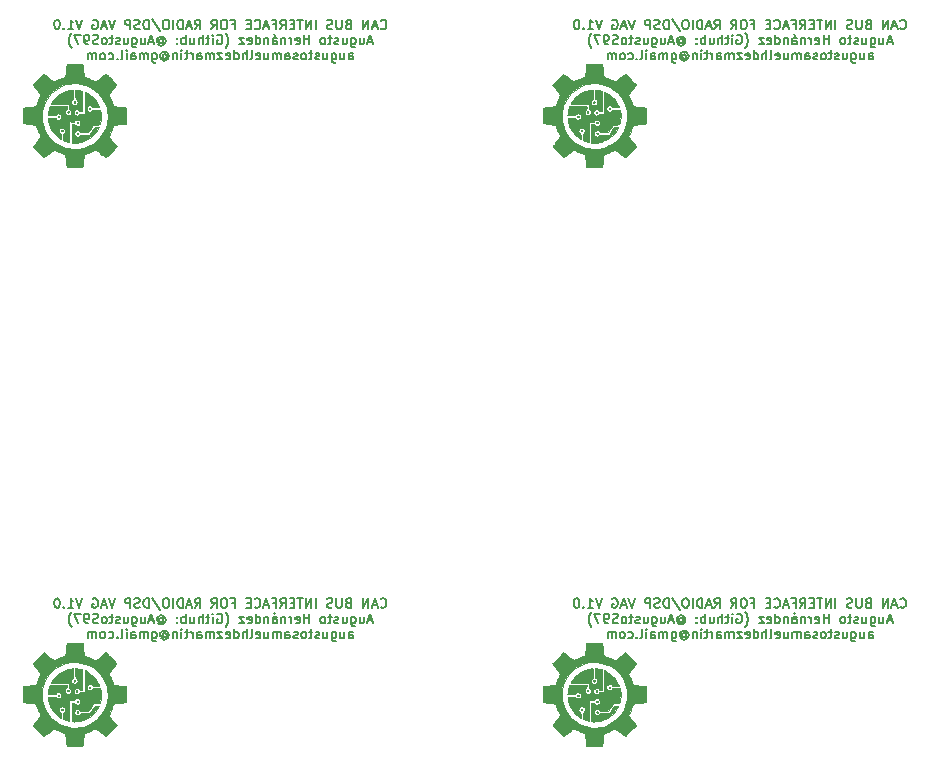
<source format=gbo>
%MOIN*%
%OFA0B0*%
%FSLAX46Y46*%
%IPPOS*%
%LPD*%
%AMRoundRect*
4,1,4,
0.07874015748031496,0.11811023622047245,
0.15748031496062992,0.19685039370078741,
0.23622047244094491,0.27559055118110237,
0.31496062992125984,0.35433070866141736,
0.07874015748031496,0.11811023622047245,
0*
1,1,$1,$2,$3*
1,1,$1,$2,$3*
1,1,$1,$2,$3*
1,1,$1,$2,$3*
20,1,$1,$2,$3,$4,$5,0*
20,1,$1,$2,$3,$4,$5,0*
20,1,$1,$2,$3,$4,$5,0*
20,1,$1,$2,$3,$4,$5,0*%
%AMCOMP4*
4,1,3,
0.023622047244094488,0.028543307086614175,
-0.023622047244094488,0.028543307086614175,
-0.023622047244094488,-0.028543307086614175,
0.023622047244094488,-0.028543307086614175,
0*
4,1,19,
0.023622047244094488,0.040393700787401579,
0.027284020287671622,0.039813701236411071,
0.030587533895276943,0.038130476980585006,
0.033209217138065322,0.035508793737796626,
0.034892441393891388,0.032205280130191312,
0.035472440944881896,0.028543307086614175,
0.034892441393891388,0.024881334043037044,
0.033209217138065322,0.021577820435431719,
0.03058753389527695,0.01895613719264334,
0.027284020287671622,0.017272912936817274,
0.023622047244094488,0.016692913385826774,
0.019960074200517354,0.017272912936817274,
0.016656560592912033,0.01895613719264334,
0.014034877350123653,0.021577820435431713,
0.012351653094297589,0.024881334043037041,
0.011771653543307087,0.028543307086614175,
0.012351653094297588,0.032205280130191305,
0.014034877350123653,0.035508793737796626,
0.016656560592912029,0.038130476980585006,
0.019960074200517354,0.039813701236411071,
0*
4,1,19,
-0.023622047244094488,0.040393700787401579,
-0.019960074200517354,0.039813701236411071,
-0.016656560592912029,0.038130476980585006,
-0.014034877350123653,0.035508793737796626,
-0.012351653094297589,0.032205280130191312,
-0.011771653543307087,0.028543307086614175,
-0.012351653094297588,0.024881334043037044,
-0.014034877350123653,0.021577820435431719,
-0.016656560592912029,0.01895613719264334,
-0.019960074200517354,0.017272912936817274,
-0.023622047244094488,0.016692913385826774,
-0.027284020287671622,0.017272912936817274,
-0.030587533895276943,0.01895613719264334,
-0.033209217138065322,0.021577820435431713,
-0.034892441393891388,0.024881334043037041,
-0.035472440944881896,0.028543307086614175,
-0.034892441393891388,0.032205280130191305,
-0.033209217138065322,0.035508793737796626,
-0.03058753389527695,0.038130476980585006,
-0.027284020287671622,0.039813701236411071,
0*
4,1,19,
-0.023622047244094488,-0.016692913385826774,
-0.019960074200517354,-0.017272912936817274,
-0.016656560592912029,-0.01895613719264334,
-0.014034877350123653,-0.021577820435431719,
-0.012351653094297589,-0.024881334043037041,
-0.011771653543307087,-0.028543307086614175,
-0.012351653094297588,-0.032205280130191305,
-0.014034877350123653,-0.035508793737796626,
-0.016656560592912029,-0.038130476980585006,
-0.019960074200517354,-0.039813701236411071,
-0.023622047244094488,-0.040393700787401579,
-0.027284020287671622,-0.039813701236411071,
-0.030587533895276943,-0.038130476980585006,
-0.033209217138065322,-0.035508793737796633,
-0.034892441393891388,-0.032205280130191312,
-0.035472440944881896,-0.028543307086614175,
-0.034892441393891388,-0.024881334043037044,
-0.033209217138065322,-0.021577820435431719,
-0.03058753389527695,-0.01895613719264334,
-0.027284020287671622,-0.017272912936817274,
0*
4,1,19,
0.023622047244094488,-0.016692913385826774,
0.027284020287671622,-0.017272912936817274,
0.030587533895276943,-0.01895613719264334,
0.033209217138065322,-0.021577820435431719,
0.034892441393891388,-0.024881334043037041,
0.035472440944881896,-0.028543307086614175,
0.034892441393891388,-0.032205280130191305,
0.033209217138065322,-0.035508793737796626,
0.03058753389527695,-0.038130476980585006,
0.027284020287671622,-0.039813701236411071,
0.023622047244094488,-0.040393700787401579,
0.019960074200517354,-0.039813701236411071,
0.016656560592912033,-0.038130476980585006,
0.014034877350123653,-0.035508793737796633,
0.012351653094297589,-0.032205280130191312,
0.011771653543307087,-0.028543307086614175,
0.012351653094297588,-0.024881334043037044,
0.014034877350123653,-0.021577820435431719,
0.016656560592912029,-0.01895613719264334,
0.019960074200517354,-0.017272912936817274,
0*
4,1,3,
0.023622047244094488,0.040393700787401579,
0.023622047244094488,0.016692913385826774,
-0.023622047244094488,0.016692913385826774,
-0.023622047244094488,0.040393700787401579,
0*
4,1,3,
-0.035472440944881896,0.028543307086614175,
-0.011771653543307087,0.028543307086614175,
-0.011771653543307087,-0.028543307086614175,
-0.035472440944881896,-0.028543307086614175,
0*
4,1,3,
-0.023622047244094488,-0.040393700787401579,
-0.023622047244094488,-0.016692913385826774,
0.023622047244094488,-0.016692913385826774,
0.023622047244094488,-0.040393700787401579,
0*
4,1,3,
0.035472440944881896,-0.028543307086614175,
0.011771653543307087,-0.028543307086614175,
0.011771653543307087,0.028543307086614175,
0.035472440944881896,0.028543307086614175,
0*%
%AMCOMP5*
4,1,3,
-0.033464566929133861,-0.033464566929133861,
0.033464566929133861,-0.033464566929133861,
0.033464566929133861,0.033464566929133861,
-0.033464566929133861,0.033464566929133861,
0*
4,1,19,
-0.033464566929133861,-0.031456692913385827,
-0.032844099735703847,-0.031554965262556973,
-0.0322843681942159,-0.031840162727829829,
-0.031840162727829829,-0.0322843681942159,
-0.031554965262556973,-0.032844099735703847,
-0.031456692913385827,-0.033464566929133861,
-0.031554965262556973,-0.034085034122563876,
-0.031840162727829829,-0.034644765664051815,
-0.0322843681942159,-0.035088971130437886,
-0.032844099735703847,-0.035374168595710742,
-0.033464566929133861,-0.035472440944881896,
-0.034085034122563876,-0.035374168595710742,
-0.034644765664051815,-0.035088971130437886,
-0.035088971130437886,-0.034644765664051815,
-0.035374168595710742,-0.034085034122563876,
-0.035472440944881896,-0.033464566929133861,
-0.035374168595710742,-0.032844099735703847,
-0.035088971130437886,-0.0322843681942159,
-0.034644765664051815,-0.031840162727829829,
-0.034085034122563876,-0.031554965262556973,
0*
4,1,19,
0.033464566929133861,-0.031456692913385827,
0.034085034122563876,-0.031554965262556973,
0.034644765664051815,-0.031840162727829829,
0.035088971130437886,-0.0322843681942159,
0.035374168595710742,-0.032844099735703847,
0.035472440944881896,-0.033464566929133861,
0.035374168595710742,-0.034085034122563876,
0.035088971130437886,-0.034644765664051815,
0.034644765664051815,-0.035088971130437886,
0.034085034122563876,-0.035374168595710742,
0.033464566929133861,-0.035472440944881896,
0.032844099735703847,-0.035374168595710742,
0.0322843681942159,-0.035088971130437886,
0.031840162727829829,-0.034644765664051815,
0.031554965262556973,-0.034085034122563876,
0.031456692913385827,-0.033464566929133861,
0.031554965262556973,-0.032844099735703847,
0.031840162727829829,-0.0322843681942159,
0.0322843681942159,-0.031840162727829829,
0.032844099735703847,-0.031554965262556973,
0*
4,1,19,
0.033464566929133861,0.035472440944881896,
0.034085034122563876,0.035374168595710742,
0.034644765664051815,0.035088971130437886,
0.035088971130437886,0.034644765664051815,
0.035374168595710742,0.034085034122563876,
0.035472440944881896,0.033464566929133861,
0.035374168595710742,0.032844099735703847,
0.035088971130437886,0.0322843681942159,
0.034644765664051815,0.031840162727829829,
0.034085034122563876,0.031554965262556973,
0.033464566929133861,0.031456692913385827,
0.032844099735703847,0.031554965262556973,
0.0322843681942159,0.031840162727829829,
0.031840162727829829,0.0322843681942159,
0.031554965262556973,0.032844099735703847,
0.031456692913385827,0.033464566929133861,
0.031554965262556973,0.034085034122563876,
0.031840162727829829,0.034644765664051815,
0.0322843681942159,0.035088971130437886,
0.032844099735703847,0.035374168595710742,
0*
4,1,19,
-0.033464566929133861,0.035472440944881896,
-0.032844099735703847,0.035374168595710742,
-0.0322843681942159,0.035088971130437886,
-0.031840162727829829,0.034644765664051815,
-0.031554965262556973,0.034085034122563876,
-0.031456692913385827,0.033464566929133861,
-0.031554965262556973,0.032844099735703847,
-0.031840162727829829,0.0322843681942159,
-0.0322843681942159,0.031840162727829829,
-0.032844099735703847,0.031554965262556973,
-0.033464566929133861,0.031456692913385827,
-0.034085034122563876,0.031554965262556973,
-0.034644765664051815,0.031840162727829829,
-0.035088971130437886,0.0322843681942159,
-0.035374168595710742,0.032844099735703847,
-0.035472440944881896,0.033464566929133861,
-0.035374168595710742,0.034085034122563876,
-0.035088971130437886,0.034644765664051815,
-0.034644765664051815,0.035088971130437886,
-0.034085034122563876,0.035374168595710742,
0*
4,1,3,
-0.033464566929133861,-0.035472440944881896,
-0.033464566929133861,-0.031456692913385827,
0.033464566929133861,-0.031456692913385827,
0.033464566929133861,-0.035472440944881896,
0*
4,1,3,
0.035472440944881896,-0.033464566929133861,
0.031456692913385827,-0.033464566929133861,
0.031456692913385827,0.033464566929133861,
0.035472440944881896,0.033464566929133861,
0*
4,1,3,
0.033464566929133861,0.035472440944881896,
0.033464566929133861,0.031456692913385827,
-0.033464566929133861,0.031456692913385827,
-0.033464566929133861,0.035472440944881896,
0*
4,1,3,
-0.035472440944881896,0.033464566929133861,
-0.031456692913385827,0.033464566929133861,
-0.031456692913385827,-0.033464566929133861,
-0.035472440944881896,-0.033464566929133861,
0*%
%AMRoundRect0*
4,1,4,
0.07874015748031496,0.11811023622047245,
0.15748031496062992,0.19685039370078741,
0.23622047244094491,0.27559055118110237,
0.31496062992125984,0.35433070866141736,
0.07874015748031496,0.11811023622047245,
0*
1,1,$1,$2,$3*
1,1,$1,$2,$3*
1,1,$1,$2,$3*
1,1,$1,$2,$3*
20,1,$1,$2,$3,$4,$5,0*
20,1,$1,$2,$3,$4,$5,0*
20,1,$1,$2,$3,$4,$5,0*
20,1,$1,$2,$3,$4,$5,0*%
%AMCOMP510*
4,1,3,
0.023622047244094488,0.028543307086614175,
-0.023622047244094488,0.028543307086614175,
-0.023622047244094488,-0.028543307086614175,
0.023622047244094488,-0.028543307086614175,
0*
4,1,19,
0.023622047244094488,0.040393700787401579,
0.027284020287671622,0.039813701236411071,
0.030587533895276943,0.038130476980585006,
0.033209217138065322,0.035508793737796626,
0.034892441393891388,0.032205280130191312,
0.035472440944881896,0.028543307086614175,
0.034892441393891388,0.024881334043037044,
0.033209217138065322,0.021577820435431719,
0.03058753389527695,0.01895613719264334,
0.027284020287671622,0.017272912936817274,
0.023622047244094488,0.016692913385826774,
0.019960074200517354,0.017272912936817274,
0.016656560592912033,0.01895613719264334,
0.014034877350123653,0.021577820435431713,
0.012351653094297589,0.024881334043037041,
0.011771653543307087,0.028543307086614175,
0.012351653094297588,0.032205280130191305,
0.014034877350123653,0.035508793737796626,
0.016656560592912029,0.038130476980585006,
0.019960074200517354,0.039813701236411071,
0*
4,1,19,
-0.023622047244094488,0.040393700787401579,
-0.019960074200517354,0.039813701236411071,
-0.016656560592912029,0.038130476980585006,
-0.014034877350123653,0.035508793737796626,
-0.012351653094297589,0.032205280130191312,
-0.011771653543307087,0.028543307086614175,
-0.012351653094297588,0.024881334043037044,
-0.014034877350123653,0.021577820435431719,
-0.016656560592912029,0.01895613719264334,
-0.019960074200517354,0.017272912936817274,
-0.023622047244094488,0.016692913385826774,
-0.027284020287671622,0.017272912936817274,
-0.030587533895276943,0.01895613719264334,
-0.033209217138065322,0.021577820435431713,
-0.034892441393891388,0.024881334043037041,
-0.035472440944881896,0.028543307086614175,
-0.034892441393891388,0.032205280130191305,
-0.033209217138065322,0.035508793737796626,
-0.03058753389527695,0.038130476980585006,
-0.027284020287671622,0.039813701236411071,
0*
4,1,19,
-0.023622047244094488,-0.016692913385826774,
-0.019960074200517354,-0.017272912936817274,
-0.016656560592912029,-0.01895613719264334,
-0.014034877350123653,-0.021577820435431719,
-0.012351653094297589,-0.024881334043037041,
-0.011771653543307087,-0.028543307086614175,
-0.012351653094297588,-0.032205280130191305,
-0.014034877350123653,-0.035508793737796626,
-0.016656560592912029,-0.038130476980585006,
-0.019960074200517354,-0.039813701236411071,
-0.023622047244094488,-0.040393700787401579,
-0.027284020287671622,-0.039813701236411071,
-0.030587533895276943,-0.038130476980585006,
-0.033209217138065322,-0.035508793737796633,
-0.034892441393891388,-0.032205280130191312,
-0.035472440944881896,-0.028543307086614175,
-0.034892441393891388,-0.024881334043037044,
-0.033209217138065322,-0.021577820435431719,
-0.03058753389527695,-0.01895613719264334,
-0.027284020287671622,-0.017272912936817274,
0*
4,1,19,
0.023622047244094488,-0.016692913385826774,
0.027284020287671622,-0.017272912936817274,
0.030587533895276943,-0.01895613719264334,
0.033209217138065322,-0.021577820435431719,
0.034892441393891388,-0.024881334043037041,
0.035472440944881896,-0.028543307086614175,
0.034892441393891388,-0.032205280130191305,
0.033209217138065322,-0.035508793737796626,
0.03058753389527695,-0.038130476980585006,
0.027284020287671622,-0.039813701236411071,
0.023622047244094488,-0.040393700787401579,
0.019960074200517354,-0.039813701236411071,
0.016656560592912033,-0.038130476980585006,
0.014034877350123653,-0.035508793737796633,
0.012351653094297589,-0.032205280130191312,
0.011771653543307087,-0.028543307086614175,
0.012351653094297588,-0.024881334043037044,
0.014034877350123653,-0.021577820435431719,
0.016656560592912029,-0.01895613719264334,
0.019960074200517354,-0.017272912936817274,
0*
4,1,3,
0.023622047244094488,0.040393700787401579,
0.023622047244094488,0.016692913385826774,
-0.023622047244094488,0.016692913385826774,
-0.023622047244094488,0.040393700787401579,
0*
4,1,3,
-0.035472440944881896,0.028543307086614175,
-0.011771653543307087,0.028543307086614175,
-0.011771653543307087,-0.028543307086614175,
-0.035472440944881896,-0.028543307086614175,
0*
4,1,3,
-0.023622047244094488,-0.040393700787401579,
-0.023622047244094488,-0.016692913385826774,
0.023622047244094488,-0.016692913385826774,
0.023622047244094488,-0.040393700787401579,
0*
4,1,3,
0.035472440944881896,-0.028543307086614175,
0.011771653543307087,-0.028543307086614175,
0.011771653543307087,0.028543307086614175,
0.035472440944881896,0.028543307086614175,
0*%
%AMCOMP520*
4,1,3,
-0.033464566929133861,-0.033464566929133861,
0.033464566929133861,-0.033464566929133861,
0.033464566929133861,0.033464566929133861,
-0.033464566929133861,0.033464566929133861,
0*
4,1,19,
-0.033464566929133861,-0.031456692913385827,
-0.032844099735703847,-0.031554965262556973,
-0.0322843681942159,-0.031840162727829829,
-0.031840162727829829,-0.0322843681942159,
-0.031554965262556973,-0.032844099735703847,
-0.031456692913385827,-0.033464566929133861,
-0.031554965262556973,-0.034085034122563876,
-0.031840162727829829,-0.034644765664051815,
-0.0322843681942159,-0.035088971130437886,
-0.032844099735703847,-0.035374168595710742,
-0.033464566929133861,-0.035472440944881896,
-0.034085034122563876,-0.035374168595710742,
-0.034644765664051815,-0.035088971130437886,
-0.035088971130437886,-0.034644765664051815,
-0.035374168595710742,-0.034085034122563876,
-0.035472440944881896,-0.033464566929133861,
-0.035374168595710742,-0.032844099735703847,
-0.035088971130437886,-0.0322843681942159,
-0.034644765664051815,-0.031840162727829829,
-0.034085034122563876,-0.031554965262556973,
0*
4,1,19,
0.033464566929133861,-0.031456692913385827,
0.034085034122563876,-0.031554965262556973,
0.034644765664051815,-0.031840162727829829,
0.035088971130437886,-0.0322843681942159,
0.035374168595710742,-0.032844099735703847,
0.035472440944881896,-0.033464566929133861,
0.035374168595710742,-0.034085034122563876,
0.035088971130437886,-0.034644765664051815,
0.034644765664051815,-0.035088971130437886,
0.034085034122563876,-0.035374168595710742,
0.033464566929133861,-0.035472440944881896,
0.032844099735703847,-0.035374168595710742,
0.0322843681942159,-0.035088971130437886,
0.031840162727829829,-0.034644765664051815,
0.031554965262556973,-0.034085034122563876,
0.031456692913385827,-0.033464566929133861,
0.031554965262556973,-0.032844099735703847,
0.031840162727829829,-0.0322843681942159,
0.0322843681942159,-0.031840162727829829,
0.032844099735703847,-0.031554965262556973,
0*
4,1,19,
0.033464566929133861,0.035472440944881896,
0.034085034122563876,0.035374168595710742,
0.034644765664051815,0.035088971130437886,
0.035088971130437886,0.034644765664051815,
0.035374168595710742,0.034085034122563876,
0.035472440944881896,0.033464566929133861,
0.035374168595710742,0.032844099735703847,
0.035088971130437886,0.0322843681942159,
0.034644765664051815,0.031840162727829829,
0.034085034122563876,0.031554965262556973,
0.033464566929133861,0.031456692913385827,
0.032844099735703847,0.031554965262556973,
0.0322843681942159,0.031840162727829829,
0.031840162727829829,0.0322843681942159,
0.031554965262556973,0.032844099735703847,
0.031456692913385827,0.033464566929133861,
0.031554965262556973,0.034085034122563876,
0.031840162727829829,0.034644765664051815,
0.0322843681942159,0.035088971130437886,
0.032844099735703847,0.035374168595710742,
0*
4,1,19,
-0.033464566929133861,0.035472440944881896,
-0.032844099735703847,0.035374168595710742,
-0.0322843681942159,0.035088971130437886,
-0.031840162727829829,0.034644765664051815,
-0.031554965262556973,0.034085034122563876,
-0.031456692913385827,0.033464566929133861,
-0.031554965262556973,0.032844099735703847,
-0.031840162727829829,0.0322843681942159,
-0.0322843681942159,0.031840162727829829,
-0.032844099735703847,0.031554965262556973,
-0.033464566929133861,0.031456692913385827,
-0.034085034122563876,0.031554965262556973,
-0.034644765664051815,0.031840162727829829,
-0.035088971130437886,0.0322843681942159,
-0.035374168595710742,0.032844099735703847,
-0.035472440944881896,0.033464566929133861,
-0.035374168595710742,0.034085034122563876,
-0.035088971130437886,0.034644765664051815,
-0.034644765664051815,0.035088971130437886,
-0.034085034122563876,0.035374168595710742,
0*
4,1,3,
-0.033464566929133861,-0.035472440944881896,
-0.033464566929133861,-0.031456692913385827,
0.033464566929133861,-0.031456692913385827,
0.033464566929133861,-0.035472440944881896,
0*
4,1,3,
0.035472440944881896,-0.033464566929133861,
0.031456692913385827,-0.033464566929133861,
0.031456692913385827,0.033464566929133861,
0.035472440944881896,0.033464566929133861,
0*
4,1,3,
0.033464566929133861,0.035472440944881896,
0.033464566929133861,0.031456692913385827,
-0.033464566929133861,0.031456692913385827,
-0.033464566929133861,0.035472440944881896,
0*
4,1,3,
-0.035472440944881896,0.033464566929133861,
-0.031456692913385827,0.033464566929133861,
-0.031456692913385827,-0.033464566929133861,
-0.035472440944881896,-0.033464566929133861,
0*%
%AMRoundRect1*
4,1,4,
0.07874015748031496,0.11811023622047245,
0.15748031496062992,0.19685039370078741,
0.23622047244094491,0.27559055118110237,
0.31496062992125984,0.35433070866141736,
0.07874015748031496,0.11811023622047245,
0*
1,1,$1,$2,$3*
1,1,$1,$2,$3*
1,1,$1,$2,$3*
1,1,$1,$2,$3*
20,1,$1,$2,$3,$4,$5,0*
20,1,$1,$2,$3,$4,$5,0*
20,1,$1,$2,$3,$4,$5,0*
20,1,$1,$2,$3,$4,$5,0*%
%AMCOMP980*
4,1,3,
0.023622047244094488,0.028543307086614175,
-0.023622047244094488,0.028543307086614175,
-0.023622047244094488,-0.028543307086614175,
0.023622047244094488,-0.028543307086614175,
0*
4,1,19,
0.023622047244094488,0.040393700787401579,
0.027284020287671622,0.039813701236411071,
0.030587533895276943,0.038130476980585006,
0.033209217138065322,0.035508793737796626,
0.034892441393891388,0.032205280130191312,
0.035472440944881896,0.028543307086614175,
0.034892441393891388,0.024881334043037044,
0.033209217138065322,0.021577820435431719,
0.03058753389527695,0.01895613719264334,
0.027284020287671622,0.017272912936817274,
0.023622047244094488,0.016692913385826774,
0.019960074200517354,0.017272912936817274,
0.016656560592912033,0.01895613719264334,
0.014034877350123653,0.021577820435431713,
0.012351653094297589,0.024881334043037041,
0.011771653543307087,0.028543307086614175,
0.012351653094297588,0.032205280130191305,
0.014034877350123653,0.035508793737796626,
0.016656560592912029,0.038130476980585006,
0.019960074200517354,0.039813701236411071,
0*
4,1,19,
-0.023622047244094488,0.040393700787401579,
-0.019960074200517354,0.039813701236411071,
-0.016656560592912029,0.038130476980585006,
-0.014034877350123653,0.035508793737796626,
-0.012351653094297589,0.032205280130191312,
-0.011771653543307087,0.028543307086614175,
-0.012351653094297588,0.024881334043037044,
-0.014034877350123653,0.021577820435431719,
-0.016656560592912029,0.01895613719264334,
-0.019960074200517354,0.017272912936817274,
-0.023622047244094488,0.016692913385826774,
-0.027284020287671622,0.017272912936817274,
-0.030587533895276943,0.01895613719264334,
-0.033209217138065322,0.021577820435431713,
-0.034892441393891388,0.024881334043037041,
-0.035472440944881896,0.028543307086614175,
-0.034892441393891388,0.032205280130191305,
-0.033209217138065322,0.035508793737796626,
-0.03058753389527695,0.038130476980585006,
-0.027284020287671622,0.039813701236411071,
0*
4,1,19,
-0.023622047244094488,-0.016692913385826774,
-0.019960074200517354,-0.017272912936817274,
-0.016656560592912029,-0.01895613719264334,
-0.014034877350123653,-0.021577820435431719,
-0.012351653094297589,-0.024881334043037041,
-0.011771653543307087,-0.028543307086614175,
-0.012351653094297588,-0.032205280130191305,
-0.014034877350123653,-0.035508793737796626,
-0.016656560592912029,-0.038130476980585006,
-0.019960074200517354,-0.039813701236411071,
-0.023622047244094488,-0.040393700787401579,
-0.027284020287671622,-0.039813701236411071,
-0.030587533895276943,-0.038130476980585006,
-0.033209217138065322,-0.035508793737796633,
-0.034892441393891388,-0.032205280130191312,
-0.035472440944881896,-0.028543307086614175,
-0.034892441393891388,-0.024881334043037044,
-0.033209217138065322,-0.021577820435431719,
-0.03058753389527695,-0.01895613719264334,
-0.027284020287671622,-0.017272912936817274,
0*
4,1,19,
0.023622047244094488,-0.016692913385826774,
0.027284020287671622,-0.017272912936817274,
0.030587533895276943,-0.01895613719264334,
0.033209217138065322,-0.021577820435431719,
0.034892441393891388,-0.024881334043037041,
0.035472440944881896,-0.028543307086614175,
0.034892441393891388,-0.032205280130191305,
0.033209217138065322,-0.035508793737796626,
0.03058753389527695,-0.038130476980585006,
0.027284020287671622,-0.039813701236411071,
0.023622047244094488,-0.040393700787401579,
0.019960074200517354,-0.039813701236411071,
0.016656560592912033,-0.038130476980585006,
0.014034877350123653,-0.035508793737796633,
0.012351653094297589,-0.032205280130191312,
0.011771653543307087,-0.028543307086614175,
0.012351653094297588,-0.024881334043037044,
0.014034877350123653,-0.021577820435431719,
0.016656560592912029,-0.01895613719264334,
0.019960074200517354,-0.017272912936817274,
0*
4,1,3,
0.023622047244094488,0.040393700787401579,
0.023622047244094488,0.016692913385826774,
-0.023622047244094488,0.016692913385826774,
-0.023622047244094488,0.040393700787401579,
0*
4,1,3,
-0.035472440944881896,0.028543307086614175,
-0.011771653543307087,0.028543307086614175,
-0.011771653543307087,-0.028543307086614175,
-0.035472440944881896,-0.028543307086614175,
0*
4,1,3,
-0.023622047244094488,-0.040393700787401579,
-0.023622047244094488,-0.016692913385826774,
0.023622047244094488,-0.016692913385826774,
0.023622047244094488,-0.040393700787401579,
0*
4,1,3,
0.035472440944881896,-0.028543307086614175,
0.011771653543307087,-0.028543307086614175,
0.011771653543307087,0.028543307086614175,
0.035472440944881896,0.028543307086614175,
0*%
%AMCOMP990*
4,1,3,
-0.033464566929133861,-0.033464566929133861,
0.033464566929133861,-0.033464566929133861,
0.033464566929133861,0.033464566929133861,
-0.033464566929133861,0.033464566929133861,
0*
4,1,19,
-0.033464566929133861,-0.031456692913385827,
-0.032844099735703847,-0.031554965262556973,
-0.0322843681942159,-0.031840162727829829,
-0.031840162727829829,-0.0322843681942159,
-0.031554965262556973,-0.032844099735703847,
-0.031456692913385827,-0.033464566929133861,
-0.031554965262556973,-0.034085034122563876,
-0.031840162727829829,-0.034644765664051815,
-0.0322843681942159,-0.035088971130437886,
-0.032844099735703847,-0.035374168595710742,
-0.033464566929133861,-0.035472440944881896,
-0.034085034122563876,-0.035374168595710742,
-0.034644765664051815,-0.035088971130437886,
-0.035088971130437886,-0.034644765664051815,
-0.035374168595710742,-0.034085034122563876,
-0.035472440944881896,-0.033464566929133861,
-0.035374168595710742,-0.032844099735703847,
-0.035088971130437886,-0.0322843681942159,
-0.034644765664051815,-0.031840162727829829,
-0.034085034122563876,-0.031554965262556973,
0*
4,1,19,
0.033464566929133861,-0.031456692913385827,
0.034085034122563876,-0.031554965262556973,
0.034644765664051815,-0.031840162727829829,
0.035088971130437886,-0.0322843681942159,
0.035374168595710742,-0.032844099735703847,
0.035472440944881896,-0.033464566929133861,
0.035374168595710742,-0.034085034122563876,
0.035088971130437886,-0.034644765664051815,
0.034644765664051815,-0.035088971130437886,
0.034085034122563876,-0.035374168595710742,
0.033464566929133861,-0.035472440944881896,
0.032844099735703847,-0.035374168595710742,
0.0322843681942159,-0.035088971130437886,
0.031840162727829829,-0.034644765664051815,
0.031554965262556973,-0.034085034122563876,
0.031456692913385827,-0.033464566929133861,
0.031554965262556973,-0.032844099735703847,
0.031840162727829829,-0.0322843681942159,
0.0322843681942159,-0.031840162727829829,
0.032844099735703847,-0.031554965262556973,
0*
4,1,19,
0.033464566929133861,0.035472440944881896,
0.034085034122563876,0.035374168595710742,
0.034644765664051815,0.035088971130437886,
0.035088971130437886,0.034644765664051815,
0.035374168595710742,0.034085034122563876,
0.035472440944881896,0.033464566929133861,
0.035374168595710742,0.032844099735703847,
0.035088971130437886,0.0322843681942159,
0.034644765664051815,0.031840162727829829,
0.034085034122563876,0.031554965262556973,
0.033464566929133861,0.031456692913385827,
0.032844099735703847,0.031554965262556973,
0.0322843681942159,0.031840162727829829,
0.031840162727829829,0.0322843681942159,
0.031554965262556973,0.032844099735703847,
0.031456692913385827,0.033464566929133861,
0.031554965262556973,0.034085034122563876,
0.031840162727829829,0.034644765664051815,
0.0322843681942159,0.035088971130437886,
0.032844099735703847,0.035374168595710742,
0*
4,1,19,
-0.033464566929133861,0.035472440944881896,
-0.032844099735703847,0.035374168595710742,
-0.0322843681942159,0.035088971130437886,
-0.031840162727829829,0.034644765664051815,
-0.031554965262556973,0.034085034122563876,
-0.031456692913385827,0.033464566929133861,
-0.031554965262556973,0.032844099735703847,
-0.031840162727829829,0.0322843681942159,
-0.0322843681942159,0.031840162727829829,
-0.032844099735703847,0.031554965262556973,
-0.033464566929133861,0.031456692913385827,
-0.034085034122563876,0.031554965262556973,
-0.034644765664051815,0.031840162727829829,
-0.035088971130437886,0.0322843681942159,
-0.035374168595710742,0.032844099735703847,
-0.035472440944881896,0.033464566929133861,
-0.035374168595710742,0.034085034122563876,
-0.035088971130437886,0.034644765664051815,
-0.034644765664051815,0.035088971130437886,
-0.034085034122563876,0.035374168595710742,
0*
4,1,3,
-0.033464566929133861,-0.035472440944881896,
-0.033464566929133861,-0.031456692913385827,
0.033464566929133861,-0.031456692913385827,
0.033464566929133861,-0.035472440944881896,
0*
4,1,3,
0.035472440944881896,-0.033464566929133861,
0.031456692913385827,-0.033464566929133861,
0.031456692913385827,0.033464566929133861,
0.035472440944881896,0.033464566929133861,
0*
4,1,3,
0.033464566929133861,0.035472440944881896,
0.033464566929133861,0.031456692913385827,
-0.033464566929133861,0.031456692913385827,
-0.033464566929133861,0.035472440944881896,
0*
4,1,3,
-0.035472440944881896,0.033464566929133861,
-0.031456692913385827,0.033464566929133861,
-0.031456692913385827,-0.033464566929133861,
-0.035472440944881896,-0.033464566929133861,
0*%
%AMRoundRect0*
4,1,4,
0.07874015748031496,0.11811023622047245,
0.15748031496062992,0.19685039370078741,
0.23622047244094491,0.27559055118110237,
0.31496062992125984,0.35433070866141736,
0.07874015748031496,0.11811023622047245,
0*
1,1,$1,$2,$3*
1,1,$1,$2,$3*
1,1,$1,$2,$3*
1,1,$1,$2,$3*
20,1,$1,$2,$3,$4,$5,0*
20,1,$1,$2,$3,$4,$5,0*
20,1,$1,$2,$3,$4,$5,0*
20,1,$1,$2,$3,$4,$5,0*%
%AMCOMP1450*
4,1,3,
0.023622047244094488,0.028543307086614175,
-0.023622047244094488,0.028543307086614175,
-0.023622047244094488,-0.028543307086614175,
0.023622047244094488,-0.028543307086614175,
0*
4,1,19,
0.023622047244094488,0.040393700787401579,
0.027284020287671622,0.039813701236411071,
0.030587533895276943,0.038130476980585006,
0.033209217138065322,0.035508793737796626,
0.034892441393891388,0.032205280130191312,
0.035472440944881896,0.028543307086614175,
0.034892441393891388,0.024881334043037044,
0.033209217138065322,0.021577820435431719,
0.03058753389527695,0.01895613719264334,
0.027284020287671622,0.017272912936817274,
0.023622047244094488,0.016692913385826774,
0.019960074200517354,0.017272912936817274,
0.016656560592912033,0.01895613719264334,
0.014034877350123653,0.021577820435431713,
0.012351653094297589,0.024881334043037041,
0.011771653543307087,0.028543307086614175,
0.012351653094297588,0.032205280130191305,
0.014034877350123653,0.035508793737796626,
0.016656560592912029,0.038130476980585006,
0.019960074200517354,0.039813701236411071,
0*
4,1,19,
-0.023622047244094488,0.040393700787401579,
-0.019960074200517354,0.039813701236411071,
-0.016656560592912029,0.038130476980585006,
-0.014034877350123653,0.035508793737796626,
-0.012351653094297589,0.032205280130191312,
-0.011771653543307087,0.028543307086614175,
-0.012351653094297588,0.024881334043037044,
-0.014034877350123653,0.021577820435431719,
-0.016656560592912029,0.01895613719264334,
-0.019960074200517354,0.017272912936817274,
-0.023622047244094488,0.016692913385826774,
-0.027284020287671622,0.017272912936817274,
-0.030587533895276943,0.01895613719264334,
-0.033209217138065322,0.021577820435431713,
-0.034892441393891388,0.024881334043037041,
-0.035472440944881896,0.028543307086614175,
-0.034892441393891388,0.032205280130191305,
-0.033209217138065322,0.035508793737796626,
-0.03058753389527695,0.038130476980585006,
-0.027284020287671622,0.039813701236411071,
0*
4,1,19,
-0.023622047244094488,-0.016692913385826774,
-0.019960074200517354,-0.017272912936817274,
-0.016656560592912029,-0.01895613719264334,
-0.014034877350123653,-0.021577820435431719,
-0.012351653094297589,-0.024881334043037041,
-0.011771653543307087,-0.028543307086614175,
-0.012351653094297588,-0.032205280130191305,
-0.014034877350123653,-0.035508793737796626,
-0.016656560592912029,-0.038130476980585006,
-0.019960074200517354,-0.039813701236411071,
-0.023622047244094488,-0.040393700787401579,
-0.027284020287671622,-0.039813701236411071,
-0.030587533895276943,-0.038130476980585006,
-0.033209217138065322,-0.035508793737796633,
-0.034892441393891388,-0.032205280130191312,
-0.035472440944881896,-0.028543307086614175,
-0.034892441393891388,-0.024881334043037044,
-0.033209217138065322,-0.021577820435431719,
-0.03058753389527695,-0.01895613719264334,
-0.027284020287671622,-0.017272912936817274,
0*
4,1,19,
0.023622047244094488,-0.016692913385826774,
0.027284020287671622,-0.017272912936817274,
0.030587533895276943,-0.01895613719264334,
0.033209217138065322,-0.021577820435431719,
0.034892441393891388,-0.024881334043037041,
0.035472440944881896,-0.028543307086614175,
0.034892441393891388,-0.032205280130191305,
0.033209217138065322,-0.035508793737796626,
0.03058753389527695,-0.038130476980585006,
0.027284020287671622,-0.039813701236411071,
0.023622047244094488,-0.040393700787401579,
0.019960074200517354,-0.039813701236411071,
0.016656560592912033,-0.038130476980585006,
0.014034877350123653,-0.035508793737796633,
0.012351653094297589,-0.032205280130191312,
0.011771653543307087,-0.028543307086614175,
0.012351653094297588,-0.024881334043037044,
0.014034877350123653,-0.021577820435431719,
0.016656560592912029,-0.01895613719264334,
0.019960074200517354,-0.017272912936817274,
0*
4,1,3,
0.023622047244094488,0.040393700787401579,
0.023622047244094488,0.016692913385826774,
-0.023622047244094488,0.016692913385826774,
-0.023622047244094488,0.040393700787401579,
0*
4,1,3,
-0.035472440944881896,0.028543307086614175,
-0.011771653543307087,0.028543307086614175,
-0.011771653543307087,-0.028543307086614175,
-0.035472440944881896,-0.028543307086614175,
0*
4,1,3,
-0.023622047244094488,-0.040393700787401579,
-0.023622047244094488,-0.016692913385826774,
0.023622047244094488,-0.016692913385826774,
0.023622047244094488,-0.040393700787401579,
0*
4,1,3,
0.035472440944881896,-0.028543307086614175,
0.011771653543307087,-0.028543307086614175,
0.011771653543307087,0.028543307086614175,
0.035472440944881896,0.028543307086614175,
0*%
%AMCOMP1460*
4,1,3,
-0.033464566929133861,-0.033464566929133861,
0.033464566929133861,-0.033464566929133861,
0.033464566929133861,0.033464566929133861,
-0.033464566929133861,0.033464566929133861,
0*
4,1,19,
-0.033464566929133861,-0.031456692913385827,
-0.032844099735703847,-0.031554965262556973,
-0.0322843681942159,-0.031840162727829829,
-0.031840162727829829,-0.0322843681942159,
-0.031554965262556973,-0.032844099735703847,
-0.031456692913385827,-0.033464566929133861,
-0.031554965262556973,-0.034085034122563876,
-0.031840162727829829,-0.034644765664051815,
-0.0322843681942159,-0.035088971130437886,
-0.032844099735703847,-0.035374168595710742,
-0.033464566929133861,-0.035472440944881896,
-0.034085034122563876,-0.035374168595710742,
-0.034644765664051815,-0.035088971130437886,
-0.035088971130437886,-0.034644765664051815,
-0.035374168595710742,-0.034085034122563876,
-0.035472440944881896,-0.033464566929133861,
-0.035374168595710742,-0.032844099735703847,
-0.035088971130437886,-0.0322843681942159,
-0.034644765664051815,-0.031840162727829829,
-0.034085034122563876,-0.031554965262556973,
0*
4,1,19,
0.033464566929133861,-0.031456692913385827,
0.034085034122563876,-0.031554965262556973,
0.034644765664051815,-0.031840162727829829,
0.035088971130437886,-0.0322843681942159,
0.035374168595710742,-0.032844099735703847,
0.035472440944881896,-0.033464566929133861,
0.035374168595710742,-0.034085034122563876,
0.035088971130437886,-0.034644765664051815,
0.034644765664051815,-0.035088971130437886,
0.034085034122563876,-0.035374168595710742,
0.033464566929133861,-0.035472440944881896,
0.032844099735703847,-0.035374168595710742,
0.0322843681942159,-0.035088971130437886,
0.031840162727829829,-0.034644765664051815,
0.031554965262556973,-0.034085034122563876,
0.031456692913385827,-0.033464566929133861,
0.031554965262556973,-0.032844099735703847,
0.031840162727829829,-0.0322843681942159,
0.0322843681942159,-0.031840162727829829,
0.032844099735703847,-0.031554965262556973,
0*
4,1,19,
0.033464566929133861,0.035472440944881896,
0.034085034122563876,0.035374168595710742,
0.034644765664051815,0.035088971130437886,
0.035088971130437886,0.034644765664051815,
0.035374168595710742,0.034085034122563876,
0.035472440944881896,0.033464566929133861,
0.035374168595710742,0.032844099735703847,
0.035088971130437886,0.0322843681942159,
0.034644765664051815,0.031840162727829829,
0.034085034122563876,0.031554965262556973,
0.033464566929133861,0.031456692913385827,
0.032844099735703847,0.031554965262556973,
0.0322843681942159,0.031840162727829829,
0.031840162727829829,0.0322843681942159,
0.031554965262556973,0.032844099735703847,
0.031456692913385827,0.033464566929133861,
0.031554965262556973,0.034085034122563876,
0.031840162727829829,0.034644765664051815,
0.0322843681942159,0.035088971130437886,
0.032844099735703847,0.035374168595710742,
0*
4,1,19,
-0.033464566929133861,0.035472440944881896,
-0.032844099735703847,0.035374168595710742,
-0.0322843681942159,0.035088971130437886,
-0.031840162727829829,0.034644765664051815,
-0.031554965262556973,0.034085034122563876,
-0.031456692913385827,0.033464566929133861,
-0.031554965262556973,0.032844099735703847,
-0.031840162727829829,0.0322843681942159,
-0.0322843681942159,0.031840162727829829,
-0.032844099735703847,0.031554965262556973,
-0.033464566929133861,0.031456692913385827,
-0.034085034122563876,0.031554965262556973,
-0.034644765664051815,0.031840162727829829,
-0.035088971130437886,0.0322843681942159,
-0.035374168595710742,0.032844099735703847,
-0.035472440944881896,0.033464566929133861,
-0.035374168595710742,0.034085034122563876,
-0.035088971130437886,0.034644765664051815,
-0.034644765664051815,0.035088971130437886,
-0.034085034122563876,0.035374168595710742,
0*
4,1,3,
-0.033464566929133861,-0.035472440944881896,
-0.033464566929133861,-0.031456692913385827,
0.033464566929133861,-0.031456692913385827,
0.033464566929133861,-0.035472440944881896,
0*
4,1,3,
0.035472440944881896,-0.033464566929133861,
0.031456692913385827,-0.033464566929133861,
0.031456692913385827,0.033464566929133861,
0.035472440944881896,0.033464566929133861,
0*
4,1,3,
0.033464566929133861,0.035472440944881896,
0.033464566929133861,0.031456692913385827,
-0.033464566929133861,0.031456692913385827,
-0.033464566929133861,0.035472440944881896,
0*
4,1,3,
-0.035472440944881896,0.033464566929133861,
-0.031456692913385827,0.033464566929133861,
-0.031456692913385827,-0.033464566929133861,
-0.035472440944881896,-0.033464566929133861,
0*%
%ADD10C,0.005905511811023622*%
%ADD11C,0.00039370078740157485*%
%ADD12C,0.082755905511811029*%
%ADD13C,0.17724409448818898*%
%ADD14C,0.0630708661417323*%
%ADD15O,0.070944881889763792X0.080787401574803158*%
%AMCOMP193*
4,1,3,
0.023622047244094488,0.028543307086614175,
-0.023622047244094488,0.028543307086614175,
-0.023622047244094488,-0.028543307086614175,
0.023622047244094488,-0.028543307086614175,
0*
4,1,19,
0.023622047244094488,0.040393700787401579,
0.027284020287671622,0.039813701236411071,
0.030587533895276943,0.038130476980585006,
0.033209217138065322,0.035508793737796626,
0.034892441393891388,0.032205280130191312,
0.035472440944881896,0.028543307086614175,
0.034892441393891388,0.024881334043037044,
0.033209217138065322,0.021577820435431719,
0.03058753389527695,0.01895613719264334,
0.027284020287671622,0.017272912936817274,
0.023622047244094488,0.016692913385826774,
0.019960074200517354,0.017272912936817274,
0.016656560592912033,0.01895613719264334,
0.014034877350123653,0.021577820435431713,
0.012351653094297589,0.024881334043037041,
0.011771653543307087,0.028543307086614175,
0.012351653094297588,0.032205280130191305,
0.014034877350123653,0.035508793737796626,
0.016656560592912029,0.038130476980585006,
0.019960074200517354,0.039813701236411071,
0*
4,1,19,
-0.023622047244094488,0.040393700787401579,
-0.019960074200517354,0.039813701236411071,
-0.016656560592912029,0.038130476980585006,
-0.014034877350123653,0.035508793737796626,
-0.012351653094297589,0.032205280130191312,
-0.011771653543307087,0.028543307086614175,
-0.012351653094297588,0.024881334043037044,
-0.014034877350123653,0.021577820435431719,
-0.016656560592912029,0.01895613719264334,
-0.019960074200517354,0.017272912936817274,
-0.023622047244094488,0.016692913385826774,
-0.027284020287671622,0.017272912936817274,
-0.030587533895276943,0.01895613719264334,
-0.033209217138065322,0.021577820435431713,
-0.034892441393891388,0.024881334043037041,
-0.035472440944881896,0.028543307086614175,
-0.034892441393891388,0.032205280130191305,
-0.033209217138065322,0.035508793737796626,
-0.03058753389527695,0.038130476980585006,
-0.027284020287671622,0.039813701236411071,
0*
4,1,19,
-0.023622047244094488,-0.016692913385826774,
-0.019960074200517354,-0.017272912936817274,
-0.016656560592912029,-0.01895613719264334,
-0.014034877350123653,-0.021577820435431719,
-0.012351653094297589,-0.024881334043037041,
-0.011771653543307087,-0.028543307086614175,
-0.012351653094297588,-0.032205280130191305,
-0.014034877350123653,-0.035508793737796626,
-0.016656560592912029,-0.038130476980585006,
-0.019960074200517354,-0.039813701236411071,
-0.023622047244094488,-0.040393700787401579,
-0.027284020287671622,-0.039813701236411071,
-0.030587533895276943,-0.038130476980585006,
-0.033209217138065322,-0.035508793737796633,
-0.034892441393891388,-0.032205280130191312,
-0.035472440944881896,-0.028543307086614175,
-0.034892441393891388,-0.024881334043037044,
-0.033209217138065322,-0.021577820435431719,
-0.03058753389527695,-0.01895613719264334,
-0.027284020287671622,-0.017272912936817274,
0*
4,1,19,
0.023622047244094488,-0.016692913385826774,
0.027284020287671622,-0.017272912936817274,
0.030587533895276943,-0.01895613719264334,
0.033209217138065322,-0.021577820435431719,
0.034892441393891388,-0.024881334043037041,
0.035472440944881896,-0.028543307086614175,
0.034892441393891388,-0.032205280130191305,
0.033209217138065322,-0.035508793737796626,
0.03058753389527695,-0.038130476980585006,
0.027284020287671622,-0.039813701236411071,
0.023622047244094488,-0.040393700787401579,
0.019960074200517354,-0.039813701236411071,
0.016656560592912033,-0.038130476980585006,
0.014034877350123653,-0.035508793737796633,
0.012351653094297589,-0.032205280130191312,
0.011771653543307087,-0.028543307086614175,
0.012351653094297588,-0.024881334043037044,
0.014034877350123653,-0.021577820435431719,
0.016656560592912029,-0.01895613719264334,
0.019960074200517354,-0.017272912936817274,
0*
4,1,3,
0.023622047244094488,0.040393700787401579,
0.023622047244094488,0.016692913385826774,
-0.023622047244094488,0.016692913385826774,
-0.023622047244094488,0.040393700787401579,
0*
4,1,3,
-0.035472440944881896,0.028543307086614175,
-0.011771653543307087,0.028543307086614175,
-0.011771653543307087,-0.028543307086614175,
-0.035472440944881896,-0.028543307086614175,
0*
4,1,3,
-0.023622047244094488,-0.040393700787401579,
-0.023622047244094488,-0.016692913385826774,
0.023622047244094488,-0.016692913385826774,
0.023622047244094488,-0.040393700787401579,
0*
4,1,3,
0.035472440944881896,-0.028543307086614175,
0.011771653543307087,-0.028543307086614175,
0.011771653543307087,0.028543307086614175,
0.035472440944881896,0.028543307086614175,
0*%
%ADD16COMP193,0.301X0.6X0.725X-0.6X0.725X-0.6X-0.725X0.6X-0.725X0*%
%ADD17O,0.070944881889763792X0.070944881889763792*%
%AMCOMP201*
4,1,3,
-0.033464566929133861,-0.033464566929133861,
0.033464566929133861,-0.033464566929133861,
0.033464566929133861,0.033464566929133861,
-0.033464566929133861,0.033464566929133861,
0*
4,1,19,
-0.033464566929133861,-0.031456692913385827,
-0.032844099735703847,-0.031554965262556973,
-0.0322843681942159,-0.031840162727829829,
-0.031840162727829829,-0.0322843681942159,
-0.031554965262556973,-0.032844099735703847,
-0.031456692913385827,-0.033464566929133861,
-0.031554965262556973,-0.034085034122563876,
-0.031840162727829829,-0.034644765664051815,
-0.0322843681942159,-0.035088971130437886,
-0.032844099735703847,-0.035374168595710742,
-0.033464566929133861,-0.035472440944881896,
-0.034085034122563876,-0.035374168595710742,
-0.034644765664051815,-0.035088971130437886,
-0.035088971130437886,-0.034644765664051815,
-0.035374168595710742,-0.034085034122563876,
-0.035472440944881896,-0.033464566929133861,
-0.035374168595710742,-0.032844099735703847,
-0.035088971130437886,-0.0322843681942159,
-0.034644765664051815,-0.031840162727829829,
-0.034085034122563876,-0.031554965262556973,
0*
4,1,19,
0.033464566929133861,-0.031456692913385827,
0.034085034122563876,-0.031554965262556973,
0.034644765664051815,-0.031840162727829829,
0.035088971130437886,-0.0322843681942159,
0.035374168595710742,-0.032844099735703847,
0.035472440944881896,-0.033464566929133861,
0.035374168595710742,-0.034085034122563876,
0.035088971130437886,-0.034644765664051815,
0.034644765664051815,-0.035088971130437886,
0.034085034122563876,-0.035374168595710742,
0.033464566929133861,-0.035472440944881896,
0.032844099735703847,-0.035374168595710742,
0.0322843681942159,-0.035088971130437886,
0.031840162727829829,-0.034644765664051815,
0.031554965262556973,-0.034085034122563876,
0.031456692913385827,-0.033464566929133861,
0.031554965262556973,-0.032844099735703847,
0.031840162727829829,-0.0322843681942159,
0.0322843681942159,-0.031840162727829829,
0.032844099735703847,-0.031554965262556973,
0*
4,1,19,
0.033464566929133861,0.035472440944881896,
0.034085034122563876,0.035374168595710742,
0.034644765664051815,0.035088971130437886,
0.035088971130437886,0.034644765664051815,
0.035374168595710742,0.034085034122563876,
0.035472440944881896,0.033464566929133861,
0.035374168595710742,0.032844099735703847,
0.035088971130437886,0.0322843681942159,
0.034644765664051815,0.031840162727829829,
0.034085034122563876,0.031554965262556973,
0.033464566929133861,0.031456692913385827,
0.032844099735703847,0.031554965262556973,
0.0322843681942159,0.031840162727829829,
0.031840162727829829,0.0322843681942159,
0.031554965262556973,0.032844099735703847,
0.031456692913385827,0.033464566929133861,
0.031554965262556973,0.034085034122563876,
0.031840162727829829,0.034644765664051815,
0.0322843681942159,0.035088971130437886,
0.032844099735703847,0.035374168595710742,
0*
4,1,19,
-0.033464566929133861,0.035472440944881896,
-0.032844099735703847,0.035374168595710742,
-0.0322843681942159,0.035088971130437886,
-0.031840162727829829,0.034644765664051815,
-0.031554965262556973,0.034085034122563876,
-0.031456692913385827,0.033464566929133861,
-0.031554965262556973,0.032844099735703847,
-0.031840162727829829,0.0322843681942159,
-0.0322843681942159,0.031840162727829829,
-0.032844099735703847,0.031554965262556973,
-0.033464566929133861,0.031456692913385827,
-0.034085034122563876,0.031554965262556973,
-0.034644765664051815,0.031840162727829829,
-0.035088971130437886,0.0322843681942159,
-0.035374168595710742,0.032844099735703847,
-0.035472440944881896,0.033464566929133861,
-0.035374168595710742,0.034085034122563876,
-0.035088971130437886,0.034644765664051815,
-0.034644765664051815,0.035088971130437886,
-0.034085034122563876,0.035374168595710742,
0*
4,1,3,
-0.033464566929133861,-0.035472440944881896,
-0.033464566929133861,-0.031456692913385827,
0.033464566929133861,-0.031456692913385827,
0.033464566929133861,-0.035472440944881896,
0*
4,1,3,
0.035472440944881896,-0.033464566929133861,
0.031456692913385827,-0.033464566929133861,
0.031456692913385827,0.033464566929133861,
0.035472440944881896,0.033464566929133861,
0*
4,1,3,
0.033464566929133861,0.035472440944881896,
0.033464566929133861,0.031456692913385827,
-0.033464566929133861,0.031456692913385827,
-0.033464566929133861,0.035472440944881896,
0*
4,1,3,
-0.035472440944881896,0.033464566929133861,
-0.031456692913385827,0.033464566929133861,
-0.031456692913385827,-0.033464566929133861,
-0.035472440944881896,-0.033464566929133861,
0*%
%ADD18COMP201,0.051X-0.85X-0.85X0.85X-0.85X0.85X0.85X-0.85X0.85X0*%
%ADD29C,0.005905511811023622*%
%ADD30C,0.00039370078740157485*%
%ADD31C,0.082755905511811029*%
%ADD32C,0.17724409448818898*%
%ADD33C,0.0630708661417323*%
%ADD34O,0.070944881889763792X0.080787401574803158*%
%AMCOMP207*
4,1,3,
0.023622047244094488,0.028543307086614175,
-0.023622047244094488,0.028543307086614175,
-0.023622047244094488,-0.028543307086614175,
0.023622047244094488,-0.028543307086614175,
0*
4,1,19,
0.023622047244094488,0.040393700787401579,
0.027284020287671622,0.039813701236411071,
0.030587533895276943,0.038130476980585006,
0.033209217138065322,0.035508793737796626,
0.034892441393891388,0.032205280130191312,
0.035472440944881896,0.028543307086614175,
0.034892441393891388,0.024881334043037044,
0.033209217138065322,0.021577820435431719,
0.03058753389527695,0.01895613719264334,
0.027284020287671622,0.017272912936817274,
0.023622047244094488,0.016692913385826774,
0.019960074200517354,0.017272912936817274,
0.016656560592912033,0.01895613719264334,
0.014034877350123653,0.021577820435431713,
0.012351653094297589,0.024881334043037041,
0.011771653543307087,0.028543307086614175,
0.012351653094297588,0.032205280130191305,
0.014034877350123653,0.035508793737796626,
0.016656560592912029,0.038130476980585006,
0.019960074200517354,0.039813701236411071,
0*
4,1,19,
-0.023622047244094488,0.040393700787401579,
-0.019960074200517354,0.039813701236411071,
-0.016656560592912029,0.038130476980585006,
-0.014034877350123653,0.035508793737796626,
-0.012351653094297589,0.032205280130191312,
-0.011771653543307087,0.028543307086614175,
-0.012351653094297588,0.024881334043037044,
-0.014034877350123653,0.021577820435431719,
-0.016656560592912029,0.01895613719264334,
-0.019960074200517354,0.017272912936817274,
-0.023622047244094488,0.016692913385826774,
-0.027284020287671622,0.017272912936817274,
-0.030587533895276943,0.01895613719264334,
-0.033209217138065322,0.021577820435431713,
-0.034892441393891388,0.024881334043037041,
-0.035472440944881896,0.028543307086614175,
-0.034892441393891388,0.032205280130191305,
-0.033209217138065322,0.035508793737796626,
-0.03058753389527695,0.038130476980585006,
-0.027284020287671622,0.039813701236411071,
0*
4,1,19,
-0.023622047244094488,-0.016692913385826774,
-0.019960074200517354,-0.017272912936817274,
-0.016656560592912029,-0.01895613719264334,
-0.014034877350123653,-0.021577820435431719,
-0.012351653094297589,-0.024881334043037041,
-0.011771653543307087,-0.028543307086614175,
-0.012351653094297588,-0.032205280130191305,
-0.014034877350123653,-0.035508793737796626,
-0.016656560592912029,-0.038130476980585006,
-0.019960074200517354,-0.039813701236411071,
-0.023622047244094488,-0.040393700787401579,
-0.027284020287671622,-0.039813701236411071,
-0.030587533895276943,-0.038130476980585006,
-0.033209217138065322,-0.035508793737796633,
-0.034892441393891388,-0.032205280130191312,
-0.035472440944881896,-0.028543307086614175,
-0.034892441393891388,-0.024881334043037044,
-0.033209217138065322,-0.021577820435431719,
-0.03058753389527695,-0.01895613719264334,
-0.027284020287671622,-0.017272912936817274,
0*
4,1,19,
0.023622047244094488,-0.016692913385826774,
0.027284020287671622,-0.017272912936817274,
0.030587533895276943,-0.01895613719264334,
0.033209217138065322,-0.021577820435431719,
0.034892441393891388,-0.024881334043037041,
0.035472440944881896,-0.028543307086614175,
0.034892441393891388,-0.032205280130191305,
0.033209217138065322,-0.035508793737796626,
0.03058753389527695,-0.038130476980585006,
0.027284020287671622,-0.039813701236411071,
0.023622047244094488,-0.040393700787401579,
0.019960074200517354,-0.039813701236411071,
0.016656560592912033,-0.038130476980585006,
0.014034877350123653,-0.035508793737796633,
0.012351653094297589,-0.032205280130191312,
0.011771653543307087,-0.028543307086614175,
0.012351653094297588,-0.024881334043037044,
0.014034877350123653,-0.021577820435431719,
0.016656560592912029,-0.01895613719264334,
0.019960074200517354,-0.017272912936817274,
0*
4,1,3,
0.023622047244094488,0.040393700787401579,
0.023622047244094488,0.016692913385826774,
-0.023622047244094488,0.016692913385826774,
-0.023622047244094488,0.040393700787401579,
0*
4,1,3,
-0.035472440944881896,0.028543307086614175,
-0.011771653543307087,0.028543307086614175,
-0.011771653543307087,-0.028543307086614175,
-0.035472440944881896,-0.028543307086614175,
0*
4,1,3,
-0.023622047244094488,-0.040393700787401579,
-0.023622047244094488,-0.016692913385826774,
0.023622047244094488,-0.016692913385826774,
0.023622047244094488,-0.040393700787401579,
0*
4,1,3,
0.035472440944881896,-0.028543307086614175,
0.011771653543307087,-0.028543307086614175,
0.011771653543307087,0.028543307086614175,
0.035472440944881896,0.028543307086614175,
0*%
%ADD35COMP207,0.301X0.6X0.725X-0.6X0.725X-0.6X-0.725X0.6X-0.725X0*%
%ADD36O,0.070944881889763792X0.070944881889763792*%
%AMCOMP213*
4,1,3,
-0.033464566929133861,-0.033464566929133861,
0.033464566929133861,-0.033464566929133861,
0.033464566929133861,0.033464566929133861,
-0.033464566929133861,0.033464566929133861,
0*
4,1,19,
-0.033464566929133861,-0.031456692913385827,
-0.032844099735703847,-0.031554965262556973,
-0.0322843681942159,-0.031840162727829829,
-0.031840162727829829,-0.0322843681942159,
-0.031554965262556973,-0.032844099735703847,
-0.031456692913385827,-0.033464566929133861,
-0.031554965262556973,-0.034085034122563876,
-0.031840162727829829,-0.034644765664051815,
-0.0322843681942159,-0.035088971130437886,
-0.032844099735703847,-0.035374168595710742,
-0.033464566929133861,-0.035472440944881896,
-0.034085034122563876,-0.035374168595710742,
-0.034644765664051815,-0.035088971130437886,
-0.035088971130437886,-0.034644765664051815,
-0.035374168595710742,-0.034085034122563876,
-0.035472440944881896,-0.033464566929133861,
-0.035374168595710742,-0.032844099735703847,
-0.035088971130437886,-0.0322843681942159,
-0.034644765664051815,-0.031840162727829829,
-0.034085034122563876,-0.031554965262556973,
0*
4,1,19,
0.033464566929133861,-0.031456692913385827,
0.034085034122563876,-0.031554965262556973,
0.034644765664051815,-0.031840162727829829,
0.035088971130437886,-0.0322843681942159,
0.035374168595710742,-0.032844099735703847,
0.035472440944881896,-0.033464566929133861,
0.035374168595710742,-0.034085034122563876,
0.035088971130437886,-0.034644765664051815,
0.034644765664051815,-0.035088971130437886,
0.034085034122563876,-0.035374168595710742,
0.033464566929133861,-0.035472440944881896,
0.032844099735703847,-0.035374168595710742,
0.0322843681942159,-0.035088971130437886,
0.031840162727829829,-0.034644765664051815,
0.031554965262556973,-0.034085034122563876,
0.031456692913385827,-0.033464566929133861,
0.031554965262556973,-0.032844099735703847,
0.031840162727829829,-0.0322843681942159,
0.0322843681942159,-0.031840162727829829,
0.032844099735703847,-0.031554965262556973,
0*
4,1,19,
0.033464566929133861,0.035472440944881896,
0.034085034122563876,0.035374168595710742,
0.034644765664051815,0.035088971130437886,
0.035088971130437886,0.034644765664051815,
0.035374168595710742,0.034085034122563876,
0.035472440944881896,0.033464566929133861,
0.035374168595710742,0.032844099735703847,
0.035088971130437886,0.0322843681942159,
0.034644765664051815,0.031840162727829829,
0.034085034122563876,0.031554965262556973,
0.033464566929133861,0.031456692913385827,
0.032844099735703847,0.031554965262556973,
0.0322843681942159,0.031840162727829829,
0.031840162727829829,0.0322843681942159,
0.031554965262556973,0.032844099735703847,
0.031456692913385827,0.033464566929133861,
0.031554965262556973,0.034085034122563876,
0.031840162727829829,0.034644765664051815,
0.0322843681942159,0.035088971130437886,
0.032844099735703847,0.035374168595710742,
0*
4,1,19,
-0.033464566929133861,0.035472440944881896,
-0.032844099735703847,0.035374168595710742,
-0.0322843681942159,0.035088971130437886,
-0.031840162727829829,0.034644765664051815,
-0.031554965262556973,0.034085034122563876,
-0.031456692913385827,0.033464566929133861,
-0.031554965262556973,0.032844099735703847,
-0.031840162727829829,0.0322843681942159,
-0.0322843681942159,0.031840162727829829,
-0.032844099735703847,0.031554965262556973,
-0.033464566929133861,0.031456692913385827,
-0.034085034122563876,0.031554965262556973,
-0.034644765664051815,0.031840162727829829,
-0.035088971130437886,0.0322843681942159,
-0.035374168595710742,0.032844099735703847,
-0.035472440944881896,0.033464566929133861,
-0.035374168595710742,0.034085034122563876,
-0.035088971130437886,0.034644765664051815,
-0.034644765664051815,0.035088971130437886,
-0.034085034122563876,0.035374168595710742,
0*
4,1,3,
-0.033464566929133861,-0.035472440944881896,
-0.033464566929133861,-0.031456692913385827,
0.033464566929133861,-0.031456692913385827,
0.033464566929133861,-0.035472440944881896,
0*
4,1,3,
0.035472440944881896,-0.033464566929133861,
0.031456692913385827,-0.033464566929133861,
0.031456692913385827,0.033464566929133861,
0.035472440944881896,0.033464566929133861,
0*
4,1,3,
0.033464566929133861,0.035472440944881896,
0.033464566929133861,0.031456692913385827,
-0.033464566929133861,0.031456692913385827,
-0.033464566929133861,0.035472440944881896,
0*
4,1,3,
-0.035472440944881896,0.033464566929133861,
-0.031456692913385827,0.033464566929133861,
-0.031456692913385827,-0.033464566929133861,
-0.035472440944881896,-0.033464566929133861,
0*%
%ADD37COMP213,0.051X-0.85X-0.85X0.85X-0.85X0.85X0.85X-0.85X0.85X0*%
%ADD38C,0.005905511811023622*%
%ADD39C,0.00039370078740157485*%
%ADD40C,0.082755905511811029*%
%ADD41C,0.17724409448818898*%
%ADD42C,0.0630708661417323*%
%ADD43O,0.070944881889763792X0.080787401574803158*%
%AMCOMP219*
4,1,3,
0.023622047244094488,0.028543307086614175,
-0.023622047244094488,0.028543307086614175,
-0.023622047244094488,-0.028543307086614175,
0.023622047244094488,-0.028543307086614175,
0*
4,1,19,
0.023622047244094488,0.040393700787401579,
0.027284020287671622,0.039813701236411071,
0.030587533895276943,0.038130476980585006,
0.033209217138065322,0.035508793737796626,
0.034892441393891388,0.032205280130191312,
0.035472440944881896,0.028543307086614175,
0.034892441393891388,0.024881334043037044,
0.033209217138065322,0.021577820435431719,
0.03058753389527695,0.01895613719264334,
0.027284020287671622,0.017272912936817274,
0.023622047244094488,0.016692913385826774,
0.019960074200517354,0.017272912936817274,
0.016656560592912033,0.01895613719264334,
0.014034877350123653,0.021577820435431713,
0.012351653094297589,0.024881334043037041,
0.011771653543307087,0.028543307086614175,
0.012351653094297588,0.032205280130191305,
0.014034877350123653,0.035508793737796626,
0.016656560592912029,0.038130476980585006,
0.019960074200517354,0.039813701236411071,
0*
4,1,19,
-0.023622047244094488,0.040393700787401579,
-0.019960074200517354,0.039813701236411071,
-0.016656560592912029,0.038130476980585006,
-0.014034877350123653,0.035508793737796626,
-0.012351653094297589,0.032205280130191312,
-0.011771653543307087,0.028543307086614175,
-0.012351653094297588,0.024881334043037044,
-0.014034877350123653,0.021577820435431719,
-0.016656560592912029,0.01895613719264334,
-0.019960074200517354,0.017272912936817274,
-0.023622047244094488,0.016692913385826774,
-0.027284020287671622,0.017272912936817274,
-0.030587533895276943,0.01895613719264334,
-0.033209217138065322,0.021577820435431713,
-0.034892441393891388,0.024881334043037041,
-0.035472440944881896,0.028543307086614175,
-0.034892441393891388,0.032205280130191305,
-0.033209217138065322,0.035508793737796626,
-0.03058753389527695,0.038130476980585006,
-0.027284020287671622,0.039813701236411071,
0*
4,1,19,
-0.023622047244094488,-0.016692913385826774,
-0.019960074200517354,-0.017272912936817274,
-0.016656560592912029,-0.01895613719264334,
-0.014034877350123653,-0.021577820435431719,
-0.012351653094297589,-0.024881334043037041,
-0.011771653543307087,-0.028543307086614175,
-0.012351653094297588,-0.032205280130191305,
-0.014034877350123653,-0.035508793737796626,
-0.016656560592912029,-0.038130476980585006,
-0.019960074200517354,-0.039813701236411071,
-0.023622047244094488,-0.040393700787401579,
-0.027284020287671622,-0.039813701236411071,
-0.030587533895276943,-0.038130476980585006,
-0.033209217138065322,-0.035508793737796633,
-0.034892441393891388,-0.032205280130191312,
-0.035472440944881896,-0.028543307086614175,
-0.034892441393891388,-0.024881334043037044,
-0.033209217138065322,-0.021577820435431719,
-0.03058753389527695,-0.01895613719264334,
-0.027284020287671622,-0.017272912936817274,
0*
4,1,19,
0.023622047244094488,-0.016692913385826774,
0.027284020287671622,-0.017272912936817274,
0.030587533895276943,-0.01895613719264334,
0.033209217138065322,-0.021577820435431719,
0.034892441393891388,-0.024881334043037041,
0.035472440944881896,-0.028543307086614175,
0.034892441393891388,-0.032205280130191305,
0.033209217138065322,-0.035508793737796626,
0.03058753389527695,-0.038130476980585006,
0.027284020287671622,-0.039813701236411071,
0.023622047244094488,-0.040393700787401579,
0.019960074200517354,-0.039813701236411071,
0.016656560592912033,-0.038130476980585006,
0.014034877350123653,-0.035508793737796633,
0.012351653094297589,-0.032205280130191312,
0.011771653543307087,-0.028543307086614175,
0.012351653094297588,-0.024881334043037044,
0.014034877350123653,-0.021577820435431719,
0.016656560592912029,-0.01895613719264334,
0.019960074200517354,-0.017272912936817274,
0*
4,1,3,
0.023622047244094488,0.040393700787401579,
0.023622047244094488,0.016692913385826774,
-0.023622047244094488,0.016692913385826774,
-0.023622047244094488,0.040393700787401579,
0*
4,1,3,
-0.035472440944881896,0.028543307086614175,
-0.011771653543307087,0.028543307086614175,
-0.011771653543307087,-0.028543307086614175,
-0.035472440944881896,-0.028543307086614175,
0*
4,1,3,
-0.023622047244094488,-0.040393700787401579,
-0.023622047244094488,-0.016692913385826774,
0.023622047244094488,-0.016692913385826774,
0.023622047244094488,-0.040393700787401579,
0*
4,1,3,
0.035472440944881896,-0.028543307086614175,
0.011771653543307087,-0.028543307086614175,
0.011771653543307087,0.028543307086614175,
0.035472440944881896,0.028543307086614175,
0*%
%ADD44COMP219,0.301X0.6X0.725X-0.6X0.725X-0.6X-0.725X0.6X-0.725X0*%
%ADD45O,0.070944881889763792X0.070944881889763792*%
%AMCOMP224*
4,1,3,
-0.033464566929133861,-0.033464566929133861,
0.033464566929133861,-0.033464566929133861,
0.033464566929133861,0.033464566929133861,
-0.033464566929133861,0.033464566929133861,
0*
4,1,19,
-0.033464566929133861,-0.031456692913385827,
-0.032844099735703847,-0.031554965262556973,
-0.0322843681942159,-0.031840162727829829,
-0.031840162727829829,-0.0322843681942159,
-0.031554965262556973,-0.032844099735703847,
-0.031456692913385827,-0.033464566929133861,
-0.031554965262556973,-0.034085034122563876,
-0.031840162727829829,-0.034644765664051815,
-0.0322843681942159,-0.035088971130437886,
-0.032844099735703847,-0.035374168595710742,
-0.033464566929133861,-0.035472440944881896,
-0.034085034122563876,-0.035374168595710742,
-0.034644765664051815,-0.035088971130437886,
-0.035088971130437886,-0.034644765664051815,
-0.035374168595710742,-0.034085034122563876,
-0.035472440944881896,-0.033464566929133861,
-0.035374168595710742,-0.032844099735703847,
-0.035088971130437886,-0.0322843681942159,
-0.034644765664051815,-0.031840162727829829,
-0.034085034122563876,-0.031554965262556973,
0*
4,1,19,
0.033464566929133861,-0.031456692913385827,
0.034085034122563876,-0.031554965262556973,
0.034644765664051815,-0.031840162727829829,
0.035088971130437886,-0.0322843681942159,
0.035374168595710742,-0.032844099735703847,
0.035472440944881896,-0.033464566929133861,
0.035374168595710742,-0.034085034122563876,
0.035088971130437886,-0.034644765664051815,
0.034644765664051815,-0.035088971130437886,
0.034085034122563876,-0.035374168595710742,
0.033464566929133861,-0.035472440944881896,
0.032844099735703847,-0.035374168595710742,
0.0322843681942159,-0.035088971130437886,
0.031840162727829829,-0.034644765664051815,
0.031554965262556973,-0.034085034122563876,
0.031456692913385827,-0.033464566929133861,
0.031554965262556973,-0.032844099735703847,
0.031840162727829829,-0.0322843681942159,
0.0322843681942159,-0.031840162727829829,
0.032844099735703847,-0.031554965262556973,
0*
4,1,19,
0.033464566929133861,0.035472440944881896,
0.034085034122563876,0.035374168595710742,
0.034644765664051815,0.035088971130437886,
0.035088971130437886,0.034644765664051815,
0.035374168595710742,0.034085034122563876,
0.035472440944881896,0.033464566929133861,
0.035374168595710742,0.032844099735703847,
0.035088971130437886,0.0322843681942159,
0.034644765664051815,0.031840162727829829,
0.034085034122563876,0.031554965262556973,
0.033464566929133861,0.031456692913385827,
0.032844099735703847,0.031554965262556973,
0.0322843681942159,0.031840162727829829,
0.031840162727829829,0.0322843681942159,
0.031554965262556973,0.032844099735703847,
0.031456692913385827,0.033464566929133861,
0.031554965262556973,0.034085034122563876,
0.031840162727829829,0.034644765664051815,
0.0322843681942159,0.035088971130437886,
0.032844099735703847,0.035374168595710742,
0*
4,1,19,
-0.033464566929133861,0.035472440944881896,
-0.032844099735703847,0.035374168595710742,
-0.0322843681942159,0.035088971130437886,
-0.031840162727829829,0.034644765664051815,
-0.031554965262556973,0.034085034122563876,
-0.031456692913385827,0.033464566929133861,
-0.031554965262556973,0.032844099735703847,
-0.031840162727829829,0.0322843681942159,
-0.0322843681942159,0.031840162727829829,
-0.032844099735703847,0.031554965262556973,
-0.033464566929133861,0.031456692913385827,
-0.034085034122563876,0.031554965262556973,
-0.034644765664051815,0.031840162727829829,
-0.035088971130437886,0.0322843681942159,
-0.035374168595710742,0.032844099735703847,
-0.035472440944881896,0.033464566929133861,
-0.035374168595710742,0.034085034122563876,
-0.035088971130437886,0.034644765664051815,
-0.034644765664051815,0.035088971130437886,
-0.034085034122563876,0.035374168595710742,
0*
4,1,3,
-0.033464566929133861,-0.035472440944881896,
-0.033464566929133861,-0.031456692913385827,
0.033464566929133861,-0.031456692913385827,
0.033464566929133861,-0.035472440944881896,
0*
4,1,3,
0.035472440944881896,-0.033464566929133861,
0.031456692913385827,-0.033464566929133861,
0.031456692913385827,0.033464566929133861,
0.035472440944881896,0.033464566929133861,
0*
4,1,3,
0.033464566929133861,0.035472440944881896,
0.033464566929133861,0.031456692913385827,
-0.033464566929133861,0.031456692913385827,
-0.033464566929133861,0.035472440944881896,
0*
4,1,3,
-0.035472440944881896,0.033464566929133861,
-0.031456692913385827,0.033464566929133861,
-0.031456692913385827,-0.033464566929133861,
-0.035472440944881896,-0.033464566929133861,
0*%
%ADD46COMP224,0.051X-0.85X-0.85X0.85X-0.85X0.85X0.85X-0.85X0.85X0*%
%ADD47C,0.005905511811023622*%
%ADD48C,0.00039370078740157485*%
%ADD49C,0.082755905511811029*%
%ADD50C,0.17724409448818898*%
%ADD51C,0.0630708661417323*%
%ADD52O,0.070944881889763792X0.080787401574803158*%
%AMCOMP229*
4,1,3,
0.023622047244094488,0.028543307086614175,
-0.023622047244094488,0.028543307086614175,
-0.023622047244094488,-0.028543307086614175,
0.023622047244094488,-0.028543307086614175,
0*
4,1,19,
0.023622047244094488,0.040393700787401579,
0.027284020287671622,0.039813701236411071,
0.030587533895276943,0.038130476980585006,
0.033209217138065322,0.035508793737796626,
0.034892441393891388,0.032205280130191312,
0.035472440944881896,0.028543307086614175,
0.034892441393891388,0.024881334043037044,
0.033209217138065322,0.021577820435431719,
0.03058753389527695,0.01895613719264334,
0.027284020287671622,0.017272912936817274,
0.023622047244094488,0.016692913385826774,
0.019960074200517354,0.017272912936817274,
0.016656560592912033,0.01895613719264334,
0.014034877350123653,0.021577820435431713,
0.012351653094297589,0.024881334043037041,
0.011771653543307087,0.028543307086614175,
0.012351653094297588,0.032205280130191305,
0.014034877350123653,0.035508793737796626,
0.016656560592912029,0.038130476980585006,
0.019960074200517354,0.039813701236411071,
0*
4,1,19,
-0.023622047244094488,0.040393700787401579,
-0.019960074200517354,0.039813701236411071,
-0.016656560592912029,0.038130476980585006,
-0.014034877350123653,0.035508793737796626,
-0.012351653094297589,0.032205280130191312,
-0.011771653543307087,0.028543307086614175,
-0.012351653094297588,0.024881334043037044,
-0.014034877350123653,0.021577820435431719,
-0.016656560592912029,0.01895613719264334,
-0.019960074200517354,0.017272912936817274,
-0.023622047244094488,0.016692913385826774,
-0.027284020287671622,0.017272912936817274,
-0.030587533895276943,0.01895613719264334,
-0.033209217138065322,0.021577820435431713,
-0.034892441393891388,0.024881334043037041,
-0.035472440944881896,0.028543307086614175,
-0.034892441393891388,0.032205280130191305,
-0.033209217138065322,0.035508793737796626,
-0.03058753389527695,0.038130476980585006,
-0.027284020287671622,0.039813701236411071,
0*
4,1,19,
-0.023622047244094488,-0.016692913385826774,
-0.019960074200517354,-0.017272912936817274,
-0.016656560592912029,-0.01895613719264334,
-0.014034877350123653,-0.021577820435431719,
-0.012351653094297589,-0.024881334043037041,
-0.011771653543307087,-0.028543307086614175,
-0.012351653094297588,-0.032205280130191305,
-0.014034877350123653,-0.035508793737796626,
-0.016656560592912029,-0.038130476980585006,
-0.019960074200517354,-0.039813701236411071,
-0.023622047244094488,-0.040393700787401579,
-0.027284020287671622,-0.039813701236411071,
-0.030587533895276943,-0.038130476980585006,
-0.033209217138065322,-0.035508793737796633,
-0.034892441393891388,-0.032205280130191312,
-0.035472440944881896,-0.028543307086614175,
-0.034892441393891388,-0.024881334043037044,
-0.033209217138065322,-0.021577820435431719,
-0.03058753389527695,-0.01895613719264334,
-0.027284020287671622,-0.017272912936817274,
0*
4,1,19,
0.023622047244094488,-0.016692913385826774,
0.027284020287671622,-0.017272912936817274,
0.030587533895276943,-0.01895613719264334,
0.033209217138065322,-0.021577820435431719,
0.034892441393891388,-0.024881334043037041,
0.035472440944881896,-0.028543307086614175,
0.034892441393891388,-0.032205280130191305,
0.033209217138065322,-0.035508793737796626,
0.03058753389527695,-0.038130476980585006,
0.027284020287671622,-0.039813701236411071,
0.023622047244094488,-0.040393700787401579,
0.019960074200517354,-0.039813701236411071,
0.016656560592912033,-0.038130476980585006,
0.014034877350123653,-0.035508793737796633,
0.012351653094297589,-0.032205280130191312,
0.011771653543307087,-0.028543307086614175,
0.012351653094297588,-0.024881334043037044,
0.014034877350123653,-0.021577820435431719,
0.016656560592912029,-0.01895613719264334,
0.019960074200517354,-0.017272912936817274,
0*
4,1,3,
0.023622047244094488,0.040393700787401579,
0.023622047244094488,0.016692913385826774,
-0.023622047244094488,0.016692913385826774,
-0.023622047244094488,0.040393700787401579,
0*
4,1,3,
-0.035472440944881896,0.028543307086614175,
-0.011771653543307087,0.028543307086614175,
-0.011771653543307087,-0.028543307086614175,
-0.035472440944881896,-0.028543307086614175,
0*
4,1,3,
-0.023622047244094488,-0.040393700787401579,
-0.023622047244094488,-0.016692913385826774,
0.023622047244094488,-0.016692913385826774,
0.023622047244094488,-0.040393700787401579,
0*
4,1,3,
0.035472440944881896,-0.028543307086614175,
0.011771653543307087,-0.028543307086614175,
0.011771653543307087,0.028543307086614175,
0.035472440944881896,0.028543307086614175,
0*%
%ADD53COMP229,0.301X0.6X0.725X-0.6X0.725X-0.6X-0.725X0.6X-0.725X0*%
%ADD54O,0.070944881889763792X0.070944881889763792*%
%AMCOMP234*
4,1,3,
-0.033464566929133861,-0.033464566929133861,
0.033464566929133861,-0.033464566929133861,
0.033464566929133861,0.033464566929133861,
-0.033464566929133861,0.033464566929133861,
0*
4,1,19,
-0.033464566929133861,-0.031456692913385827,
-0.032844099735703847,-0.031554965262556973,
-0.0322843681942159,-0.031840162727829829,
-0.031840162727829829,-0.0322843681942159,
-0.031554965262556973,-0.032844099735703847,
-0.031456692913385827,-0.033464566929133861,
-0.031554965262556973,-0.034085034122563876,
-0.031840162727829829,-0.034644765664051815,
-0.0322843681942159,-0.035088971130437886,
-0.032844099735703847,-0.035374168595710742,
-0.033464566929133861,-0.035472440944881896,
-0.034085034122563876,-0.035374168595710742,
-0.034644765664051815,-0.035088971130437886,
-0.035088971130437886,-0.034644765664051815,
-0.035374168595710742,-0.034085034122563876,
-0.035472440944881896,-0.033464566929133861,
-0.035374168595710742,-0.032844099735703847,
-0.035088971130437886,-0.0322843681942159,
-0.034644765664051815,-0.031840162727829829,
-0.034085034122563876,-0.031554965262556973,
0*
4,1,19,
0.033464566929133861,-0.031456692913385827,
0.034085034122563876,-0.031554965262556973,
0.034644765664051815,-0.031840162727829829,
0.035088971130437886,-0.0322843681942159,
0.035374168595710742,-0.032844099735703847,
0.035472440944881896,-0.033464566929133861,
0.035374168595710742,-0.034085034122563876,
0.035088971130437886,-0.034644765664051815,
0.034644765664051815,-0.035088971130437886,
0.034085034122563876,-0.035374168595710742,
0.033464566929133861,-0.035472440944881896,
0.032844099735703847,-0.035374168595710742,
0.0322843681942159,-0.035088971130437886,
0.031840162727829829,-0.034644765664051815,
0.031554965262556973,-0.034085034122563876,
0.031456692913385827,-0.033464566929133861,
0.031554965262556973,-0.032844099735703847,
0.031840162727829829,-0.0322843681942159,
0.0322843681942159,-0.031840162727829829,
0.032844099735703847,-0.031554965262556973,
0*
4,1,19,
0.033464566929133861,0.035472440944881896,
0.034085034122563876,0.035374168595710742,
0.034644765664051815,0.035088971130437886,
0.035088971130437886,0.034644765664051815,
0.035374168595710742,0.034085034122563876,
0.035472440944881896,0.033464566929133861,
0.035374168595710742,0.032844099735703847,
0.035088971130437886,0.0322843681942159,
0.034644765664051815,0.031840162727829829,
0.034085034122563876,0.031554965262556973,
0.033464566929133861,0.031456692913385827,
0.032844099735703847,0.031554965262556973,
0.0322843681942159,0.031840162727829829,
0.031840162727829829,0.0322843681942159,
0.031554965262556973,0.032844099735703847,
0.031456692913385827,0.033464566929133861,
0.031554965262556973,0.034085034122563876,
0.031840162727829829,0.034644765664051815,
0.0322843681942159,0.035088971130437886,
0.032844099735703847,0.035374168595710742,
0*
4,1,19,
-0.033464566929133861,0.035472440944881896,
-0.032844099735703847,0.035374168595710742,
-0.0322843681942159,0.035088971130437886,
-0.031840162727829829,0.034644765664051815,
-0.031554965262556973,0.034085034122563876,
-0.031456692913385827,0.033464566929133861,
-0.031554965262556973,0.032844099735703847,
-0.031840162727829829,0.0322843681942159,
-0.0322843681942159,0.031840162727829829,
-0.032844099735703847,0.031554965262556973,
-0.033464566929133861,0.031456692913385827,
-0.034085034122563876,0.031554965262556973,
-0.034644765664051815,0.031840162727829829,
-0.035088971130437886,0.0322843681942159,
-0.035374168595710742,0.032844099735703847,
-0.035472440944881896,0.033464566929133861,
-0.035374168595710742,0.034085034122563876,
-0.035088971130437886,0.034644765664051815,
-0.034644765664051815,0.035088971130437886,
-0.034085034122563876,0.035374168595710742,
0*
4,1,3,
-0.033464566929133861,-0.035472440944881896,
-0.033464566929133861,-0.031456692913385827,
0.033464566929133861,-0.031456692913385827,
0.033464566929133861,-0.035472440944881896,
0*
4,1,3,
0.035472440944881896,-0.033464566929133861,
0.031456692913385827,-0.033464566929133861,
0.031456692913385827,0.033464566929133861,
0.035472440944881896,0.033464566929133861,
0*
4,1,3,
0.033464566929133861,0.035472440944881896,
0.033464566929133861,0.031456692913385827,
-0.033464566929133861,0.031456692913385827,
-0.033464566929133861,0.035472440944881896,
0*
4,1,3,
-0.035472440944881896,0.033464566929133861,
-0.031456692913385827,0.033464566929133861,
-0.031456692913385827,-0.033464566929133861,
-0.035472440944881896,-0.033464566929133861,
0*%
%ADD55COMP234,0.051X-0.85X-0.85X0.85X-0.85X0.85X0.85X-0.85X0.85X0*%
G01*
D10*
X0001360397Y0003371601D02*
X0001361897Y0003370102D01*
X0001366397Y0003368602D01*
X0001369396Y0003368602D01*
X0001373896Y0003370102D01*
X0001376895Y0003373101D01*
X0001378395Y0003376101D01*
X0001379895Y0003382100D01*
X0001379895Y0003386599D01*
X0001378395Y0003392599D01*
X0001376895Y0003395598D01*
X0001373896Y0003398598D01*
X0001369396Y0003400098D01*
X0001366397Y0003400098D01*
X0001361897Y0003398598D01*
X0001360397Y0003397098D01*
X0001348399Y0003377601D02*
X0001333401Y0003377601D01*
X0001351398Y0003368602D02*
X0001340900Y0003400098D01*
X0001330401Y0003368602D01*
X0001319902Y0003368602D02*
X0001319902Y0003400098D01*
X0001301905Y0003368602D01*
X0001301905Y0003400098D01*
X0001252411Y0003385100D02*
X0001247911Y0003383600D01*
X0001246412Y0003382100D01*
X0001244912Y0003379100D01*
X0001244912Y0003374601D01*
X0001246412Y0003371601D01*
X0001247911Y0003370102D01*
X0001250911Y0003368602D01*
X0001262910Y0003368602D01*
X0001262910Y0003400098D01*
X0001252411Y0003400098D01*
X0001249411Y0003398598D01*
X0001247911Y0003397098D01*
X0001246412Y0003394099D01*
X0001246412Y0003391099D01*
X0001247911Y0003388099D01*
X0001249411Y0003386599D01*
X0001252411Y0003385100D01*
X0001262910Y0003385100D01*
X0001231413Y0003400098D02*
X0001231413Y0003374601D01*
X0001229914Y0003371601D01*
X0001228414Y0003370102D01*
X0001225414Y0003368602D01*
X0001219415Y0003368602D01*
X0001216415Y0003370102D01*
X0001214915Y0003371601D01*
X0001213416Y0003374601D01*
X0001213416Y0003400098D01*
X0001199917Y0003370102D02*
X0001195418Y0003368602D01*
X0001187919Y0003368602D01*
X0001184919Y0003370102D01*
X0001183419Y0003371601D01*
X0001181920Y0003374601D01*
X0001181920Y0003377601D01*
X0001183419Y0003380600D01*
X0001184919Y0003382100D01*
X0001187919Y0003383600D01*
X0001193918Y0003385100D01*
X0001196918Y0003386599D01*
X0001198418Y0003388099D01*
X0001199917Y0003391099D01*
X0001199917Y0003394099D01*
X0001198418Y0003397098D01*
X0001196918Y0003398598D01*
X0001193918Y0003400098D01*
X0001186419Y0003400098D01*
X0001181920Y0003398598D01*
X0001144424Y0003368602D02*
X0001144424Y0003400098D01*
X0001129426Y0003368602D02*
X0001129426Y0003400098D01*
X0001111428Y0003368602D01*
X0001111428Y0003400098D01*
X0001100930Y0003400098D02*
X0001082932Y0003400098D01*
X0001091931Y0003368602D02*
X0001091931Y0003400098D01*
X0001072433Y0003385100D02*
X0001061935Y0003385100D01*
X0001057435Y0003368602D02*
X0001072433Y0003368602D01*
X0001072433Y0003400098D01*
X0001057435Y0003400098D01*
X0001025939Y0003368602D02*
X0001036438Y0003383600D01*
X0001043937Y0003368602D02*
X0001043937Y0003400098D01*
X0001031938Y0003400098D01*
X0001028939Y0003398598D01*
X0001027439Y0003397098D01*
X0001025939Y0003394099D01*
X0001025939Y0003389599D01*
X0001027439Y0003386599D01*
X0001028939Y0003385100D01*
X0001031938Y0003383600D01*
X0001043937Y0003383600D01*
X0001001942Y0003385100D02*
X0001012441Y0003385100D01*
X0001012441Y0003368602D02*
X0001012441Y0003400098D01*
X0000997443Y0003400098D01*
X0000986944Y0003377601D02*
X0000971946Y0003377601D01*
X0000989944Y0003368602D02*
X0000979445Y0003400098D01*
X0000968946Y0003368602D01*
X0000940450Y0003371601D02*
X0000941950Y0003370102D01*
X0000946449Y0003368602D01*
X0000949449Y0003368602D01*
X0000953948Y0003370102D01*
X0000956948Y0003373101D01*
X0000958447Y0003376101D01*
X0000959947Y0003382100D01*
X0000959947Y0003386599D01*
X0000958447Y0003392599D01*
X0000956948Y0003395598D01*
X0000953948Y0003398598D01*
X0000949449Y0003400098D01*
X0000946449Y0003400098D01*
X0000941950Y0003398598D01*
X0000940450Y0003397098D01*
X0000926951Y0003385100D02*
X0000916453Y0003385100D01*
X0000911953Y0003368602D02*
X0000926951Y0003368602D01*
X0000926951Y0003400098D01*
X0000911953Y0003400098D01*
X0000863959Y0003385100D02*
X0000874458Y0003385100D01*
X0000874458Y0003368602D02*
X0000874458Y0003400098D01*
X0000859460Y0003400098D01*
X0000841462Y0003400098D02*
X0000835463Y0003400098D01*
X0000832463Y0003398598D01*
X0000829464Y0003395598D01*
X0000827964Y0003389599D01*
X0000827964Y0003379100D01*
X0000829464Y0003373101D01*
X0000832463Y0003370102D01*
X0000835463Y0003368602D01*
X0000841462Y0003368602D01*
X0000844462Y0003370102D01*
X0000847461Y0003373101D01*
X0000848961Y0003379100D01*
X0000848961Y0003389599D01*
X0000847461Y0003395598D01*
X0000844462Y0003398598D01*
X0000841462Y0003400098D01*
X0000796468Y0003368602D02*
X0000806966Y0003383600D01*
X0000814466Y0003368602D02*
X0000814466Y0003400098D01*
X0000802467Y0003400098D01*
X0000799467Y0003398598D01*
X0000797968Y0003397098D01*
X0000796468Y0003394099D01*
X0000796468Y0003389599D01*
X0000797968Y0003386599D01*
X0000799467Y0003385100D01*
X0000802467Y0003383600D01*
X0000814466Y0003383600D01*
X0000740975Y0003368602D02*
X0000751473Y0003383600D01*
X0000758972Y0003368602D02*
X0000758972Y0003400098D01*
X0000746974Y0003400098D01*
X0000743974Y0003398598D01*
X0000742475Y0003397098D01*
X0000740975Y0003394099D01*
X0000740975Y0003389599D01*
X0000742475Y0003386599D01*
X0000743974Y0003385100D01*
X0000746974Y0003383600D01*
X0000758972Y0003383600D01*
X0000728976Y0003377601D02*
X0000713978Y0003377601D01*
X0000731976Y0003368602D02*
X0000721477Y0003400098D01*
X0000710978Y0003368602D01*
X0000700480Y0003368602D02*
X0000700480Y0003400098D01*
X0000692981Y0003400098D01*
X0000688481Y0003398598D01*
X0000685482Y0003395598D01*
X0000683982Y0003392599D01*
X0000682482Y0003386599D01*
X0000682482Y0003382100D01*
X0000683982Y0003376101D01*
X0000685482Y0003373101D01*
X0000688481Y0003370102D01*
X0000692981Y0003368602D01*
X0000700480Y0003368602D01*
X0000668984Y0003368602D02*
X0000668984Y0003400098D01*
X0000647986Y0003400098D02*
X0000641987Y0003400098D01*
X0000638987Y0003398598D01*
X0000635988Y0003395598D01*
X0000634488Y0003389599D01*
X0000634488Y0003379100D01*
X0000635988Y0003373101D01*
X0000638987Y0003370102D01*
X0000641987Y0003368602D01*
X0000647986Y0003368602D01*
X0000650986Y0003370102D01*
X0000653986Y0003373101D01*
X0000655485Y0003379100D01*
X0000655485Y0003389599D01*
X0000653986Y0003395598D01*
X0000650986Y0003398598D01*
X0000647986Y0003400098D01*
X0000598493Y0003401598D02*
X0000625489Y0003361103D01*
X0000587994Y0003368602D02*
X0000587994Y0003400098D01*
X0000580495Y0003400098D01*
X0000575995Y0003398598D01*
X0000572996Y0003395598D01*
X0000571496Y0003392599D01*
X0000569996Y0003386599D01*
X0000569996Y0003382100D01*
X0000571496Y0003376101D01*
X0000572996Y0003373101D01*
X0000575995Y0003370102D01*
X0000580495Y0003368602D01*
X0000587994Y0003368602D01*
X0000557998Y0003370102D02*
X0000553498Y0003368602D01*
X0000545999Y0003368602D01*
X0000542999Y0003370102D01*
X0000541500Y0003371601D01*
X0000540000Y0003374601D01*
X0000540000Y0003377601D01*
X0000541500Y0003380600D01*
X0000542999Y0003382100D01*
X0000545999Y0003383600D01*
X0000551998Y0003385100D01*
X0000554998Y0003386599D01*
X0000556498Y0003388099D01*
X0000557998Y0003391099D01*
X0000557998Y0003394099D01*
X0000556498Y0003397098D01*
X0000554998Y0003398598D01*
X0000551998Y0003400098D01*
X0000544499Y0003400098D01*
X0000540000Y0003398598D01*
X0000526502Y0003368602D02*
X0000526502Y0003400098D01*
X0000514503Y0003400098D01*
X0000511503Y0003398598D01*
X0000510004Y0003397098D01*
X0000508504Y0003394099D01*
X0000508504Y0003389599D01*
X0000510004Y0003386599D01*
X0000511503Y0003385100D01*
X0000514503Y0003383600D01*
X0000526502Y0003383600D01*
X0000475508Y0003400098D02*
X0000465009Y0003368602D01*
X0000454510Y0003400098D01*
X0000445512Y0003377601D02*
X0000430514Y0003377601D01*
X0000448511Y0003368602D02*
X0000438013Y0003400098D01*
X0000427514Y0003368602D01*
X0000400517Y0003398598D02*
X0000403517Y0003400098D01*
X0000408016Y0003400098D01*
X0000412516Y0003398598D01*
X0000415515Y0003395598D01*
X0000417015Y0003392599D01*
X0000418515Y0003386599D01*
X0000418515Y0003382100D01*
X0000417015Y0003376101D01*
X0000415515Y0003373101D01*
X0000412516Y0003370102D01*
X0000408016Y0003368602D01*
X0000405017Y0003368602D01*
X0000400517Y0003370102D01*
X0000399017Y0003371601D01*
X0000399017Y0003382100D01*
X0000405017Y0003382100D01*
X0000366022Y0003400098D02*
X0000355523Y0003368602D01*
X0000345024Y0003400098D01*
X0000318028Y0003368602D02*
X0000336025Y0003368602D01*
X0000327026Y0003368602D02*
X0000327026Y0003400098D01*
X0000330026Y0003395598D01*
X0000333026Y0003392599D01*
X0000336025Y0003391099D01*
X0000304529Y0003371601D02*
X0000303029Y0003370102D01*
X0000304529Y0003368602D01*
X0000306029Y0003370102D01*
X0000304529Y0003371601D01*
X0000304529Y0003368602D01*
X0000283532Y0003400098D02*
X0000280532Y0003400098D01*
X0000277533Y0003398598D01*
X0000276033Y0003397098D01*
X0000274533Y0003394099D01*
X0000273033Y0003388099D01*
X0000273033Y0003380600D01*
X0000274533Y0003374601D01*
X0000276033Y0003371601D01*
X0000277533Y0003370102D01*
X0000280532Y0003368602D01*
X0000283532Y0003368602D01*
X0000286532Y0003370102D01*
X0000288031Y0003371601D01*
X0000289531Y0003374601D01*
X0000291031Y0003380600D01*
X0000291031Y0003388099D01*
X0000289531Y0003394099D01*
X0000288031Y0003397098D01*
X0000286532Y0003398598D01*
X0000283532Y0003400098D01*
X0001332651Y0003326892D02*
X0001317653Y0003326892D01*
X0001335650Y0003317893D02*
X0001325152Y0003349389D01*
X0001314653Y0003317893D01*
X0001290656Y0003338890D02*
X0001290656Y0003317893D01*
X0001304154Y0003338890D02*
X0001304154Y0003322392D01*
X0001302655Y0003319393D01*
X0001299655Y0003317893D01*
X0001295155Y0003317893D01*
X0001292156Y0003319393D01*
X0001290656Y0003320893D01*
X0001262160Y0003338890D02*
X0001262160Y0003313394D01*
X0001263659Y0003310394D01*
X0001265159Y0003308894D01*
X0001268159Y0003307394D01*
X0001272658Y0003307394D01*
X0001275658Y0003308894D01*
X0001262160Y0003319393D02*
X0001265159Y0003317893D01*
X0001271158Y0003317893D01*
X0001274158Y0003319393D01*
X0001275658Y0003320893D01*
X0001277158Y0003323892D01*
X0001277158Y0003332891D01*
X0001275658Y0003335891D01*
X0001274158Y0003337391D01*
X0001271158Y0003338890D01*
X0001265159Y0003338890D01*
X0001262160Y0003337391D01*
X0001233663Y0003338890D02*
X0001233663Y0003317893D01*
X0001247161Y0003338890D02*
X0001247161Y0003322392D01*
X0001245662Y0003319393D01*
X0001242662Y0003317893D01*
X0001238163Y0003317893D01*
X0001235163Y0003319393D01*
X0001233663Y0003320893D01*
X0001220165Y0003319393D02*
X0001217165Y0003317893D01*
X0001211166Y0003317893D01*
X0001208166Y0003319393D01*
X0001206667Y0003322392D01*
X0001206667Y0003323892D01*
X0001208166Y0003326892D01*
X0001211166Y0003328392D01*
X0001215665Y0003328392D01*
X0001218665Y0003329892D01*
X0001220165Y0003332891D01*
X0001220165Y0003334391D01*
X0001218665Y0003337391D01*
X0001215665Y0003338890D01*
X0001211166Y0003338890D01*
X0001208166Y0003337391D01*
X0001197668Y0003338890D02*
X0001185669Y0003338890D01*
X0001193168Y0003349389D02*
X0001193168Y0003322392D01*
X0001191668Y0003319393D01*
X0001188669Y0003317893D01*
X0001185669Y0003317893D01*
X0001170671Y0003317893D02*
X0001173671Y0003319393D01*
X0001175170Y0003320893D01*
X0001176670Y0003323892D01*
X0001176670Y0003332891D01*
X0001175170Y0003335891D01*
X0001173671Y0003337391D01*
X0001170671Y0003338890D01*
X0001166172Y0003338890D01*
X0001163172Y0003337391D01*
X0001161672Y0003335891D01*
X0001160172Y0003332891D01*
X0001160172Y0003323892D01*
X0001161672Y0003320893D01*
X0001163172Y0003319393D01*
X0001166172Y0003317893D01*
X0001170671Y0003317893D01*
X0001122677Y0003317893D02*
X0001122677Y0003349389D01*
X0001122677Y0003334391D02*
X0001104679Y0003334391D01*
X0001104679Y0003317893D02*
X0001104679Y0003349389D01*
X0001077683Y0003319393D02*
X0001080682Y0003317893D01*
X0001086682Y0003317893D01*
X0001089681Y0003319393D01*
X0001091181Y0003322392D01*
X0001091181Y0003334391D01*
X0001089681Y0003337391D01*
X0001086682Y0003338890D01*
X0001080682Y0003338890D01*
X0001077683Y0003337391D01*
X0001076183Y0003334391D01*
X0001076183Y0003331391D01*
X0001091181Y0003328392D01*
X0001062685Y0003317893D02*
X0001062685Y0003338890D01*
X0001062685Y0003332891D02*
X0001061185Y0003335891D01*
X0001059685Y0003337391D01*
X0001056685Y0003338890D01*
X0001053686Y0003338890D01*
X0001043187Y0003338890D02*
X0001043187Y0003317893D01*
X0001043187Y0003335891D02*
X0001041687Y0003337391D01*
X0001038688Y0003338890D01*
X0001034188Y0003338890D01*
X0001031188Y0003337391D01*
X0001029689Y0003334391D01*
X0001029689Y0003317893D01*
X0001001192Y0003317893D02*
X0001001192Y0003334391D01*
X0001002692Y0003337391D01*
X0001005692Y0003338890D01*
X0001011691Y0003338890D01*
X0001014690Y0003337391D01*
X0001001192Y0003319393D02*
X0001004192Y0003317893D01*
X0001011691Y0003317893D01*
X0001014690Y0003319393D01*
X0001016190Y0003322392D01*
X0001016190Y0003325392D01*
X0001014690Y0003328392D01*
X0001011691Y0003329892D01*
X0001004192Y0003329892D01*
X0001001192Y0003331391D01*
X0001005692Y0003350889D02*
X0001010191Y0003346389D01*
X0000986194Y0003338890D02*
X0000986194Y0003317893D01*
X0000986194Y0003335891D02*
X0000984694Y0003337391D01*
X0000981695Y0003338890D01*
X0000977195Y0003338890D01*
X0000974196Y0003337391D01*
X0000972696Y0003334391D01*
X0000972696Y0003317893D01*
X0000944199Y0003317893D02*
X0000944199Y0003349389D01*
X0000944199Y0003319393D02*
X0000947199Y0003317893D01*
X0000953198Y0003317893D01*
X0000956198Y0003319393D01*
X0000957698Y0003320893D01*
X0000959197Y0003323892D01*
X0000959197Y0003332891D01*
X0000957698Y0003335891D01*
X0000956198Y0003337391D01*
X0000953198Y0003338890D01*
X0000947199Y0003338890D01*
X0000944199Y0003337391D01*
X0000917203Y0003319393D02*
X0000920202Y0003317893D01*
X0000926202Y0003317893D01*
X0000929201Y0003319393D01*
X0000930701Y0003322392D01*
X0000930701Y0003334391D01*
X0000929201Y0003337391D01*
X0000926202Y0003338890D01*
X0000920202Y0003338890D01*
X0000917203Y0003337391D01*
X0000915703Y0003334391D01*
X0000915703Y0003331391D01*
X0000930701Y0003328392D01*
X0000905204Y0003338890D02*
X0000888706Y0003338890D01*
X0000905204Y0003317893D01*
X0000888706Y0003317893D01*
X0000843712Y0003305895D02*
X0000845212Y0003307394D01*
X0000848211Y0003311894D01*
X0000849711Y0003314893D01*
X0000851211Y0003319393D01*
X0000852711Y0003326892D01*
X0000852711Y0003332891D01*
X0000851211Y0003340390D01*
X0000849711Y0003344890D01*
X0000848211Y0003347889D01*
X0000845212Y0003352389D01*
X0000843712Y0003353889D01*
X0000815215Y0003347889D02*
X0000818215Y0003349389D01*
X0000822715Y0003349389D01*
X0000827214Y0003347889D01*
X0000830214Y0003344890D01*
X0000831713Y0003341890D01*
X0000833213Y0003335891D01*
X0000833213Y0003331391D01*
X0000831713Y0003325392D01*
X0000830214Y0003322392D01*
X0000827214Y0003319393D01*
X0000822715Y0003317893D01*
X0000819715Y0003317893D01*
X0000815215Y0003319393D01*
X0000813716Y0003320893D01*
X0000813716Y0003331391D01*
X0000819715Y0003331391D01*
X0000800217Y0003317893D02*
X0000800217Y0003338890D01*
X0000800217Y0003349389D02*
X0000801717Y0003347889D01*
X0000800217Y0003346389D01*
X0000798717Y0003347889D01*
X0000800217Y0003349389D01*
X0000800217Y0003346389D01*
X0000789719Y0003338890D02*
X0000777720Y0003338890D01*
X0000785219Y0003349389D02*
X0000785219Y0003322392D01*
X0000783719Y0003319393D01*
X0000780720Y0003317893D01*
X0000777720Y0003317893D01*
X0000767221Y0003317893D02*
X0000767221Y0003349389D01*
X0000753723Y0003317893D02*
X0000753723Y0003334391D01*
X0000755223Y0003337391D01*
X0000758223Y0003338890D01*
X0000762722Y0003338890D01*
X0000765722Y0003337391D01*
X0000767221Y0003335891D01*
X0000725227Y0003338890D02*
X0000725227Y0003317893D01*
X0000738725Y0003338890D02*
X0000738725Y0003322392D01*
X0000737225Y0003319393D01*
X0000734226Y0003317893D01*
X0000729726Y0003317893D01*
X0000726727Y0003319393D01*
X0000725227Y0003320893D01*
X0000710229Y0003317893D02*
X0000710229Y0003349389D01*
X0000710229Y0003337391D02*
X0000707229Y0003338890D01*
X0000701230Y0003338890D01*
X0000698230Y0003337391D01*
X0000696730Y0003335891D01*
X0000695230Y0003332891D01*
X0000695230Y0003323892D01*
X0000696730Y0003320893D01*
X0000698230Y0003319393D01*
X0000701230Y0003317893D01*
X0000707229Y0003317893D01*
X0000710229Y0003319393D01*
X0000681732Y0003320893D02*
X0000680232Y0003319393D01*
X0000681732Y0003317893D01*
X0000683232Y0003319393D01*
X0000681732Y0003320893D01*
X0000681732Y0003317893D01*
X0000681732Y0003337391D02*
X0000680232Y0003335891D01*
X0000681732Y0003334391D01*
X0000683232Y0003335891D01*
X0000681732Y0003337391D01*
X0000681732Y0003334391D01*
X0000623239Y0003332891D02*
X0000624739Y0003334391D01*
X0000627739Y0003335891D01*
X0000630738Y0003335891D01*
X0000633738Y0003334391D01*
X0000635238Y0003332891D01*
X0000636738Y0003329892D01*
X0000636738Y0003326892D01*
X0000635238Y0003323892D01*
X0000633738Y0003322392D01*
X0000630738Y0003320893D01*
X0000627739Y0003320893D01*
X0000624739Y0003322392D01*
X0000623239Y0003323892D01*
X0000623239Y0003335891D02*
X0000623239Y0003323892D01*
X0000621740Y0003322392D01*
X0000620240Y0003322392D01*
X0000617240Y0003323892D01*
X0000615740Y0003326892D01*
X0000615740Y0003334391D01*
X0000618740Y0003338890D01*
X0000623239Y0003341890D01*
X0000629239Y0003343390D01*
X0000635238Y0003341890D01*
X0000639737Y0003338890D01*
X0000642737Y0003334391D01*
X0000644237Y0003328392D01*
X0000642737Y0003322392D01*
X0000639737Y0003317893D01*
X0000635238Y0003314893D01*
X0000629239Y0003313394D01*
X0000623239Y0003314893D01*
X0000618740Y0003317893D01*
X0000603742Y0003326892D02*
X0000588744Y0003326892D01*
X0000606742Y0003317893D02*
X0000596243Y0003349389D01*
X0000585744Y0003317893D01*
X0000561747Y0003338890D02*
X0000561747Y0003317893D01*
X0000575245Y0003338890D02*
X0000575245Y0003322392D01*
X0000573746Y0003319393D01*
X0000570746Y0003317893D01*
X0000566247Y0003317893D01*
X0000563247Y0003319393D01*
X0000561747Y0003320893D01*
X0000533251Y0003338890D02*
X0000533251Y0003313394D01*
X0000534751Y0003310394D01*
X0000536250Y0003308894D01*
X0000539250Y0003307394D01*
X0000543749Y0003307394D01*
X0000546749Y0003308894D01*
X0000533251Y0003319393D02*
X0000536250Y0003317893D01*
X0000542250Y0003317893D01*
X0000545249Y0003319393D01*
X0000546749Y0003320893D01*
X0000548249Y0003323892D01*
X0000548249Y0003332891D01*
X0000546749Y0003335891D01*
X0000545249Y0003337391D01*
X0000542250Y0003338890D01*
X0000536250Y0003338890D01*
X0000533251Y0003337391D01*
X0000504754Y0003338890D02*
X0000504754Y0003317893D01*
X0000518253Y0003338890D02*
X0000518253Y0003322392D01*
X0000516753Y0003319393D01*
X0000513753Y0003317893D01*
X0000509254Y0003317893D01*
X0000506254Y0003319393D01*
X0000504754Y0003320893D01*
X0000491256Y0003319393D02*
X0000488256Y0003317893D01*
X0000482257Y0003317893D01*
X0000479257Y0003319393D01*
X0000477758Y0003322392D01*
X0000477758Y0003323892D01*
X0000479257Y0003326892D01*
X0000482257Y0003328392D01*
X0000486757Y0003328392D01*
X0000489756Y0003329892D01*
X0000491256Y0003332891D01*
X0000491256Y0003334391D01*
X0000489756Y0003337391D01*
X0000486757Y0003338890D01*
X0000482257Y0003338890D01*
X0000479257Y0003337391D01*
X0000468759Y0003338890D02*
X0000456760Y0003338890D01*
X0000464259Y0003349389D02*
X0000464259Y0003322392D01*
X0000462759Y0003319393D01*
X0000459760Y0003317893D01*
X0000456760Y0003317893D01*
X0000441762Y0003317893D02*
X0000444762Y0003319393D01*
X0000446262Y0003320893D01*
X0000447761Y0003323892D01*
X0000447761Y0003332891D01*
X0000446262Y0003335891D01*
X0000444762Y0003337391D01*
X0000441762Y0003338890D01*
X0000437263Y0003338890D01*
X0000434263Y0003337391D01*
X0000432763Y0003335891D01*
X0000431263Y0003332891D01*
X0000431263Y0003323892D01*
X0000432763Y0003320893D01*
X0000434263Y0003319393D01*
X0000437263Y0003317893D01*
X0000441762Y0003317893D01*
X0000419265Y0003319393D02*
X0000414765Y0003317893D01*
X0000407266Y0003317893D01*
X0000404267Y0003319393D01*
X0000402767Y0003320893D01*
X0000401267Y0003323892D01*
X0000401267Y0003326892D01*
X0000402767Y0003329892D01*
X0000404267Y0003331391D01*
X0000407266Y0003332891D01*
X0000413266Y0003334391D01*
X0000416265Y0003335891D01*
X0000417765Y0003337391D01*
X0000419265Y0003340390D01*
X0000419265Y0003343390D01*
X0000417765Y0003346389D01*
X0000416265Y0003347889D01*
X0000413266Y0003349389D01*
X0000405767Y0003349389D01*
X0000401267Y0003347889D01*
X0000386269Y0003317893D02*
X0000380270Y0003317893D01*
X0000377270Y0003319393D01*
X0000375770Y0003320893D01*
X0000372771Y0003325392D01*
X0000371271Y0003331391D01*
X0000371271Y0003343390D01*
X0000372771Y0003346389D01*
X0000374271Y0003347889D01*
X0000377270Y0003349389D01*
X0000383269Y0003349389D01*
X0000386269Y0003347889D01*
X0000387769Y0003346389D01*
X0000389269Y0003343390D01*
X0000389269Y0003335891D01*
X0000387769Y0003332891D01*
X0000386269Y0003331391D01*
X0000383269Y0003329892D01*
X0000377270Y0003329892D01*
X0000374271Y0003331391D01*
X0000372771Y0003332891D01*
X0000371271Y0003335891D01*
X0000360772Y0003349389D02*
X0000339775Y0003349389D01*
X0000353273Y0003317893D01*
X0000330776Y0003305895D02*
X0000329276Y0003307394D01*
X0000326277Y0003311894D01*
X0000324777Y0003314893D01*
X0000323277Y0003319393D01*
X0000321777Y0003326892D01*
X0000321777Y0003332891D01*
X0000323277Y0003340390D01*
X0000324777Y0003344890D01*
X0000326277Y0003347889D01*
X0000329276Y0003352389D01*
X0000330776Y0003353889D01*
X0001254661Y0003267184D02*
X0001254661Y0003283682D01*
X0001256160Y0003286682D01*
X0001259160Y0003288182D01*
X0001265159Y0003288182D01*
X0001268159Y0003286682D01*
X0001254661Y0003268684D02*
X0001257660Y0003267184D01*
X0001265159Y0003267184D01*
X0001268159Y0003268684D01*
X0001269659Y0003271684D01*
X0001269659Y0003274683D01*
X0001268159Y0003277683D01*
X0001265159Y0003279183D01*
X0001257660Y0003279183D01*
X0001254661Y0003280683D01*
X0001226164Y0003288182D02*
X0001226164Y0003267184D01*
X0001239662Y0003288182D02*
X0001239662Y0003271684D01*
X0001238163Y0003268684D01*
X0001235163Y0003267184D01*
X0001230663Y0003267184D01*
X0001227664Y0003268684D01*
X0001226164Y0003270184D01*
X0001197668Y0003288182D02*
X0001197668Y0003262685D01*
X0001199167Y0003259685D01*
X0001200667Y0003258185D01*
X0001203667Y0003256686D01*
X0001208166Y0003256686D01*
X0001211166Y0003258185D01*
X0001197668Y0003268684D02*
X0001200667Y0003267184D01*
X0001206667Y0003267184D01*
X0001209666Y0003268684D01*
X0001211166Y0003270184D01*
X0001212666Y0003273184D01*
X0001212666Y0003282182D01*
X0001211166Y0003285182D01*
X0001209666Y0003286682D01*
X0001206667Y0003288182D01*
X0001200667Y0003288182D01*
X0001197668Y0003286682D01*
X0001169171Y0003288182D02*
X0001169171Y0003267184D01*
X0001182670Y0003288182D02*
X0001182670Y0003271684D01*
X0001181170Y0003268684D01*
X0001178170Y0003267184D01*
X0001173671Y0003267184D01*
X0001170671Y0003268684D01*
X0001169171Y0003270184D01*
X0001155673Y0003268684D02*
X0001152673Y0003267184D01*
X0001146674Y0003267184D01*
X0001143674Y0003268684D01*
X0001142175Y0003271684D01*
X0001142175Y0003273184D01*
X0001143674Y0003276183D01*
X0001146674Y0003277683D01*
X0001151173Y0003277683D01*
X0001154173Y0003279183D01*
X0001155673Y0003282182D01*
X0001155673Y0003283682D01*
X0001154173Y0003286682D01*
X0001151173Y0003288182D01*
X0001146674Y0003288182D01*
X0001143674Y0003286682D01*
X0001133176Y0003288182D02*
X0001121177Y0003288182D01*
X0001128676Y0003298680D02*
X0001128676Y0003271684D01*
X0001127176Y0003268684D01*
X0001124177Y0003267184D01*
X0001121177Y0003267184D01*
X0001106179Y0003267184D02*
X0001109179Y0003268684D01*
X0001110679Y0003270184D01*
X0001112178Y0003273184D01*
X0001112178Y0003282182D01*
X0001110679Y0003285182D01*
X0001109179Y0003286682D01*
X0001106179Y0003288182D01*
X0001101680Y0003288182D01*
X0001098680Y0003286682D01*
X0001097180Y0003285182D01*
X0001095680Y0003282182D01*
X0001095680Y0003273184D01*
X0001097180Y0003270184D01*
X0001098680Y0003268684D01*
X0001101680Y0003267184D01*
X0001106179Y0003267184D01*
X0001083682Y0003268684D02*
X0001080682Y0003267184D01*
X0001074683Y0003267184D01*
X0001071683Y0003268684D01*
X0001070184Y0003271684D01*
X0001070184Y0003273184D01*
X0001071683Y0003276183D01*
X0001074683Y0003277683D01*
X0001079182Y0003277683D01*
X0001082182Y0003279183D01*
X0001083682Y0003282182D01*
X0001083682Y0003283682D01*
X0001082182Y0003286682D01*
X0001079182Y0003288182D01*
X0001074683Y0003288182D01*
X0001071683Y0003286682D01*
X0001043187Y0003267184D02*
X0001043187Y0003283682D01*
X0001044687Y0003286682D01*
X0001047686Y0003288182D01*
X0001053686Y0003288182D01*
X0001056685Y0003286682D01*
X0001043187Y0003268684D02*
X0001046187Y0003267184D01*
X0001053686Y0003267184D01*
X0001056685Y0003268684D01*
X0001058185Y0003271684D01*
X0001058185Y0003274683D01*
X0001056685Y0003277683D01*
X0001053686Y0003279183D01*
X0001046187Y0003279183D01*
X0001043187Y0003280683D01*
X0001028189Y0003267184D02*
X0001028189Y0003288182D01*
X0001028189Y0003285182D02*
X0001026689Y0003286682D01*
X0001023689Y0003288182D01*
X0001019190Y0003288182D01*
X0001016190Y0003286682D01*
X0001014690Y0003283682D01*
X0001014690Y0003267184D01*
X0001014690Y0003283682D02*
X0001013191Y0003286682D01*
X0001010191Y0003288182D01*
X0001005692Y0003288182D01*
X0001002692Y0003286682D01*
X0001001192Y0003283682D01*
X0001001192Y0003267184D01*
X0000972696Y0003288182D02*
X0000972696Y0003267184D01*
X0000986194Y0003288182D02*
X0000986194Y0003271684D01*
X0000984694Y0003268684D01*
X0000981695Y0003267184D01*
X0000977195Y0003267184D01*
X0000974196Y0003268684D01*
X0000972696Y0003270184D01*
X0000945699Y0003268684D02*
X0000948699Y0003267184D01*
X0000954698Y0003267184D01*
X0000957698Y0003268684D01*
X0000959197Y0003271684D01*
X0000959197Y0003283682D01*
X0000957698Y0003286682D01*
X0000954698Y0003288182D01*
X0000948699Y0003288182D01*
X0000945699Y0003286682D01*
X0000944199Y0003283682D01*
X0000944199Y0003280683D01*
X0000959197Y0003277683D01*
X0000926202Y0003267184D02*
X0000929201Y0003268684D01*
X0000930701Y0003271684D01*
X0000930701Y0003298680D01*
X0000914203Y0003267184D02*
X0000914203Y0003298680D01*
X0000900705Y0003267184D02*
X0000900705Y0003283682D01*
X0000902205Y0003286682D01*
X0000905204Y0003288182D01*
X0000909704Y0003288182D01*
X0000912703Y0003286682D01*
X0000914203Y0003285182D01*
X0000872208Y0003267184D02*
X0000872208Y0003298680D01*
X0000872208Y0003268684D02*
X0000875208Y0003267184D01*
X0000881207Y0003267184D01*
X0000884207Y0003268684D01*
X0000885707Y0003270184D01*
X0000887206Y0003273184D01*
X0000887206Y0003282182D01*
X0000885707Y0003285182D01*
X0000884207Y0003286682D01*
X0000881207Y0003288182D01*
X0000875208Y0003288182D01*
X0000872208Y0003286682D01*
X0000845212Y0003268684D02*
X0000848211Y0003267184D01*
X0000854211Y0003267184D01*
X0000857210Y0003268684D01*
X0000858710Y0003271684D01*
X0000858710Y0003283682D01*
X0000857210Y0003286682D01*
X0000854211Y0003288182D01*
X0000848211Y0003288182D01*
X0000845212Y0003286682D01*
X0000843712Y0003283682D01*
X0000843712Y0003280683D01*
X0000858710Y0003277683D01*
X0000833213Y0003288182D02*
X0000816715Y0003288182D01*
X0000833213Y0003267184D01*
X0000816715Y0003267184D01*
X0000804717Y0003267184D02*
X0000804717Y0003288182D01*
X0000804717Y0003285182D02*
X0000803217Y0003286682D01*
X0000800217Y0003288182D01*
X0000795718Y0003288182D01*
X0000792718Y0003286682D01*
X0000791218Y0003283682D01*
X0000791218Y0003267184D01*
X0000791218Y0003283682D02*
X0000789719Y0003286682D01*
X0000786719Y0003288182D01*
X0000782220Y0003288182D01*
X0000779220Y0003286682D01*
X0000777720Y0003283682D01*
X0000777720Y0003267184D01*
X0000749224Y0003267184D02*
X0000749224Y0003283682D01*
X0000750723Y0003286682D01*
X0000753723Y0003288182D01*
X0000759722Y0003288182D01*
X0000762722Y0003286682D01*
X0000749224Y0003268684D02*
X0000752223Y0003267184D01*
X0000759722Y0003267184D01*
X0000762722Y0003268684D01*
X0000764222Y0003271684D01*
X0000764222Y0003274683D01*
X0000762722Y0003277683D01*
X0000759722Y0003279183D01*
X0000752223Y0003279183D01*
X0000749224Y0003280683D01*
X0000734226Y0003267184D02*
X0000734226Y0003288182D01*
X0000734226Y0003282182D02*
X0000732726Y0003285182D01*
X0000731226Y0003286682D01*
X0000728226Y0003288182D01*
X0000725227Y0003288182D01*
X0000719227Y0003288182D02*
X0000707229Y0003288182D01*
X0000714728Y0003298680D02*
X0000714728Y0003271684D01*
X0000713228Y0003268684D01*
X0000710229Y0003267184D01*
X0000707229Y0003267184D01*
X0000696730Y0003267184D02*
X0000696730Y0003288182D01*
X0000696730Y0003298680D02*
X0000698230Y0003297181D01*
X0000696730Y0003295681D01*
X0000695230Y0003297181D01*
X0000696730Y0003298680D01*
X0000696730Y0003295681D01*
X0000681732Y0003288182D02*
X0000681732Y0003267184D01*
X0000681732Y0003285182D02*
X0000680232Y0003286682D01*
X0000677233Y0003288182D01*
X0000672733Y0003288182D01*
X0000669734Y0003286682D01*
X0000668234Y0003283682D01*
X0000668234Y0003267184D01*
X0000633738Y0003282182D02*
X0000635238Y0003283682D01*
X0000638238Y0003285182D01*
X0000641237Y0003285182D01*
X0000644237Y0003283682D01*
X0000645737Y0003282182D01*
X0000647236Y0003279183D01*
X0000647236Y0003276183D01*
X0000645737Y0003273184D01*
X0000644237Y0003271684D01*
X0000641237Y0003270184D01*
X0000638238Y0003270184D01*
X0000635238Y0003271684D01*
X0000633738Y0003273184D01*
X0000633738Y0003285182D02*
X0000633738Y0003273184D01*
X0000632238Y0003271684D01*
X0000630738Y0003271684D01*
X0000627739Y0003273184D01*
X0000626239Y0003276183D01*
X0000626239Y0003283682D01*
X0000629239Y0003288182D01*
X0000633738Y0003291181D01*
X0000639737Y0003292681D01*
X0000645737Y0003291181D01*
X0000650236Y0003288182D01*
X0000653236Y0003283682D01*
X0000654736Y0003277683D01*
X0000653236Y0003271684D01*
X0000650236Y0003267184D01*
X0000645737Y0003264185D01*
X0000639737Y0003262685D01*
X0000633738Y0003264185D01*
X0000629239Y0003267184D01*
X0000599242Y0003288182D02*
X0000599242Y0003262685D01*
X0000600742Y0003259685D01*
X0000602242Y0003258185D01*
X0000605242Y0003256686D01*
X0000609741Y0003256686D01*
X0000612741Y0003258185D01*
X0000599242Y0003268684D02*
X0000602242Y0003267184D01*
X0000608241Y0003267184D01*
X0000611241Y0003268684D01*
X0000612741Y0003270184D01*
X0000614241Y0003273184D01*
X0000614241Y0003282182D01*
X0000612741Y0003285182D01*
X0000611241Y0003286682D01*
X0000608241Y0003288182D01*
X0000602242Y0003288182D01*
X0000599242Y0003286682D01*
X0000584244Y0003267184D02*
X0000584244Y0003288182D01*
X0000584244Y0003285182D02*
X0000582744Y0003286682D01*
X0000579745Y0003288182D01*
X0000575245Y0003288182D01*
X0000572246Y0003286682D01*
X0000570746Y0003283682D01*
X0000570746Y0003267184D01*
X0000570746Y0003283682D02*
X0000569246Y0003286682D01*
X0000566247Y0003288182D01*
X0000561747Y0003288182D01*
X0000558748Y0003286682D01*
X0000557248Y0003283682D01*
X0000557248Y0003267184D01*
X0000528751Y0003267184D02*
X0000528751Y0003283682D01*
X0000530251Y0003286682D01*
X0000533251Y0003288182D01*
X0000539250Y0003288182D01*
X0000542250Y0003286682D01*
X0000528751Y0003268684D02*
X0000531751Y0003267184D01*
X0000539250Y0003267184D01*
X0000542250Y0003268684D01*
X0000543749Y0003271684D01*
X0000543749Y0003274683D01*
X0000542250Y0003277683D01*
X0000539250Y0003279183D01*
X0000531751Y0003279183D01*
X0000528751Y0003280683D01*
X0000513753Y0003267184D02*
X0000513753Y0003288182D01*
X0000513753Y0003298680D02*
X0000515253Y0003297181D01*
X0000513753Y0003295681D01*
X0000512253Y0003297181D01*
X0000513753Y0003298680D01*
X0000513753Y0003295681D01*
X0000494256Y0003267184D02*
X0000497255Y0003268684D01*
X0000498755Y0003271684D01*
X0000498755Y0003298680D01*
X0000482257Y0003270184D02*
X0000480757Y0003268684D01*
X0000482257Y0003267184D01*
X0000483757Y0003268684D01*
X0000482257Y0003270184D01*
X0000482257Y0003267184D01*
X0000453761Y0003268684D02*
X0000456760Y0003267184D01*
X0000462759Y0003267184D01*
X0000465759Y0003268684D01*
X0000467259Y0003270184D01*
X0000468759Y0003273184D01*
X0000468759Y0003282182D01*
X0000467259Y0003285182D01*
X0000465759Y0003286682D01*
X0000462759Y0003288182D01*
X0000456760Y0003288182D01*
X0000453761Y0003286682D01*
X0000435763Y0003267184D02*
X0000438762Y0003268684D01*
X0000440262Y0003270184D01*
X0000441762Y0003273184D01*
X0000441762Y0003282182D01*
X0000440262Y0003285182D01*
X0000438762Y0003286682D01*
X0000435763Y0003288182D01*
X0000431263Y0003288182D01*
X0000428264Y0003286682D01*
X0000426764Y0003285182D01*
X0000425264Y0003282182D01*
X0000425264Y0003273184D01*
X0000426764Y0003270184D01*
X0000428264Y0003268684D01*
X0000431263Y0003267184D01*
X0000435763Y0003267184D01*
X0000411766Y0003267184D02*
X0000411766Y0003288182D01*
X0000411766Y0003285182D02*
X0000410266Y0003286682D01*
X0000407266Y0003288182D01*
X0000402767Y0003288182D01*
X0000399767Y0003286682D01*
X0000398268Y0003283682D01*
X0000398268Y0003267184D01*
X0000398268Y0003283682D02*
X0000396768Y0003286682D01*
X0000393768Y0003288182D01*
X0000389269Y0003288182D01*
X0000386269Y0003286682D01*
X0000384769Y0003283682D01*
X0000384769Y0003267184D01*
G36*
X0000168613Y0003081482D02*
G01*
X0000168581Y0003088112D01*
X0000168577Y0003093532D01*
X0000168604Y0003097848D01*
X0000168664Y0003101163D01*
X0000168760Y0003103580D01*
X0000168895Y0003105203D01*
X0000169070Y0003106136D01*
X0000169290Y0003106483D01*
X0000169312Y0003106490D01*
X0000170270Y0003106650D01*
X0000172361Y0003106929D01*
X0000175405Y0003107303D01*
X0000179223Y0003107753D01*
X0000183636Y0003108255D01*
X0000188464Y0003108789D01*
X0000190041Y0003108961D01*
X0000195902Y0003109595D01*
X0000200602Y0003110108D01*
X0000204273Y0003110534D01*
X0000207048Y0003110906D01*
X0000209058Y0003111254D01*
X0000210436Y0003111613D01*
X0000211312Y0003112013D01*
X0000211820Y0003112489D01*
X0000212091Y0003113072D01*
X0000212256Y0003113794D01*
X0000212448Y0003114688D01*
X0000212476Y0003114797D01*
X0000213566Y0003118434D01*
X0000215186Y0003122979D01*
X0000217236Y0003128179D01*
X0000219614Y0003133776D01*
X0000222221Y0003139517D01*
X0000222920Y0003141020D01*
X0000224317Y0003144115D01*
X0000225439Y0003146721D01*
X0000226183Y0003148601D01*
X0000226450Y0003149517D01*
X0000226388Y0003149688D01*
X0000225688Y0003150794D01*
X0000224291Y0003152749D01*
X0000222300Y0003155417D01*
X0000219817Y0003158663D01*
X0000216944Y0003162351D01*
X0000213784Y0003166345D01*
X0000212531Y0003167921D01*
X0000209472Y0003171804D01*
X0000206741Y0003175322D01*
X0000204439Y0003178341D01*
X0000202669Y0003180726D01*
X0000201532Y0003182343D01*
X0000201131Y0003183057D01*
X0000201213Y0003183241D01*
X0000202024Y0003184286D01*
X0000203596Y0003186079D01*
X0000205799Y0003188487D01*
X0000208504Y0003191375D01*
X0000211580Y0003194607D01*
X0000214897Y0003198050D01*
X0000218326Y0003201570D01*
X0000221736Y0003205032D01*
X0000224998Y0003208300D01*
X0000227981Y0003211242D01*
X0000230556Y0003213722D01*
X0000232592Y0003215606D01*
X0000237585Y0003220071D01*
X0000252191Y0003208595D01*
X0000252322Y0003208492D01*
X0000256247Y0003205415D01*
X0000259929Y0003202539D01*
X0000263208Y0003199989D01*
X0000265923Y0003197891D01*
X0000267913Y0003196368D01*
X0000269017Y0003195547D01*
X0000271236Y0003193975D01*
X0000280350Y0003198145D01*
X0000283461Y0003199559D01*
X0000288691Y0003201876D01*
X0000293108Y0003203732D01*
X0000296956Y0003205226D01*
X0000300482Y0003206453D01*
X0000303932Y0003207513D01*
X0000304506Y0003207680D01*
X0000306907Y0003208445D01*
X0000308340Y0003209100D01*
X0000309084Y0003209808D01*
X0000309416Y0003210735D01*
X0000309432Y0003210823D01*
X0000309612Y0003212112D01*
X0000309906Y0003214511D01*
X0000310293Y0003217833D01*
X0000310751Y0003221892D01*
X0000311260Y0003226502D01*
X0000311797Y0003231475D01*
X0000311899Y0003232429D01*
X0000312427Y0003237280D01*
X0000312920Y0003241684D01*
X0000313356Y0003245464D01*
X0000313717Y0003248446D01*
X0000313980Y0003250452D01*
X0000314125Y0003251308D01*
X0000314127Y0003251314D01*
X0000314508Y0003251534D01*
X0000315517Y0003251714D01*
X0000317255Y0003251858D01*
X0000319823Y0003251969D01*
X0000323321Y0003252049D01*
X0000327850Y0003252102D01*
X0000333511Y0003252132D01*
X0000340404Y0003252141D01*
X0000341839Y0003252140D01*
X0000347501Y0003252122D01*
X0000352702Y0003252082D01*
X0000357295Y0003252022D01*
X0000361136Y0003251945D01*
X0000364080Y0003251854D01*
X0000365981Y0003251752D01*
X0000366693Y0003251641D01*
X0000366725Y0003251538D01*
X0000366909Y0003250396D01*
X0000367204Y0003248148D01*
X0000367591Y0003244963D01*
X0000368048Y0003241011D01*
X0000368556Y0003236458D01*
X0000369095Y0003231475D01*
X0000369250Y0003230027D01*
X0000369795Y0003225089D01*
X0000370313Y0003220592D01*
X0000370785Y0003216713D01*
X0000371186Y0003213628D01*
X0000371496Y0003211516D01*
X0000371693Y0003210552D01*
X0000372416Y0003209821D01*
X0000374182Y0003208866D01*
X0000377069Y0003207664D01*
X0000381164Y0003206176D01*
X0000381906Y0003205914D01*
X0000386115Y0003204339D01*
X0000390881Y0003202437D01*
X0000395673Y0003200425D01*
X0000399960Y0003198520D01*
X0000402942Y0003197148D01*
X0000405794Y0003195869D01*
X0000407802Y0003195045D01*
X0000409171Y0003194616D01*
X0000410103Y0003194521D01*
X0000410804Y0003194698D01*
X0000411476Y0003195088D01*
X0000411561Y0003195145D01*
X0000412659Y0003195961D01*
X0000414623Y0003197475D01*
X0000417304Y0003199571D01*
X0000420551Y0003202129D01*
X0000424214Y0003205034D01*
X0000428144Y0003208167D01*
X0000428997Y0003208847D01*
X0000432797Y0003211862D01*
X0000436239Y0003214563D01*
X0000439188Y0003216847D01*
X0000441508Y0003218607D01*
X0000443062Y0003219740D01*
X0000443715Y0003220141D01*
X0000444289Y0003219740D01*
X0000445674Y0003218490D01*
X0000447735Y0003216518D01*
X0000450346Y0003213950D01*
X0000453383Y0003210915D01*
X0000456722Y0003207541D01*
X0000460237Y0003203955D01*
X0000463805Y0003200287D01*
X0000467301Y0003196663D01*
X0000470601Y0003193213D01*
X0000473580Y0003190063D01*
X0000476113Y0003187342D01*
X0000478077Y0003185178D01*
X0000479347Y0003183699D01*
X0000479797Y0003183033D01*
X0000479797Y0003183030D01*
X0000479389Y0003182240D01*
X0000478250Y0003180561D01*
X0000476491Y0003178141D01*
X0000474219Y0003175126D01*
X0000471543Y0003171662D01*
X0000468572Y0003167896D01*
X0000465689Y0003164271D01*
X0000462814Y0003160643D01*
X0000460260Y0003157407D01*
X0000458155Y0003154725D01*
X0000456626Y0003152759D01*
X0000455802Y0003151672D01*
X0000454258Y0003149535D01*
X0000459280Y0003138672D01*
X0000460256Y0003136517D01*
X0000462189Y0003132023D01*
X0000464054Y0003127429D01*
X0000465676Y0003123168D01*
X0000466883Y0003119672D01*
X0000467366Y0003118161D01*
X0000468349Y0003115222D01*
X0000469110Y0003113267D01*
X0000469757Y0003112083D01*
X0000470395Y0003111458D01*
X0000471131Y0003111180D01*
X0000471782Y0003111076D01*
X0000473701Y0003110828D01*
X0000476600Y0003110485D01*
X0000480273Y0003110068D01*
X0000484518Y0003109603D01*
X0000489131Y0003109112D01*
X0000492149Y0003108793D01*
X0000496745Y0003108300D01*
X0000500940Y0003107842D01*
X0000504500Y0003107443D01*
X0000507196Y0003107130D01*
X0000508797Y0003106927D01*
X0000512131Y0003106456D01*
X0000512305Y0003080507D01*
X0000512314Y0003079130D01*
X0000512334Y0003073456D01*
X0000512327Y0003068236D01*
X0000512297Y0003063615D01*
X0000512244Y0003059741D01*
X0000512172Y0003056760D01*
X0000512080Y0003054819D01*
X0000511972Y0003054064D01*
X0000511839Y0003054010D01*
X0000510632Y0003053775D01*
X0000508327Y0003053436D01*
X0000505091Y0003053013D01*
X0000501090Y0003052528D01*
X0000496492Y0003052002D01*
X0000491464Y0003051456D01*
X0000489712Y0003051269D01*
X0000484761Y0003050720D01*
X0000480266Y0003050191D01*
X0000476400Y0003049705D01*
X0000473338Y0003049285D01*
X0000471254Y0003048953D01*
X0000470323Y0003048731D01*
X0000470307Y0003048723D01*
X0000469545Y0003047774D01*
X0000468652Y0003045914D01*
X0000467810Y0003043517D01*
X0000466747Y0003040216D01*
X0000464520Y0003034201D01*
X0000461600Y0003027126D01*
X0000458004Y0003019030D01*
X0000454295Y0003010918D01*
X0000455868Y0003008696D01*
X0000455882Y0003008676D01*
X0000456730Y0003007541D01*
X0000458274Y0003005525D01*
X0000460391Y0003002790D01*
X0000462955Y0002999496D01*
X0000465841Y0002995805D01*
X0000468925Y0002991877D01*
X0000480409Y0002977279D01*
X0000475936Y0002972281D01*
X0000475331Y0002971614D01*
X0000473167Y0002969312D01*
X0000470466Y0002966529D01*
X0000467362Y0002963395D01*
X0000463989Y0002960039D01*
X0000460481Y0002956592D01*
X0000456973Y0002953184D01*
X0000453598Y0002949943D01*
X0000450490Y0002947001D01*
X0000447785Y0002944486D01*
X0000445616Y0002942529D01*
X0000444116Y0002941260D01*
X0000443421Y0002940808D01*
X0000443256Y0002940870D01*
X0000442167Y0002941568D01*
X0000440227Y0002942962D01*
X0000437573Y0002944951D01*
X0000434338Y0002947431D01*
X0000430658Y0002950302D01*
X0000426668Y0002953461D01*
X0000425127Y0002954685D01*
X0000421217Y0002957751D01*
X0000417653Y0002960491D01*
X0000414574Y0002962800D01*
X0000412116Y0002964578D01*
X0000410418Y0002965721D01*
X0000409617Y0002966127D01*
X0000409047Y0002966010D01*
X0000407385Y0002965401D01*
X0000405058Y0002964387D01*
X0000402384Y0002963101D01*
X0000397694Y0002960854D01*
X0000392286Y0002958461D01*
X0000386800Y0002956206D01*
X0000381650Y0002954259D01*
X0000377251Y0002952790D01*
X0000376798Y0002952651D01*
X0000374149Y0002951709D01*
X0000372572Y0002950830D01*
X0000371850Y0002949895D01*
X0000371807Y0002949742D01*
X0000371570Y0002948400D01*
X0000371223Y0002945960D01*
X0000370789Y0002942602D01*
X0000370289Y0002938504D01*
X0000369748Y0002933847D01*
X0000369187Y0002928808D01*
X0000369013Y0002927230D01*
X0000368460Y0002922361D01*
X0000367934Y0002917975D01*
X0000367457Y0002914241D01*
X0000367052Y0002911326D01*
X0000366741Y0002909401D01*
X0000366546Y0002908633D01*
X0000366483Y0002908607D01*
X0000365436Y0002908502D01*
X0000363236Y0002908415D01*
X0000360031Y0002908347D01*
X0000355968Y0002908299D01*
X0000351192Y0002908274D01*
X0000345851Y0002908274D01*
X0000340092Y0002908300D01*
X0000314136Y0002908475D01*
X0000313679Y0002912141D01*
X0000313577Y0002912997D01*
X0000313306Y0002915370D01*
X0000312936Y0002918690D01*
X0000312494Y0002922719D01*
X0000312006Y0002927219D01*
X0000311497Y0002931950D01*
X0000311157Y0002935065D01*
X0000310660Y0002939400D01*
X0000310193Y0002943217D01*
X0000309783Y0002946314D01*
X0000309456Y0002948488D01*
X0000309238Y0002949538D01*
X0000308886Y0002950087D01*
X0000307908Y0002950829D01*
X0000306176Y0002951692D01*
X0000303515Y0002952762D01*
X0000299750Y0002954121D01*
X0000299172Y0002954326D01*
X0000294974Y0002955902D01*
X0000290209Y0002957812D01*
X0000285421Y0002959832D01*
X0000281154Y0002961741D01*
X0000280171Y0002962196D01*
X0000276586Y0002963815D01*
X0000273970Y0002964901D01*
X0000272144Y0002965516D01*
X0000270931Y0002965723D01*
X0000270154Y0002965584D01*
X0000270059Y0002965532D01*
X0000269009Y0002964805D01*
X0000267095Y0002963377D01*
X0000264462Y0002961357D01*
X0000261255Y0002958860D01*
X0000257618Y0002955995D01*
X0000253695Y0002952876D01*
X0000252747Y0002952119D01*
X0000248935Y0002949098D01*
X0000245481Y0002946392D01*
X0000242521Y0002944105D01*
X0000240191Y0002942343D01*
X0000238626Y0002941209D01*
X0000237963Y0002940808D01*
X0000237720Y0002940920D01*
X0000236597Y0002941797D01*
X0000234742Y0002943437D01*
X0000232287Y0002945710D01*
X0000229366Y0002948487D01*
X0000226110Y0002951639D01*
X0000222653Y0002955037D01*
X0000219128Y0002958552D01*
X0000215668Y0002962054D01*
X0000212404Y0002965415D01*
X0000209471Y0002968506D01*
X0000206592Y0002971613D01*
X0000204351Y0002974116D01*
X0000202847Y0002975936D01*
X0000201977Y0002977206D01*
X0000201638Y0002978062D01*
X0000201726Y0002978641D01*
X0000201735Y0002978656D01*
X0000202344Y0002979514D01*
X0000203668Y0002981258D01*
X0000205591Y0002983739D01*
X0000208000Y0002986812D01*
X0000210778Y0002990328D01*
X0000213812Y0002994141D01*
X0000213924Y0002994282D01*
X0000216957Y0002998104D01*
X0000219734Y0003001641D01*
X0000222137Y0003004744D01*
X0000224051Y0003007262D01*
X0000225360Y0003009043D01*
X0000225949Y0003009936D01*
X0000226086Y0003010328D01*
X0000226109Y0003011222D01*
X0000225793Y0003012529D01*
X0000225069Y0003014442D01*
X0000223870Y0003017155D01*
X0000222129Y0003020860D01*
X0000221919Y0003021304D01*
X0000219950Y0003025653D01*
X0000217894Y0003030490D01*
X0000215982Y0003035258D01*
X0000214446Y0003039398D01*
X0000213226Y0003042842D01*
X0000212255Y0003045407D01*
X0000211490Y0003047104D01*
X0000210826Y0003048134D01*
X0000210155Y0003048703D01*
X0000209370Y0003049012D01*
X0000209238Y0003049044D01*
X0000207850Y0003049280D01*
X0000205361Y0003049628D01*
X0000201958Y0003050065D01*
X0000197828Y0003050569D01*
X0000193156Y0003051114D01*
X0000188131Y0003051679D01*
X0000168797Y0003053808D01*
X0000168665Y0003073717D01*
X0000232013Y0003073717D01*
X0000233127Y0003062248D01*
X0000235429Y0003051009D01*
X0000238883Y0003040093D01*
X0000243453Y0003029595D01*
X0000249103Y0003019608D01*
X0000255799Y0003010225D01*
X0000263504Y0003001541D01*
X0000272182Y0002993649D01*
X0000281797Y0002986642D01*
X0000288278Y0002982751D01*
X0000298957Y0002977569D01*
X0000310055Y0002973596D01*
X0000321466Y0002970843D01*
X0000333083Y0002969323D01*
X0000344799Y0002969048D01*
X0000356507Y0002970030D01*
X0000368099Y0002972279D01*
X0000379469Y0002975809D01*
X0000379616Y0002975864D01*
X0000390552Y0002980644D01*
X0000400784Y0002986514D01*
X0000410250Y0002993398D01*
X0000418887Y0003001218D01*
X0000426634Y0003009897D01*
X0000433428Y0003019357D01*
X0000439208Y0003029523D01*
X0000443912Y0003040316D01*
X0000447478Y0003051659D01*
X0000449843Y0003063475D01*
X0000449851Y0003063526D01*
X0000450327Y0003068291D01*
X0000450558Y0003073938D01*
X0000450552Y0003080047D01*
X0000450317Y0003086195D01*
X0000449862Y0003091962D01*
X0000449194Y0003096926D01*
X0000447516Y0003104791D01*
X0000444000Y0003116084D01*
X0000439304Y0003126915D01*
X0000433499Y0003137179D01*
X0000426656Y0003146770D01*
X0000418842Y0003155583D01*
X0000410130Y0003163511D01*
X0000400588Y0003170449D01*
X0000395680Y0003173428D01*
X0000385092Y0003178707D01*
X0000373914Y0003182820D01*
X0000362232Y0003185737D01*
X0000350131Y0003187430D01*
X0000348872Y0003187539D01*
X0000345590Y0003187808D01*
X0000343029Y0003187962D01*
X0000340780Y0003188001D01*
X0000338431Y0003187925D01*
X0000335573Y0003187734D01*
X0000331797Y0003187428D01*
X0000324422Y0003186554D01*
X0000312960Y0003184137D01*
X0000301897Y0003180508D01*
X0000291320Y0003175731D01*
X0000281318Y0003169864D01*
X0000271977Y0003162968D01*
X0000263387Y0003155104D01*
X0000255635Y0003146333D01*
X0000248808Y0003136714D01*
X0000242995Y0003126308D01*
X0000242988Y0003126295D01*
X0000241355Y0003123092D01*
X0000240110Y0003120985D01*
X0000239154Y0003119828D01*
X0000238390Y0003119475D01*
X0000238016Y0003119445D01*
X0000237453Y0003119047D01*
X0000237193Y0003117941D01*
X0000237131Y0003115815D01*
X0000236956Y0003113385D01*
X0000236471Y0003110266D01*
X0000235783Y0003107243D01*
X0000233492Y0003096972D01*
X0000232123Y0003085323D01*
X0000232013Y0003073717D01*
X0000168665Y0003073717D01*
X0000168623Y0003079992D01*
X0000168613Y0003081482D01*
G37*
D11*
X0000168613Y0003081482D02*
X0000168581Y0003088112D01*
X0000168577Y0003093532D01*
X0000168604Y0003097848D01*
X0000168664Y0003101163D01*
X0000168760Y0003103580D01*
X0000168895Y0003105203D01*
X0000169070Y0003106136D01*
X0000169290Y0003106483D01*
X0000169312Y0003106490D01*
X0000170270Y0003106650D01*
X0000172361Y0003106929D01*
X0000175405Y0003107303D01*
X0000179223Y0003107753D01*
X0000183636Y0003108255D01*
X0000188464Y0003108789D01*
X0000190041Y0003108961D01*
X0000195902Y0003109595D01*
X0000200602Y0003110108D01*
X0000204273Y0003110534D01*
X0000207048Y0003110906D01*
X0000209058Y0003111254D01*
X0000210436Y0003111613D01*
X0000211312Y0003112013D01*
X0000211820Y0003112489D01*
X0000212091Y0003113072D01*
X0000212256Y0003113794D01*
X0000212448Y0003114688D01*
X0000212476Y0003114797D01*
X0000213566Y0003118434D01*
X0000215186Y0003122979D01*
X0000217236Y0003128179D01*
X0000219614Y0003133776D01*
X0000222221Y0003139517D01*
X0000222920Y0003141020D01*
X0000224317Y0003144115D01*
X0000225439Y0003146721D01*
X0000226183Y0003148601D01*
X0000226450Y0003149517D01*
X0000226388Y0003149688D01*
X0000225688Y0003150794D01*
X0000224291Y0003152749D01*
X0000222300Y0003155417D01*
X0000219817Y0003158663D01*
X0000216944Y0003162351D01*
X0000213784Y0003166345D01*
X0000212531Y0003167921D01*
X0000209472Y0003171804D01*
X0000206741Y0003175322D01*
X0000204439Y0003178341D01*
X0000202669Y0003180726D01*
X0000201532Y0003182343D01*
X0000201131Y0003183057D01*
X0000201213Y0003183241D01*
X0000202024Y0003184286D01*
X0000203596Y0003186079D01*
X0000205799Y0003188487D01*
X0000208504Y0003191375D01*
X0000211580Y0003194607D01*
X0000214897Y0003198050D01*
X0000218326Y0003201570D01*
X0000221736Y0003205032D01*
X0000224998Y0003208300D01*
X0000227981Y0003211242D01*
X0000230556Y0003213722D01*
X0000232592Y0003215606D01*
X0000237585Y0003220071D01*
X0000252191Y0003208595D01*
X0000252322Y0003208492D01*
X0000256247Y0003205415D01*
X0000259929Y0003202539D01*
X0000263208Y0003199989D01*
X0000265923Y0003197891D01*
X0000267913Y0003196368D01*
X0000269017Y0003195547D01*
X0000271236Y0003193975D01*
X0000280350Y0003198145D01*
X0000283461Y0003199559D01*
X0000288691Y0003201876D01*
X0000293108Y0003203732D01*
X0000296956Y0003205226D01*
X0000300482Y0003206453D01*
X0000303932Y0003207513D01*
X0000304506Y0003207680D01*
X0000306907Y0003208445D01*
X0000308340Y0003209100D01*
X0000309084Y0003209808D01*
X0000309416Y0003210735D01*
X0000309432Y0003210823D01*
X0000309612Y0003212112D01*
X0000309906Y0003214511D01*
X0000310293Y0003217833D01*
X0000310751Y0003221892D01*
X0000311260Y0003226502D01*
X0000311797Y0003231475D01*
X0000311899Y0003232429D01*
X0000312427Y0003237280D01*
X0000312920Y0003241684D01*
X0000313356Y0003245464D01*
X0000313717Y0003248446D01*
X0000313980Y0003250452D01*
X0000314125Y0003251308D01*
X0000314127Y0003251314D01*
X0000314508Y0003251534D01*
X0000315517Y0003251714D01*
X0000317255Y0003251858D01*
X0000319823Y0003251969D01*
X0000323321Y0003252049D01*
X0000327850Y0003252102D01*
X0000333511Y0003252132D01*
X0000340404Y0003252141D01*
X0000341839Y0003252140D01*
X0000347501Y0003252122D01*
X0000352702Y0003252082D01*
X0000357295Y0003252022D01*
X0000361136Y0003251945D01*
X0000364080Y0003251854D01*
X0000365981Y0003251752D01*
X0000366693Y0003251641D01*
X0000366725Y0003251538D01*
X0000366909Y0003250396D01*
X0000367204Y0003248148D01*
X0000367591Y0003244963D01*
X0000368048Y0003241011D01*
X0000368556Y0003236458D01*
X0000369095Y0003231475D01*
X0000369250Y0003230027D01*
X0000369795Y0003225089D01*
X0000370313Y0003220592D01*
X0000370785Y0003216713D01*
X0000371186Y0003213628D01*
X0000371496Y0003211516D01*
X0000371693Y0003210552D01*
X0000372416Y0003209821D01*
X0000374182Y0003208866D01*
X0000377069Y0003207664D01*
X0000381164Y0003206176D01*
X0000381906Y0003205914D01*
X0000386115Y0003204339D01*
X0000390881Y0003202437D01*
X0000395673Y0003200425D01*
X0000399960Y0003198520D01*
X0000402942Y0003197148D01*
X0000405794Y0003195869D01*
X0000407802Y0003195045D01*
X0000409171Y0003194616D01*
X0000410103Y0003194521D01*
X0000410804Y0003194698D01*
X0000411476Y0003195088D01*
X0000411561Y0003195145D01*
X0000412659Y0003195961D01*
X0000414623Y0003197475D01*
X0000417304Y0003199571D01*
X0000420551Y0003202129D01*
X0000424214Y0003205034D01*
X0000428144Y0003208167D01*
X0000428997Y0003208847D01*
X0000432797Y0003211862D01*
X0000436239Y0003214563D01*
X0000439188Y0003216847D01*
X0000441508Y0003218607D01*
X0000443062Y0003219740D01*
X0000443715Y0003220141D01*
X0000444289Y0003219740D01*
X0000445674Y0003218490D01*
X0000447735Y0003216518D01*
X0000450346Y0003213950D01*
X0000453383Y0003210915D01*
X0000456722Y0003207541D01*
X0000460237Y0003203955D01*
X0000463805Y0003200287D01*
X0000467301Y0003196663D01*
X0000470601Y0003193213D01*
X0000473580Y0003190063D01*
X0000476113Y0003187342D01*
X0000478077Y0003185178D01*
X0000479347Y0003183699D01*
X0000479797Y0003183033D01*
X0000479797Y0003183030D01*
X0000479389Y0003182240D01*
X0000478250Y0003180561D01*
X0000476491Y0003178141D01*
X0000474219Y0003175126D01*
X0000471543Y0003171662D01*
X0000468572Y0003167896D01*
X0000465689Y0003164271D01*
X0000462814Y0003160643D01*
X0000460260Y0003157407D01*
X0000458155Y0003154725D01*
X0000456626Y0003152759D01*
X0000455802Y0003151672D01*
X0000454258Y0003149535D01*
X0000459280Y0003138672D01*
X0000460256Y0003136517D01*
X0000462189Y0003132023D01*
X0000464054Y0003127429D01*
X0000465676Y0003123168D01*
X0000466883Y0003119672D01*
X0000467366Y0003118161D01*
X0000468349Y0003115222D01*
X0000469110Y0003113267D01*
X0000469757Y0003112083D01*
X0000470395Y0003111458D01*
X0000471131Y0003111180D01*
X0000471782Y0003111076D01*
X0000473701Y0003110828D01*
X0000476600Y0003110485D01*
X0000480273Y0003110068D01*
X0000484518Y0003109603D01*
X0000489131Y0003109112D01*
X0000492149Y0003108793D01*
X0000496745Y0003108300D01*
X0000500940Y0003107842D01*
X0000504500Y0003107443D01*
X0000507196Y0003107130D01*
X0000508797Y0003106927D01*
X0000512131Y0003106456D01*
X0000512305Y0003080507D01*
X0000512314Y0003079130D01*
X0000512334Y0003073456D01*
X0000512327Y0003068236D01*
X0000512297Y0003063615D01*
X0000512244Y0003059741D01*
X0000512172Y0003056760D01*
X0000512080Y0003054819D01*
X0000511972Y0003054064D01*
X0000511839Y0003054010D01*
X0000510632Y0003053775D01*
X0000508327Y0003053436D01*
X0000505091Y0003053013D01*
X0000501090Y0003052528D01*
X0000496492Y0003052002D01*
X0000491464Y0003051456D01*
X0000489712Y0003051269D01*
X0000484761Y0003050720D01*
X0000480266Y0003050191D01*
X0000476400Y0003049705D01*
X0000473338Y0003049285D01*
X0000471254Y0003048953D01*
X0000470323Y0003048731D01*
X0000470307Y0003048723D01*
X0000469545Y0003047774D01*
X0000468652Y0003045914D01*
X0000467810Y0003043517D01*
X0000466747Y0003040216D01*
X0000464520Y0003034201D01*
X0000461600Y0003027126D01*
X0000458004Y0003019030D01*
X0000454295Y0003010918D01*
X0000455868Y0003008696D01*
X0000455882Y0003008676D01*
X0000456730Y0003007541D01*
X0000458274Y0003005525D01*
X0000460391Y0003002790D01*
X0000462955Y0002999496D01*
X0000465841Y0002995805D01*
X0000468925Y0002991877D01*
X0000480409Y0002977279D01*
X0000475936Y0002972281D01*
X0000475331Y0002971614D01*
X0000473167Y0002969312D01*
X0000470466Y0002966529D01*
X0000467362Y0002963395D01*
X0000463989Y0002960039D01*
X0000460481Y0002956592D01*
X0000456973Y0002953184D01*
X0000453598Y0002949943D01*
X0000450490Y0002947001D01*
X0000447785Y0002944486D01*
X0000445616Y0002942529D01*
X0000444116Y0002941260D01*
X0000443421Y0002940808D01*
X0000443256Y0002940870D01*
X0000442167Y0002941568D01*
X0000440227Y0002942962D01*
X0000437573Y0002944951D01*
X0000434338Y0002947431D01*
X0000430658Y0002950302D01*
X0000426668Y0002953461D01*
X0000425127Y0002954685D01*
X0000421217Y0002957751D01*
X0000417653Y0002960491D01*
X0000414574Y0002962800D01*
X0000412116Y0002964578D01*
X0000410418Y0002965721D01*
X0000409617Y0002966127D01*
X0000409047Y0002966010D01*
X0000407385Y0002965401D01*
X0000405058Y0002964387D01*
X0000402384Y0002963101D01*
X0000397694Y0002960854D01*
X0000392286Y0002958461D01*
X0000386800Y0002956206D01*
X0000381650Y0002954259D01*
X0000377251Y0002952790D01*
X0000376798Y0002952651D01*
X0000374149Y0002951709D01*
X0000372572Y0002950830D01*
X0000371850Y0002949895D01*
X0000371807Y0002949742D01*
X0000371570Y0002948400D01*
X0000371223Y0002945960D01*
X0000370789Y0002942602D01*
X0000370289Y0002938504D01*
X0000369748Y0002933847D01*
X0000369187Y0002928808D01*
X0000369013Y0002927230D01*
X0000368460Y0002922361D01*
X0000367934Y0002917975D01*
X0000367457Y0002914241D01*
X0000367052Y0002911326D01*
X0000366741Y0002909401D01*
X0000366546Y0002908633D01*
X0000366483Y0002908607D01*
X0000365436Y0002908502D01*
X0000363236Y0002908415D01*
X0000360031Y0002908347D01*
X0000355968Y0002908299D01*
X0000351192Y0002908274D01*
X0000345851Y0002908274D01*
X0000340092Y0002908300D01*
X0000314136Y0002908475D01*
X0000313679Y0002912141D01*
X0000313577Y0002912997D01*
X0000313306Y0002915370D01*
X0000312936Y0002918690D01*
X0000312494Y0002922719D01*
X0000312006Y0002927219D01*
X0000311497Y0002931950D01*
X0000311157Y0002935065D01*
X0000310660Y0002939400D01*
X0000310193Y0002943217D01*
X0000309783Y0002946314D01*
X0000309456Y0002948488D01*
X0000309238Y0002949538D01*
X0000308886Y0002950087D01*
X0000307908Y0002950829D01*
X0000306176Y0002951692D01*
X0000303515Y0002952762D01*
X0000299750Y0002954121D01*
X0000299172Y0002954326D01*
X0000294974Y0002955902D01*
X0000290209Y0002957812D01*
X0000285421Y0002959832D01*
X0000281154Y0002961741D01*
X0000280171Y0002962196D01*
X0000276586Y0002963815D01*
X0000273970Y0002964901D01*
X0000272144Y0002965516D01*
X0000270931Y0002965723D01*
X0000270154Y0002965584D01*
X0000270059Y0002965532D01*
X0000269009Y0002964805D01*
X0000267095Y0002963377D01*
X0000264462Y0002961357D01*
X0000261255Y0002958860D01*
X0000257618Y0002955995D01*
X0000253695Y0002952876D01*
X0000252747Y0002952119D01*
X0000248935Y0002949098D01*
X0000245481Y0002946392D01*
X0000242521Y0002944105D01*
X0000240191Y0002942343D01*
X0000238626Y0002941209D01*
X0000237963Y0002940808D01*
X0000237720Y0002940920D01*
X0000236597Y0002941797D01*
X0000234742Y0002943437D01*
X0000232287Y0002945710D01*
X0000229366Y0002948487D01*
X0000226110Y0002951639D01*
X0000222653Y0002955037D01*
X0000219128Y0002958552D01*
X0000215668Y0002962054D01*
X0000212404Y0002965415D01*
X0000209471Y0002968506D01*
X0000206592Y0002971613D01*
X0000204351Y0002974116D01*
X0000202847Y0002975936D01*
X0000201977Y0002977206D01*
X0000201638Y0002978062D01*
X0000201726Y0002978641D01*
X0000201735Y0002978656D01*
X0000202344Y0002979514D01*
X0000203668Y0002981258D01*
X0000205591Y0002983739D01*
X0000208000Y0002986812D01*
X0000210778Y0002990328D01*
X0000213812Y0002994141D01*
X0000213924Y0002994282D01*
X0000216957Y0002998104D01*
X0000219734Y0003001641D01*
X0000222137Y0003004744D01*
X0000224051Y0003007262D01*
X0000225360Y0003009043D01*
X0000225949Y0003009936D01*
X0000226086Y0003010328D01*
X0000226109Y0003011222D01*
X0000225793Y0003012529D01*
X0000225069Y0003014442D01*
X0000223870Y0003017155D01*
X0000222129Y0003020860D01*
X0000221919Y0003021304D01*
X0000219950Y0003025653D01*
X0000217894Y0003030490D01*
X0000215982Y0003035258D01*
X0000214446Y0003039398D01*
X0000213226Y0003042842D01*
X0000212255Y0003045407D01*
X0000211490Y0003047104D01*
X0000210826Y0003048134D01*
X0000210155Y0003048703D01*
X0000209370Y0003049012D01*
X0000209238Y0003049044D01*
X0000207850Y0003049280D01*
X0000205361Y0003049628D01*
X0000201958Y0003050065D01*
X0000197828Y0003050569D01*
X0000193156Y0003051114D01*
X0000188131Y0003051679D01*
X0000168797Y0003053808D01*
X0000168665Y0003073717D01*
X0000232013Y0003073717D01*
X0000233127Y0003062248D01*
X0000235429Y0003051009D01*
X0000238883Y0003040093D01*
X0000243453Y0003029595D01*
X0000249103Y0003019608D01*
X0000255799Y0003010225D01*
X0000263504Y0003001541D01*
X0000272182Y0002993649D01*
X0000281797Y0002986642D01*
X0000288278Y0002982751D01*
X0000298957Y0002977569D01*
X0000310055Y0002973596D01*
X0000321466Y0002970843D01*
X0000333083Y0002969323D01*
X0000344799Y0002969048D01*
X0000356507Y0002970030D01*
X0000368099Y0002972279D01*
X0000379469Y0002975809D01*
X0000379616Y0002975864D01*
X0000390552Y0002980644D01*
X0000400784Y0002986514D01*
X0000410250Y0002993398D01*
X0000418887Y0003001218D01*
X0000426634Y0003009897D01*
X0000433428Y0003019357D01*
X0000439208Y0003029523D01*
X0000443912Y0003040316D01*
X0000447478Y0003051659D01*
X0000449843Y0003063475D01*
X0000449851Y0003063526D01*
X0000450327Y0003068291D01*
X0000450558Y0003073938D01*
X0000450552Y0003080047D01*
X0000450317Y0003086195D01*
X0000449862Y0003091962D01*
X0000449194Y0003096926D01*
X0000447516Y0003104791D01*
X0000444000Y0003116084D01*
X0000439304Y0003126915D01*
X0000433499Y0003137179D01*
X0000426656Y0003146770D01*
X0000418842Y0003155583D01*
X0000410130Y0003163511D01*
X0000400588Y0003170449D01*
X0000395680Y0003173428D01*
X0000385092Y0003178707D01*
X0000373914Y0003182820D01*
X0000362232Y0003185737D01*
X0000350131Y0003187430D01*
X0000348872Y0003187539D01*
X0000345590Y0003187808D01*
X0000343029Y0003187962D01*
X0000340780Y0003188001D01*
X0000338431Y0003187925D01*
X0000335573Y0003187734D01*
X0000331797Y0003187428D01*
X0000324422Y0003186554D01*
X0000312960Y0003184137D01*
X0000301897Y0003180508D01*
X0000291320Y0003175731D01*
X0000281318Y0003169864D01*
X0000271977Y0003162968D01*
X0000263387Y0003155104D01*
X0000255635Y0003146333D01*
X0000248808Y0003136714D01*
X0000242995Y0003126308D01*
X0000242988Y0003126295D01*
X0000241355Y0003123092D01*
X0000240110Y0003120985D01*
X0000239154Y0003119828D01*
X0000238390Y0003119475D01*
X0000238016Y0003119445D01*
X0000237453Y0003119047D01*
X0000237193Y0003117941D01*
X0000237131Y0003115815D01*
X0000236956Y0003113385D01*
X0000236471Y0003110266D01*
X0000235783Y0003107243D01*
X0000233492Y0003096972D01*
X0000232123Y0003085323D01*
X0000232013Y0003073717D01*
X0000168665Y0003073717D01*
X0000168623Y0003079992D01*
X0000168613Y0003081482D01*
G36*
X0000347631Y0003166465D02*
G01*
X0000351326Y0003165994D01*
X0000355658Y0003165278D01*
X0000359912Y0003164439D01*
X0000363464Y0003163591D01*
X0000365464Y0003163045D01*
X0000365809Y0003094808D01*
X0000361637Y0003094812D01*
X0000361605Y0003094812D01*
X0000359295Y0003094863D01*
X0000357915Y0003095106D01*
X0000357070Y0003095688D01*
X0000356361Y0003096755D01*
X0000355006Y0003098526D01*
X0000352350Y0003100382D01*
X0000349174Y0003101325D01*
X0000345815Y0003101272D01*
X0000342607Y0003100141D01*
X0000341399Y0003099363D01*
X0000338934Y0003096837D01*
X0000337519Y0003093819D01*
X0000337157Y0003090550D01*
X0000337850Y0003087272D01*
X0000339601Y0003084227D01*
X0000342412Y0003081657D01*
X0000344474Y0003080651D01*
X0000347686Y0003080178D01*
X0000350934Y0003080743D01*
X0000353867Y0003082269D01*
X0000356131Y0003084678D01*
X0000357464Y0003086757D01*
X0000365797Y0003086782D01*
X0000374131Y0003086807D01*
X0000373937Y0003123517D01*
X0000373744Y0003160227D01*
X0000380324Y0003156847D01*
X0000383658Y0003155046D01*
X0000392695Y0003149163D01*
X0000400866Y0003142277D01*
X0000408136Y0003134424D01*
X0000414469Y0003125643D01*
X0000419828Y0003115970D01*
X0000421004Y0003113493D01*
X0000422099Y0003111113D01*
X0000422844Y0003109409D01*
X0000423121Y0003108641D01*
X0000422758Y0003108515D01*
X0000421268Y0003108367D01*
X0000418827Y0003108249D01*
X0000415653Y0003108172D01*
X0000411964Y0003108145D01*
X0000400797Y0003108150D01*
X0000399689Y0003110098D01*
X0000398418Y0003111703D01*
X0000395679Y0003113472D01*
X0000392034Y0003114493D01*
X0000391047Y0003114576D01*
X0000387966Y0003114045D01*
X0000385101Y0003112502D01*
X0000382719Y0003110185D01*
X0000381088Y0003107334D01*
X0000380475Y0003104185D01*
X0000380628Y0003102599D01*
X0000381647Y0003099535D01*
X0000383381Y0003096745D01*
X0000385548Y0003094756D01*
X0000387867Y0003093712D01*
X0000391267Y0003093261D01*
X0000394627Y0003093871D01*
X0000397615Y0003095467D01*
X0000399898Y0003097975D01*
X0000401239Y0003100141D01*
X0000425664Y0003100141D01*
X0000426409Y0003096975D01*
X0000427253Y0003092787D01*
X0000428249Y0003083795D01*
X0000428299Y0003074426D01*
X0000427408Y0003065048D01*
X0000425586Y0003056029D01*
X0000424129Y0003050475D01*
X0000414130Y0003050347D01*
X0000412497Y0003050326D01*
X0000409061Y0003050279D01*
X0000406163Y0003050236D01*
X0000404068Y0003050202D01*
X0000403042Y0003050180D01*
X0000402285Y0003049802D01*
X0000401655Y0003048584D01*
X0000401631Y0003048494D01*
X0000401064Y0003047330D01*
X0000399871Y0003045300D01*
X0000398173Y0003042596D01*
X0000396090Y0003039412D01*
X0000393744Y0003035943D01*
X0000386131Y0003024859D01*
X0000373002Y0003024833D01*
X0000359873Y0003024808D01*
X0000358728Y0003026745D01*
X0000358158Y0003027555D01*
X0000355908Y0003029534D01*
X0000353072Y0003030940D01*
X0000350185Y0003031475D01*
X0000347988Y0003031268D01*
X0000344762Y0003030080D01*
X0000342218Y0003028037D01*
X0000340445Y0003025368D01*
X0000339534Y0003022302D01*
X0000339576Y0003019069D01*
X0000340662Y0003015897D01*
X0000342883Y0003013017D01*
X0000344719Y0003011595D01*
X0000347926Y0003010307D01*
X0000351267Y0003010269D01*
X0000354567Y0003011470D01*
X0000357651Y0003013900D01*
X0000360505Y0003016874D01*
X0000374985Y0003016806D01*
X0000376600Y0003016798D01*
X0000380797Y0003016782D01*
X0000384511Y0003016770D01*
X0000387530Y0003016765D01*
X0000389641Y0003016765D01*
X0000390631Y0003016773D01*
X0000391258Y0003016969D01*
X0000391797Y0003017992D01*
X0000391819Y0003018111D01*
X0000392352Y0003019229D01*
X0000393514Y0003021209D01*
X0000395191Y0003023868D01*
X0000397269Y0003027023D01*
X0000399632Y0003030492D01*
X0000407467Y0003041808D01*
X0000413965Y0003041999D01*
X0000415754Y0003042037D01*
X0000418180Y0003042032D01*
X0000419846Y0003041955D01*
X0000420464Y0003041813D01*
X0000420463Y0003041803D01*
X0000420162Y0003041020D01*
X0000419412Y0003039402D01*
X0000418371Y0003037289D01*
X0000414237Y0003030141D01*
X0000408372Y0003022239D01*
X0000401527Y0003014901D01*
X0000393873Y0003008276D01*
X0000385582Y0003002508D01*
X0000376826Y0002997746D01*
X0000367778Y0002994135D01*
X0000366082Y0002993606D01*
X0000360584Y0002992168D01*
X0000354736Y0002990994D01*
X0000348858Y0002990124D01*
X0000343269Y0002989600D01*
X0000338288Y0002989464D01*
X0000334235Y0002989757D01*
X0000331131Y0002990223D01*
X0000331131Y0003052141D01*
X0000335107Y0003052141D01*
X0000337325Y0003052086D01*
X0000338848Y0003051767D01*
X0000340096Y0003050959D01*
X0000341607Y0003049440D01*
X0000344057Y0003047406D01*
X0000347315Y0003046055D01*
X0000350697Y0003045906D01*
X0000353974Y0003046963D01*
X0000356921Y0003049227D01*
X0000357200Y0003049535D01*
X0000359033Y0003052590D01*
X0000359756Y0003056045D01*
X0000359347Y0003059568D01*
X0000357786Y0003062824D01*
X0000357479Y0003063233D01*
X0000354919Y0003065505D01*
X0000351841Y0003066764D01*
X0000348534Y0003067025D01*
X0000345287Y0003066302D01*
X0000342389Y0003064609D01*
X0000340130Y0003061960D01*
X0000339002Y0003060051D01*
X0000330965Y0003060263D01*
X0000322927Y0003060475D01*
X0000323080Y0003025907D01*
X0000323233Y0002991340D01*
X0000320348Y0002991822D01*
X0000320171Y0002991853D01*
X0000317992Y0002992372D01*
X0000315003Y0002993237D01*
X0000311593Y0002994325D01*
X0000308151Y0002995511D01*
X0000305066Y0002996673D01*
X0000303334Y0002997364D01*
X0000302958Y0003008203D01*
X0000302581Y0003019041D01*
X0000305480Y0003021858D01*
X0000307390Y0003024213D01*
X0000308769Y0003027494D01*
X0000308995Y0003030867D01*
X0000308101Y0003034094D01*
X0000306120Y0003036940D01*
X0000303084Y0003039165D01*
X0000300849Y0003039955D01*
X0000297508Y0003040083D01*
X0000294217Y0003039172D01*
X0000291312Y0003037330D01*
X0000289131Y0003034665D01*
X0000288234Y0003032482D01*
X0000287859Y0003029146D01*
X0000288489Y0003025885D01*
X0000290043Y0003023038D01*
X0000292437Y0003020947D01*
X0000293331Y0003020340D01*
X0000294012Y0003019424D01*
X0000294418Y0003017942D01*
X0000294708Y0003015511D01*
X0000294875Y0003013368D01*
X0000295054Y0003009825D01*
X0000295126Y0003006570D01*
X0000295126Y0003006291D01*
X0000295100Y0003004180D01*
X0000294893Y0003002914D01*
X0000294321Y0003002477D01*
X0000293202Y0003002851D01*
X0000291353Y0003004019D01*
X0000288592Y0003005965D01*
X0000286480Y0003007543D01*
X0000281778Y0003011507D01*
X0000276990Y0003016069D01*
X0000272502Y0003020852D01*
X0000268701Y0003025475D01*
X0000268591Y0003025621D01*
X0000265762Y0003029795D01*
X0000262831Y0003034786D01*
X0000260035Y0003040141D01*
X0000257611Y0003045408D01*
X0000255794Y0003050136D01*
X0000255456Y0003051187D01*
X0000254361Y0003055065D01*
X0000253369Y0003059240D01*
X0000252560Y0003063322D01*
X0000252013Y0003066919D01*
X0000251808Y0003069641D01*
X0000251797Y0003072808D01*
X0000263964Y0003072782D01*
X0000276131Y0003072757D01*
X0000277464Y0003070678D01*
X0000277528Y0003070580D01*
X0000279936Y0003068058D01*
X0000283047Y0003066617D01*
X0000286680Y0003066340D01*
X0000287367Y0003066420D01*
X0000290729Y0003067476D01*
X0000293361Y0003069404D01*
X0000295214Y0003071971D01*
X0000296236Y0003074939D01*
X0000296375Y0003078076D01*
X0000295581Y0003081145D01*
X0000293802Y0003083912D01*
X0000290988Y0003086141D01*
X0000288805Y0003087041D01*
X0000285457Y0003087419D01*
X0000282189Y0003086776D01*
X0000279336Y0003085193D01*
X0000277234Y0003082755D01*
X0000276131Y0003080816D01*
X0000251064Y0003080808D01*
X0000251483Y0003084975D01*
X0000251782Y0003087606D01*
X0000252800Y0003094122D01*
X0000254140Y0003100365D01*
X0000255697Y0003105808D01*
X0000257483Y0003111141D01*
X0000285807Y0003110903D01*
X0000289231Y0003110873D01*
X0000295031Y0003110813D01*
X0000300334Y0003110749D01*
X0000305001Y0003110681D01*
X0000308893Y0003110614D01*
X0000311870Y0003110548D01*
X0000313793Y0003110487D01*
X0000314521Y0003110432D01*
X0000314657Y0003109966D01*
X0000314704Y0003108486D01*
X0000314596Y0003106389D01*
X0000314491Y0003105297D01*
X0000314092Y0003103295D01*
X0000313278Y0003101791D01*
X0000311779Y0003100194D01*
X0000309820Y0003097865D01*
X0000308336Y0003094572D01*
X0000308063Y0003091172D01*
X0000309009Y0003087866D01*
X0000311182Y0003084859D01*
X0000312533Y0003083697D01*
X0000315617Y0003082124D01*
X0000318844Y0003081656D01*
X0000321988Y0003082198D01*
X0000324824Y0003083654D01*
X0000327129Y0003085927D01*
X0000328676Y0003088924D01*
X0000329242Y0003092547D01*
X0000329210Y0003093307D01*
X0000328412Y0003096515D01*
X0000326709Y0003099286D01*
X0000324335Y0003101208D01*
X0000322336Y0003102242D01*
X0000322813Y0003110525D01*
X0000323291Y0003118808D01*
X0000295637Y0003118808D01*
X0000293677Y0003118808D01*
X0000286052Y0003118824D01*
X0000279652Y0003118865D01*
X0000274389Y0003118933D01*
X0000270177Y0003119032D01*
X0000266927Y0003119166D01*
X0000264551Y0003119338D01*
X0000262963Y0003119551D01*
X0000262074Y0003119809D01*
X0000261797Y0003120115D01*
X0000262064Y0003120685D01*
X0000262933Y0003122169D01*
X0000264263Y0003124308D01*
X0000265904Y0003126857D01*
X0000266411Y0003127614D01*
X0000269480Y0003131699D01*
X0000273261Y0003136117D01*
X0000277470Y0003140576D01*
X0000281820Y0003144785D01*
X0000286026Y0003148451D01*
X0000289803Y0003151284D01*
X0000291199Y0003152196D01*
X0000297399Y0003155836D01*
X0000303930Y0003159097D01*
X0000310185Y0003161669D01*
X0000311581Y0003162137D01*
X0000315121Y0003163161D01*
X0000319241Y0003164201D01*
X0000323480Y0003165151D01*
X0000327375Y0003165904D01*
X0000330464Y0003166353D01*
X0000330582Y0003166366D01*
X0000332490Y0003166561D01*
X0000333893Y0003166701D01*
X0000334054Y0003166699D01*
X0000334372Y0003166492D01*
X0000334619Y0003165878D01*
X0000334809Y0003164704D01*
X0000334955Y0003162814D01*
X0000335071Y0003160055D01*
X0000335172Y0003156271D01*
X0000335270Y0003151308D01*
X0000335552Y0003135808D01*
X0000333019Y0003133475D01*
X0000331997Y0003132436D01*
X0000329931Y0003129255D01*
X0000329111Y0003125888D01*
X0000329525Y0003122522D01*
X0000331163Y0003119342D01*
X0000334013Y0003116536D01*
X0000334699Y0003116111D01*
X0000337286Y0003115286D01*
X0000340315Y0003115077D01*
X0000343248Y0003115487D01*
X0000345541Y0003116516D01*
X0000348145Y0003119129D01*
X0000349765Y0003122199D01*
X0000350372Y0003125457D01*
X0000349959Y0003128646D01*
X0000348518Y0003131514D01*
X0000346042Y0003133804D01*
X0000345788Y0003133972D01*
X0000344974Y0003134642D01*
X0000344344Y0003135510D01*
X0000343876Y0003136738D01*
X0000343545Y0003138488D01*
X0000343329Y0003140922D01*
X0000343203Y0003144203D01*
X0000343145Y0003148493D01*
X0000343131Y0003153954D01*
X0000343131Y0003166914D01*
X0000347631Y0003166465D01*
G37*
X0000347631Y0003166465D02*
X0000351326Y0003165994D01*
X0000355658Y0003165278D01*
X0000359912Y0003164439D01*
X0000363464Y0003163591D01*
X0000365464Y0003163045D01*
X0000365809Y0003094808D01*
X0000361637Y0003094812D01*
X0000361605Y0003094812D01*
X0000359295Y0003094863D01*
X0000357915Y0003095106D01*
X0000357070Y0003095688D01*
X0000356361Y0003096755D01*
X0000355006Y0003098526D01*
X0000352350Y0003100382D01*
X0000349174Y0003101325D01*
X0000345815Y0003101272D01*
X0000342607Y0003100141D01*
X0000341399Y0003099363D01*
X0000338934Y0003096837D01*
X0000337519Y0003093819D01*
X0000337157Y0003090550D01*
X0000337850Y0003087272D01*
X0000339601Y0003084227D01*
X0000342412Y0003081657D01*
X0000344474Y0003080651D01*
X0000347686Y0003080178D01*
X0000350934Y0003080743D01*
X0000353867Y0003082269D01*
X0000356131Y0003084678D01*
X0000357464Y0003086757D01*
X0000365797Y0003086782D01*
X0000374131Y0003086807D01*
X0000373937Y0003123517D01*
X0000373744Y0003160227D01*
X0000380324Y0003156847D01*
X0000383658Y0003155046D01*
X0000392695Y0003149163D01*
X0000400866Y0003142277D01*
X0000408136Y0003134424D01*
X0000414469Y0003125643D01*
X0000419828Y0003115970D01*
X0000421004Y0003113493D01*
X0000422099Y0003111113D01*
X0000422844Y0003109409D01*
X0000423121Y0003108641D01*
X0000422758Y0003108515D01*
X0000421268Y0003108367D01*
X0000418827Y0003108249D01*
X0000415653Y0003108172D01*
X0000411964Y0003108145D01*
X0000400797Y0003108150D01*
X0000399689Y0003110098D01*
X0000398418Y0003111703D01*
X0000395679Y0003113472D01*
X0000392034Y0003114493D01*
X0000391047Y0003114576D01*
X0000387966Y0003114045D01*
X0000385101Y0003112502D01*
X0000382719Y0003110185D01*
X0000381088Y0003107334D01*
X0000380475Y0003104185D01*
X0000380628Y0003102599D01*
X0000381647Y0003099535D01*
X0000383381Y0003096745D01*
X0000385548Y0003094756D01*
X0000387867Y0003093712D01*
X0000391267Y0003093261D01*
X0000394627Y0003093871D01*
X0000397615Y0003095467D01*
X0000399898Y0003097975D01*
X0000401239Y0003100141D01*
X0000425664Y0003100141D01*
X0000426409Y0003096975D01*
X0000427253Y0003092787D01*
X0000428249Y0003083795D01*
X0000428299Y0003074426D01*
X0000427408Y0003065048D01*
X0000425586Y0003056029D01*
X0000424129Y0003050475D01*
X0000414130Y0003050347D01*
X0000412497Y0003050326D01*
X0000409061Y0003050279D01*
X0000406163Y0003050236D01*
X0000404068Y0003050202D01*
X0000403042Y0003050180D01*
X0000402285Y0003049802D01*
X0000401655Y0003048584D01*
X0000401631Y0003048494D01*
X0000401064Y0003047330D01*
X0000399871Y0003045300D01*
X0000398173Y0003042596D01*
X0000396090Y0003039412D01*
X0000393744Y0003035943D01*
X0000386131Y0003024859D01*
X0000373002Y0003024833D01*
X0000359873Y0003024808D01*
X0000358728Y0003026745D01*
X0000358158Y0003027555D01*
X0000355908Y0003029534D01*
X0000353072Y0003030940D01*
X0000350185Y0003031475D01*
X0000347988Y0003031268D01*
X0000344762Y0003030080D01*
X0000342218Y0003028037D01*
X0000340445Y0003025368D01*
X0000339534Y0003022302D01*
X0000339576Y0003019069D01*
X0000340662Y0003015897D01*
X0000342883Y0003013017D01*
X0000344719Y0003011595D01*
X0000347926Y0003010307D01*
X0000351267Y0003010269D01*
X0000354567Y0003011470D01*
X0000357651Y0003013900D01*
X0000360505Y0003016874D01*
X0000374985Y0003016806D01*
X0000376600Y0003016798D01*
X0000380797Y0003016782D01*
X0000384511Y0003016770D01*
X0000387530Y0003016765D01*
X0000389641Y0003016765D01*
X0000390631Y0003016773D01*
X0000391258Y0003016969D01*
X0000391797Y0003017992D01*
X0000391819Y0003018111D01*
X0000392352Y0003019229D01*
X0000393514Y0003021209D01*
X0000395191Y0003023868D01*
X0000397269Y0003027023D01*
X0000399632Y0003030492D01*
X0000407467Y0003041808D01*
X0000413965Y0003041999D01*
X0000415754Y0003042037D01*
X0000418180Y0003042032D01*
X0000419846Y0003041955D01*
X0000420464Y0003041813D01*
X0000420463Y0003041803D01*
X0000420162Y0003041020D01*
X0000419412Y0003039402D01*
X0000418371Y0003037289D01*
X0000414237Y0003030141D01*
X0000408372Y0003022239D01*
X0000401527Y0003014901D01*
X0000393873Y0003008276D01*
X0000385582Y0003002508D01*
X0000376826Y0002997746D01*
X0000367778Y0002994135D01*
X0000366082Y0002993606D01*
X0000360584Y0002992168D01*
X0000354736Y0002990994D01*
X0000348858Y0002990124D01*
X0000343269Y0002989600D01*
X0000338288Y0002989464D01*
X0000334235Y0002989757D01*
X0000331131Y0002990223D01*
X0000331131Y0003052141D01*
X0000335107Y0003052141D01*
X0000337325Y0003052086D01*
X0000338848Y0003051767D01*
X0000340096Y0003050959D01*
X0000341607Y0003049440D01*
X0000344057Y0003047406D01*
X0000347315Y0003046055D01*
X0000350697Y0003045906D01*
X0000353974Y0003046963D01*
X0000356921Y0003049227D01*
X0000357200Y0003049535D01*
X0000359033Y0003052590D01*
X0000359756Y0003056045D01*
X0000359347Y0003059568D01*
X0000357786Y0003062824D01*
X0000357479Y0003063233D01*
X0000354919Y0003065505D01*
X0000351841Y0003066764D01*
X0000348534Y0003067025D01*
X0000345287Y0003066302D01*
X0000342389Y0003064609D01*
X0000340130Y0003061960D01*
X0000339002Y0003060051D01*
X0000330965Y0003060263D01*
X0000322927Y0003060475D01*
X0000323080Y0003025907D01*
X0000323233Y0002991340D01*
X0000320348Y0002991822D01*
X0000320171Y0002991853D01*
X0000317992Y0002992372D01*
X0000315003Y0002993237D01*
X0000311593Y0002994325D01*
X0000308151Y0002995511D01*
X0000305066Y0002996673D01*
X0000303334Y0002997364D01*
X0000302958Y0003008203D01*
X0000302581Y0003019041D01*
X0000305480Y0003021858D01*
X0000307390Y0003024213D01*
X0000308769Y0003027494D01*
X0000308995Y0003030867D01*
X0000308101Y0003034094D01*
X0000306120Y0003036940D01*
X0000303084Y0003039165D01*
X0000300849Y0003039955D01*
X0000297508Y0003040083D01*
X0000294217Y0003039172D01*
X0000291312Y0003037330D01*
X0000289131Y0003034665D01*
X0000288234Y0003032482D01*
X0000287859Y0003029146D01*
X0000288489Y0003025885D01*
X0000290043Y0003023038D01*
X0000292437Y0003020947D01*
X0000293331Y0003020340D01*
X0000294012Y0003019424D01*
X0000294418Y0003017942D01*
X0000294708Y0003015511D01*
X0000294875Y0003013368D01*
X0000295054Y0003009825D01*
X0000295126Y0003006570D01*
X0000295126Y0003006291D01*
X0000295100Y0003004180D01*
X0000294893Y0003002914D01*
X0000294321Y0003002477D01*
X0000293202Y0003002851D01*
X0000291353Y0003004019D01*
X0000288592Y0003005965D01*
X0000286480Y0003007543D01*
X0000281778Y0003011507D01*
X0000276990Y0003016069D01*
X0000272502Y0003020852D01*
X0000268701Y0003025475D01*
X0000268591Y0003025621D01*
X0000265762Y0003029795D01*
X0000262831Y0003034786D01*
X0000260035Y0003040141D01*
X0000257611Y0003045408D01*
X0000255794Y0003050136D01*
X0000255456Y0003051187D01*
X0000254361Y0003055065D01*
X0000253369Y0003059240D01*
X0000252560Y0003063322D01*
X0000252013Y0003066919D01*
X0000251808Y0003069641D01*
X0000251797Y0003072808D01*
X0000263964Y0003072782D01*
X0000276131Y0003072757D01*
X0000277464Y0003070678D01*
X0000277528Y0003070580D01*
X0000279936Y0003068058D01*
X0000283047Y0003066617D01*
X0000286680Y0003066340D01*
X0000287367Y0003066420D01*
X0000290729Y0003067476D01*
X0000293361Y0003069404D01*
X0000295214Y0003071971D01*
X0000296236Y0003074939D01*
X0000296375Y0003078076D01*
X0000295581Y0003081145D01*
X0000293802Y0003083912D01*
X0000290988Y0003086141D01*
X0000288805Y0003087041D01*
X0000285457Y0003087419D01*
X0000282189Y0003086776D01*
X0000279336Y0003085193D01*
X0000277234Y0003082755D01*
X0000276131Y0003080816D01*
X0000251064Y0003080808D01*
X0000251483Y0003084975D01*
X0000251782Y0003087606D01*
X0000252800Y0003094122D01*
X0000254140Y0003100365D01*
X0000255697Y0003105808D01*
X0000257483Y0003111141D01*
X0000285807Y0003110903D01*
X0000289231Y0003110873D01*
X0000295031Y0003110813D01*
X0000300334Y0003110749D01*
X0000305001Y0003110681D01*
X0000308893Y0003110614D01*
X0000311870Y0003110548D01*
X0000313793Y0003110487D01*
X0000314521Y0003110432D01*
X0000314657Y0003109966D01*
X0000314704Y0003108486D01*
X0000314596Y0003106389D01*
X0000314491Y0003105297D01*
X0000314092Y0003103295D01*
X0000313278Y0003101791D01*
X0000311779Y0003100194D01*
X0000309820Y0003097865D01*
X0000308336Y0003094572D01*
X0000308063Y0003091172D01*
X0000309009Y0003087866D01*
X0000311182Y0003084859D01*
X0000312533Y0003083697D01*
X0000315617Y0003082124D01*
X0000318844Y0003081656D01*
X0000321988Y0003082198D01*
X0000324824Y0003083654D01*
X0000327129Y0003085927D01*
X0000328676Y0003088924D01*
X0000329242Y0003092547D01*
X0000329210Y0003093307D01*
X0000328412Y0003096515D01*
X0000326709Y0003099286D01*
X0000324335Y0003101208D01*
X0000322336Y0003102242D01*
X0000322813Y0003110525D01*
X0000323291Y0003118808D01*
X0000295637Y0003118808D01*
X0000293677Y0003118808D01*
X0000286052Y0003118824D01*
X0000279652Y0003118865D01*
X0000274389Y0003118933D01*
X0000270177Y0003119032D01*
X0000266927Y0003119166D01*
X0000264551Y0003119338D01*
X0000262963Y0003119551D01*
X0000262074Y0003119809D01*
X0000261797Y0003120115D01*
X0000262064Y0003120685D01*
X0000262933Y0003122169D01*
X0000264263Y0003124308D01*
X0000265904Y0003126857D01*
X0000266411Y0003127614D01*
X0000269480Y0003131699D01*
X0000273261Y0003136117D01*
X0000277470Y0003140576D01*
X0000281820Y0003144785D01*
X0000286026Y0003148451D01*
X0000289803Y0003151284D01*
X0000291199Y0003152196D01*
X0000297399Y0003155836D01*
X0000303930Y0003159097D01*
X0000310185Y0003161669D01*
X0000311581Y0003162137D01*
X0000315121Y0003163161D01*
X0000319241Y0003164201D01*
X0000323480Y0003165151D01*
X0000327375Y0003165904D01*
X0000330464Y0003166353D01*
X0000330582Y0003166366D01*
X0000332490Y0003166561D01*
X0000333893Y0003166701D01*
X0000334054Y0003166699D01*
X0000334372Y0003166492D01*
X0000334619Y0003165878D01*
X0000334809Y0003164704D01*
X0000334955Y0003162814D01*
X0000335071Y0003160055D01*
X0000335172Y0003156271D01*
X0000335270Y0003151308D01*
X0000335552Y0003135808D01*
X0000333019Y0003133475D01*
X0000331997Y0003132436D01*
X0000329931Y0003129255D01*
X0000329111Y0003125888D01*
X0000329525Y0003122522D01*
X0000331163Y0003119342D01*
X0000334013Y0003116536D01*
X0000334699Y0003116111D01*
X0000337286Y0003115286D01*
X0000340315Y0003115077D01*
X0000343248Y0003115487D01*
X0000345541Y0003116516D01*
X0000348145Y0003119129D01*
X0000349765Y0003122199D01*
X0000350372Y0003125457D01*
X0000349959Y0003128646D01*
X0000348518Y0003131514D01*
X0000346042Y0003133804D01*
X0000345788Y0003133972D01*
X0000344974Y0003134642D01*
X0000344344Y0003135510D01*
X0000343876Y0003136738D01*
X0000343545Y0003138488D01*
X0000343329Y0003140922D01*
X0000343203Y0003144203D01*
X0000343145Y0003148493D01*
X0000343131Y0003153954D01*
X0000343131Y0003166914D01*
X0000347631Y0003166465D01*
G36*
X0000340495Y0003127620D02*
G01*
X0000341888Y0003126852D01*
X0000342464Y0003125584D01*
X0000342009Y0003124048D01*
X0000340785Y0003123050D01*
X0000339239Y0003122900D01*
X0000337824Y0003123776D01*
X0000337741Y0003123883D01*
X0000337347Y0003125341D01*
X0000337828Y0003126802D01*
X0000338995Y0003127648D01*
X0000340495Y0003127620D01*
G37*
X0000340495Y0003127620D02*
X0000341888Y0003126852D01*
X0000342464Y0003125584D01*
X0000342009Y0003124048D01*
X0000340785Y0003123050D01*
X0000339239Y0003122900D01*
X0000337824Y0003123776D01*
X0000337741Y0003123883D01*
X0000337347Y0003125341D01*
X0000337828Y0003126802D01*
X0000338995Y0003127648D01*
X0000340495Y0003127620D01*
G36*
X0000391959Y0003105907D02*
G01*
X0000393051Y0003104957D01*
X0000393087Y0003104888D01*
X0000393287Y0003103279D01*
X0000392445Y0003101997D01*
X0000390836Y0003101475D01*
X0000389584Y0003101815D01*
X0000388721Y0003103052D01*
X0000388827Y0003104902D01*
X0000389233Y0003105548D01*
X0000390494Y0003106101D01*
X0000391959Y0003105907D01*
G37*
X0000391959Y0003105907D02*
X0000393051Y0003104957D01*
X0000393087Y0003104888D01*
X0000393287Y0003103279D01*
X0000392445Y0003101997D01*
X0000390836Y0003101475D01*
X0000389584Y0003101815D01*
X0000388721Y0003103052D01*
X0000388827Y0003104902D01*
X0000389233Y0003105548D01*
X0000390494Y0003106101D01*
X0000391959Y0003105907D01*
G36*
X0000320437Y0003093840D02*
G01*
X0000320976Y0003092719D01*
X0000320842Y0003091275D01*
X0000320043Y0003090128D01*
X0000318846Y0003089620D01*
X0000317520Y0003090095D01*
X0000317091Y0003090573D01*
X0000316541Y0003092013D01*
X0000316600Y0003093473D01*
X0000317297Y0003094366D01*
X0000317519Y0003094452D01*
X0000319193Y0003094684D01*
X0000320437Y0003093840D01*
G37*
X0000320437Y0003093840D02*
X0000320976Y0003092719D01*
X0000320842Y0003091275D01*
X0000320043Y0003090128D01*
X0000318846Y0003089620D01*
X0000317520Y0003090095D01*
X0000317091Y0003090573D01*
X0000316541Y0003092013D01*
X0000316600Y0003093473D01*
X0000317297Y0003094366D01*
X0000317519Y0003094452D01*
X0000319193Y0003094684D01*
X0000320437Y0003093840D01*
G36*
X0000348328Y0003093267D02*
G01*
X0000349332Y0003092238D01*
X0000349746Y0003090773D01*
X0000349477Y0003089354D01*
X0000348432Y0003088464D01*
X0000348013Y0003088365D01*
X0000346458Y0003088634D01*
X0000345431Y0003089712D01*
X0000345175Y0003091195D01*
X0000345931Y0003092675D01*
X0000346388Y0003093047D01*
X0000347464Y0003093475D01*
X0000348328Y0003093267D01*
G37*
X0000348328Y0003093267D02*
X0000349332Y0003092238D01*
X0000349746Y0003090773D01*
X0000349477Y0003089354D01*
X0000348432Y0003088464D01*
X0000348013Y0003088365D01*
X0000346458Y0003088634D01*
X0000345431Y0003089712D01*
X0000345175Y0003091195D01*
X0000345931Y0003092675D01*
X0000346388Y0003093047D01*
X0000347464Y0003093475D01*
X0000348328Y0003093267D01*
G36*
X0000286482Y0003079320D02*
G01*
X0000287771Y0003078507D01*
X0000288309Y0003077385D01*
X0000288175Y0003075942D01*
X0000287376Y0003074795D01*
X0000286180Y0003074287D01*
X0000284853Y0003074762D01*
X0000284771Y0003074834D01*
X0000284011Y0003076164D01*
X0000283801Y0003077797D01*
X0000284242Y0003079030D01*
X0000284986Y0003079411D01*
X0000286482Y0003079320D01*
G37*
X0000286482Y0003079320D02*
X0000287771Y0003078507D01*
X0000288309Y0003077385D01*
X0000288175Y0003075942D01*
X0000287376Y0003074795D01*
X0000286180Y0003074287D01*
X0000284853Y0003074762D01*
X0000284771Y0003074834D01*
X0000284011Y0003076164D01*
X0000283801Y0003077797D01*
X0000284242Y0003079030D01*
X0000284986Y0003079411D01*
X0000286482Y0003079320D01*
G36*
X0000350313Y0003058938D02*
G01*
X0000351383Y0003057962D01*
X0000351671Y0003056263D01*
X0000351546Y0003055543D01*
X0000350929Y0003054680D01*
X0000349464Y0003054475D01*
X0000348822Y0003054497D01*
X0000347677Y0003054915D01*
X0000347234Y0003056104D01*
X0000347282Y0003057190D01*
X0000348160Y0003058578D01*
X0000348838Y0003058944D01*
X0000350313Y0003058938D01*
G37*
X0000350313Y0003058938D02*
X0000351383Y0003057962D01*
X0000351671Y0003056263D01*
X0000351546Y0003055543D01*
X0000350929Y0003054680D01*
X0000349464Y0003054475D01*
X0000348822Y0003054497D01*
X0000347677Y0003054915D01*
X0000347234Y0003056104D01*
X0000347282Y0003057190D01*
X0000348160Y0003058578D01*
X0000348838Y0003058944D01*
X0000350313Y0003058938D01*
G36*
X0000300510Y0003031085D02*
G01*
X0000300855Y0003030532D01*
X0000300859Y0003029221D01*
X0000299855Y0003028212D01*
X0000298067Y0003027808D01*
X0000297809Y0003027817D01*
X0000296311Y0003028394D01*
X0000295817Y0003029630D01*
X0000296491Y0003031173D01*
X0000297375Y0003031865D01*
X0000299017Y0003032033D01*
X0000300510Y0003031085D01*
G37*
X0000300510Y0003031085D02*
X0000300855Y0003030532D01*
X0000300859Y0003029221D01*
X0000299855Y0003028212D01*
X0000298067Y0003027808D01*
X0000297809Y0003027817D01*
X0000296311Y0003028394D01*
X0000295817Y0003029630D01*
X0000296491Y0003031173D01*
X0000297375Y0003031865D01*
X0000299017Y0003032033D01*
X0000300510Y0003031085D01*
G36*
X0000350762Y0003023118D02*
G01*
X0000352059Y0003021975D01*
X0000352432Y0003021087D01*
X0000352059Y0003019641D01*
X0000351929Y0003019447D01*
X0000350609Y0003018412D01*
X0000349186Y0003018379D01*
X0000348011Y0003019137D01*
X0000347438Y0003020475D01*
X0000347819Y0003022182D01*
X0000347978Y0003022439D01*
X0000349238Y0003023281D01*
X0000350762Y0003023118D01*
G37*
X0000350762Y0003023118D02*
X0000352059Y0003021975D01*
X0000352432Y0003021087D01*
X0000352059Y0003019641D01*
X0000351929Y0003019447D01*
X0000350609Y0003018412D01*
X0000349186Y0003018379D01*
X0000348011Y0003019137D01*
X0000347438Y0003020475D01*
X0000347819Y0003022182D01*
X0000347978Y0003022439D01*
X0000349238Y0003023281D01*
X0000350762Y0003023118D01*
%LPC*%
D12*
X0000166476Y0002899527D03*
X0000166476Y0003486141D03*
X0000510964Y0002899527D03*
X0000510964Y0003486141D03*
D13*
X0000177165Y0002267716D03*
X0001476377Y0002267716D03*
X0000177165Y0003759842D03*
X0001476377Y0003759842D03*
D14*
X0001280464Y0002426015D03*
X0001280464Y0002618141D03*
X0001220338Y0002900141D03*
X0001412464Y0002900141D03*
D12*
X0000471870Y0002733641D03*
X0000471870Y0002556476D03*
X0000215964Y0002733641D03*
X0000215964Y0002556476D03*
D15*
X0000481988Y0003798641D03*
X0000580413Y0003798641D03*
X0000678838Y0003798641D03*
X0000777263Y0003798641D03*
X0000875688Y0003798641D03*
X0000974114Y0003798641D03*
X0001072539Y0003798641D03*
D16*
X0001170964Y0003798641D03*
D17*
X0000880964Y0002956141D03*
X0000780964Y0002956141D03*
X0000880964Y0003056141D03*
X0000780964Y0003056141D03*
X0000880964Y0003156141D03*
D18*
X0000780964Y0003156141D03*
D17*
X0000490964Y0002251141D03*
X0000390964Y0002251141D03*
X0000490964Y0002351141D03*
D18*
X0000390964Y0002351141D03*
G04 next file*
%LPD*%
G04 #@! TF.GenerationSoftware,KiCad,Pcbnew,(6.0.9)*
G04 #@! TF.CreationDate,2023-01-15T18:07:45+00:00*
G04 #@! TF.ProjectId,CanBus-Radio-VAG,43616e42-7573-42d5-9261-64696f2d5641,1.0*
G04 #@! TF.SameCoordinates,Original*
G04 #@! TF.FileFunction,Legend,Bot*
G04 #@! TF.FilePolarity,Positive*
G04 Gerber Fmt 4.6, Leading zero omitted, Abs format (unit mm)*
G04 Created by KiCad (PCBNEW (6.0.9)) date 2023-01-15 18:07:45*
G01*
G04 APERTURE LIST*
G04 Aperture macros list*
G04 Aperture macros list end*
G04 APERTURE END LIST*
D29*
X0003092681Y0003371601D02*
X0003094181Y0003370102D01*
X0003098680Y0003368602D01*
X0003101680Y0003368602D01*
X0003106179Y0003370102D01*
X0003109179Y0003373101D01*
X0003110679Y0003376101D01*
X0003112178Y0003382100D01*
X0003112178Y0003386599D01*
X0003110679Y0003392599D01*
X0003109179Y0003395598D01*
X0003106179Y0003398598D01*
X0003101680Y0003400098D01*
X0003098680Y0003400098D01*
X0003094181Y0003398598D01*
X0003092681Y0003397098D01*
X0003080682Y0003377601D02*
X0003065684Y0003377601D01*
X0003083682Y0003368602D02*
X0003073183Y0003400098D01*
X0003062685Y0003368602D01*
X0003052186Y0003368602D02*
X0003052186Y0003400098D01*
X0003034188Y0003368602D01*
X0003034188Y0003400098D01*
X0002984694Y0003385100D02*
X0002980195Y0003383600D01*
X0002978695Y0003382100D01*
X0002977195Y0003379100D01*
X0002977195Y0003374601D01*
X0002978695Y0003371601D01*
X0002980195Y0003370102D01*
X0002983194Y0003368602D01*
X0002995193Y0003368602D01*
X0002995193Y0003400098D01*
X0002984694Y0003400098D01*
X0002981695Y0003398598D01*
X0002980195Y0003397098D01*
X0002978695Y0003394099D01*
X0002978695Y0003391099D01*
X0002980195Y0003388099D01*
X0002981695Y0003386599D01*
X0002984694Y0003385100D01*
X0002995193Y0003385100D01*
X0002963697Y0003400098D02*
X0002963697Y0003374601D01*
X0002962197Y0003371601D01*
X0002960697Y0003370102D01*
X0002957698Y0003368602D01*
X0002951698Y0003368602D01*
X0002948699Y0003370102D01*
X0002947199Y0003371601D01*
X0002945699Y0003374601D01*
X0002945699Y0003400098D01*
X0002932201Y0003370102D02*
X0002927701Y0003368602D01*
X0002920202Y0003368602D01*
X0002917203Y0003370102D01*
X0002915703Y0003371601D01*
X0002914203Y0003374601D01*
X0002914203Y0003377601D01*
X0002915703Y0003380600D01*
X0002917203Y0003382100D01*
X0002920202Y0003383600D01*
X0002926202Y0003385100D01*
X0002929201Y0003386599D01*
X0002930701Y0003388099D01*
X0002932201Y0003391099D01*
X0002932201Y0003394099D01*
X0002930701Y0003397098D01*
X0002929201Y0003398598D01*
X0002926202Y0003400098D01*
X0002918703Y0003400098D01*
X0002914203Y0003398598D01*
X0002876708Y0003368602D02*
X0002876708Y0003400098D01*
X0002861710Y0003368602D02*
X0002861710Y0003400098D01*
X0002843712Y0003368602D01*
X0002843712Y0003400098D01*
X0002833213Y0003400098D02*
X0002815215Y0003400098D01*
X0002824214Y0003368602D02*
X0002824214Y0003400098D01*
X0002804717Y0003385100D02*
X0002794218Y0003385100D01*
X0002789719Y0003368602D02*
X0002804717Y0003368602D01*
X0002804717Y0003400098D01*
X0002789719Y0003400098D01*
X0002758223Y0003368602D02*
X0002768721Y0003383600D01*
X0002776220Y0003368602D02*
X0002776220Y0003400098D01*
X0002764222Y0003400098D01*
X0002761222Y0003398598D01*
X0002759722Y0003397098D01*
X0002758223Y0003394099D01*
X0002758223Y0003389599D01*
X0002759722Y0003386599D01*
X0002761222Y0003385100D01*
X0002764222Y0003383600D01*
X0002776220Y0003383600D01*
X0002734226Y0003385100D02*
X0002744724Y0003385100D01*
X0002744724Y0003368602D02*
X0002744724Y0003400098D01*
X0002729726Y0003400098D01*
X0002719227Y0003377601D02*
X0002704229Y0003377601D01*
X0002722227Y0003368602D02*
X0002711728Y0003400098D01*
X0002701230Y0003368602D01*
X0002672733Y0003371601D02*
X0002674233Y0003370102D01*
X0002678733Y0003368602D01*
X0002681732Y0003368602D01*
X0002686232Y0003370102D01*
X0002689231Y0003373101D01*
X0002690731Y0003376101D01*
X0002692231Y0003382100D01*
X0002692231Y0003386599D01*
X0002690731Y0003392599D01*
X0002689231Y0003395598D01*
X0002686232Y0003398598D01*
X0002681732Y0003400098D01*
X0002678733Y0003400098D01*
X0002674233Y0003398598D01*
X0002672733Y0003397098D01*
X0002659235Y0003385100D02*
X0002648736Y0003385100D01*
X0002644237Y0003368602D02*
X0002659235Y0003368602D01*
X0002659235Y0003400098D01*
X0002644237Y0003400098D01*
X0002596243Y0003385100D02*
X0002606742Y0003385100D01*
X0002606742Y0003368602D02*
X0002606742Y0003400098D01*
X0002591743Y0003400098D01*
X0002573746Y0003400098D02*
X0002567746Y0003400098D01*
X0002564747Y0003398598D01*
X0002561747Y0003395598D01*
X0002560247Y0003389599D01*
X0002560247Y0003379100D01*
X0002561747Y0003373101D01*
X0002564747Y0003370102D01*
X0002567746Y0003368602D01*
X0002573746Y0003368602D01*
X0002576745Y0003370102D01*
X0002579745Y0003373101D01*
X0002581245Y0003379100D01*
X0002581245Y0003389599D01*
X0002579745Y0003395598D01*
X0002576745Y0003398598D01*
X0002573746Y0003400098D01*
X0002528751Y0003368602D02*
X0002539250Y0003383600D01*
X0002546749Y0003368602D02*
X0002546749Y0003400098D01*
X0002534751Y0003400098D01*
X0002531751Y0003398598D01*
X0002530251Y0003397098D01*
X0002528751Y0003394099D01*
X0002528751Y0003389599D01*
X0002530251Y0003386599D01*
X0002531751Y0003385100D01*
X0002534751Y0003383600D01*
X0002546749Y0003383600D01*
X0002473258Y0003368602D02*
X0002483757Y0003383600D01*
X0002491256Y0003368602D02*
X0002491256Y0003400098D01*
X0002479257Y0003400098D01*
X0002476258Y0003398598D01*
X0002474758Y0003397098D01*
X0002473258Y0003394099D01*
X0002473258Y0003389599D01*
X0002474758Y0003386599D01*
X0002476258Y0003385100D01*
X0002479257Y0003383600D01*
X0002491256Y0003383600D01*
X0002461260Y0003377601D02*
X0002446262Y0003377601D01*
X0002464259Y0003368602D02*
X0002453761Y0003400098D01*
X0002443262Y0003368602D01*
X0002432763Y0003368602D02*
X0002432763Y0003400098D01*
X0002425264Y0003400098D01*
X0002420765Y0003398598D01*
X0002417765Y0003395598D01*
X0002416265Y0003392599D01*
X0002414766Y0003386599D01*
X0002414766Y0003382100D01*
X0002416265Y0003376101D01*
X0002417765Y0003373101D01*
X0002420765Y0003370102D01*
X0002425264Y0003368602D01*
X0002432763Y0003368602D01*
X0002401267Y0003368602D02*
X0002401267Y0003400098D01*
X0002380270Y0003400098D02*
X0002374271Y0003400098D01*
X0002371271Y0003398598D01*
X0002368271Y0003395598D01*
X0002366772Y0003389599D01*
X0002366772Y0003379100D01*
X0002368271Y0003373101D01*
X0002371271Y0003370102D01*
X0002374271Y0003368602D01*
X0002380270Y0003368602D01*
X0002383269Y0003370102D01*
X0002386269Y0003373101D01*
X0002387769Y0003379100D01*
X0002387769Y0003389599D01*
X0002386269Y0003395598D01*
X0002383269Y0003398598D01*
X0002380270Y0003400098D01*
X0002330776Y0003401598D02*
X0002357773Y0003361103D01*
X0002320277Y0003368602D02*
X0002320277Y0003400098D01*
X0002312778Y0003400098D01*
X0002308279Y0003398598D01*
X0002305279Y0003395598D01*
X0002303779Y0003392599D01*
X0002302280Y0003386599D01*
X0002302280Y0003382100D01*
X0002303779Y0003376101D01*
X0002305279Y0003373101D01*
X0002308279Y0003370102D01*
X0002312778Y0003368602D01*
X0002320277Y0003368602D01*
X0002290281Y0003370102D02*
X0002285782Y0003368602D01*
X0002278283Y0003368602D01*
X0002275283Y0003370102D01*
X0002273783Y0003371601D01*
X0002272283Y0003374601D01*
X0002272283Y0003377601D01*
X0002273783Y0003380600D01*
X0002275283Y0003382100D01*
X0002278283Y0003383600D01*
X0002284282Y0003385100D01*
X0002287281Y0003386599D01*
X0002288781Y0003388099D01*
X0002290281Y0003391099D01*
X0002290281Y0003394099D01*
X0002288781Y0003397098D01*
X0002287281Y0003398598D01*
X0002284282Y0003400098D01*
X0002276783Y0003400098D01*
X0002272283Y0003398598D01*
X0002258785Y0003368602D02*
X0002258785Y0003400098D01*
X0002246786Y0003400098D01*
X0002243787Y0003398598D01*
X0002242287Y0003397098D01*
X0002240787Y0003394099D01*
X0002240787Y0003389599D01*
X0002242287Y0003386599D01*
X0002243787Y0003385100D01*
X0002246786Y0003383600D01*
X0002258785Y0003383600D01*
X0002207791Y0003400098D02*
X0002197293Y0003368602D01*
X0002186794Y0003400098D01*
X0002177795Y0003377601D02*
X0002162797Y0003377601D01*
X0002180795Y0003368602D02*
X0002170296Y0003400098D01*
X0002159797Y0003368602D01*
X0002132801Y0003398598D02*
X0002135800Y0003400098D01*
X0002140300Y0003400098D01*
X0002144799Y0003398598D01*
X0002147799Y0003395598D01*
X0002149299Y0003392599D01*
X0002150799Y0003386599D01*
X0002150799Y0003382100D01*
X0002149299Y0003376101D01*
X0002147799Y0003373101D01*
X0002144799Y0003370102D01*
X0002140300Y0003368602D01*
X0002137300Y0003368602D01*
X0002132801Y0003370102D01*
X0002131301Y0003371601D01*
X0002131301Y0003382100D01*
X0002137300Y0003382100D01*
X0002098305Y0003400098D02*
X0002087806Y0003368602D01*
X0002077308Y0003400098D01*
X0002050311Y0003368602D02*
X0002068309Y0003368602D01*
X0002059310Y0003368602D02*
X0002059310Y0003400098D01*
X0002062310Y0003395598D01*
X0002065309Y0003392599D01*
X0002068309Y0003391099D01*
X0002036813Y0003371601D02*
X0002035313Y0003370102D01*
X0002036813Y0003368602D01*
X0002038313Y0003370102D01*
X0002036813Y0003371601D01*
X0002036813Y0003368602D01*
X0002015815Y0003400098D02*
X0002012816Y0003400098D01*
X0002009816Y0003398598D01*
X0002008316Y0003397098D01*
X0002006817Y0003394099D01*
X0002005317Y0003388099D01*
X0002005317Y0003380600D01*
X0002006817Y0003374601D01*
X0002008316Y0003371601D01*
X0002009816Y0003370102D01*
X0002012816Y0003368602D01*
X0002015815Y0003368602D01*
X0002018815Y0003370102D01*
X0002020315Y0003371601D01*
X0002021815Y0003374601D01*
X0002023314Y0003380600D01*
X0002023314Y0003388099D01*
X0002021815Y0003394099D01*
X0002020315Y0003397098D01*
X0002018815Y0003398598D01*
X0002015815Y0003400098D01*
X0003064934Y0003326892D02*
X0003049936Y0003326892D01*
X0003067934Y0003317893D02*
X0003057435Y0003349389D01*
X0003046937Y0003317893D01*
X0003022940Y0003338890D02*
X0003022940Y0003317893D01*
X0003036438Y0003338890D02*
X0003036438Y0003322392D01*
X0003034938Y0003319393D01*
X0003031938Y0003317893D01*
X0003027439Y0003317893D01*
X0003024439Y0003319393D01*
X0003022940Y0003320893D01*
X0002994443Y0003338890D02*
X0002994443Y0003313394D01*
X0002995943Y0003310394D01*
X0002997443Y0003308894D01*
X0003000442Y0003307394D01*
X0003004942Y0003307394D01*
X0003007941Y0003308894D01*
X0002994443Y0003319393D02*
X0002997443Y0003317893D01*
X0003003442Y0003317893D01*
X0003006442Y0003319393D01*
X0003007941Y0003320893D01*
X0003009441Y0003323892D01*
X0003009441Y0003332891D01*
X0003007941Y0003335891D01*
X0003006442Y0003337391D01*
X0003003442Y0003338890D01*
X0002997443Y0003338890D01*
X0002994443Y0003337391D01*
X0002965947Y0003338890D02*
X0002965947Y0003317893D01*
X0002979445Y0003338890D02*
X0002979445Y0003322392D01*
X0002977945Y0003319393D01*
X0002974945Y0003317893D01*
X0002970446Y0003317893D01*
X0002967446Y0003319393D01*
X0002965947Y0003320893D01*
X0002952448Y0003319393D02*
X0002949449Y0003317893D01*
X0002943449Y0003317893D01*
X0002940450Y0003319393D01*
X0002938950Y0003322392D01*
X0002938950Y0003323892D01*
X0002940450Y0003326892D01*
X0002943449Y0003328392D01*
X0002947949Y0003328392D01*
X0002950948Y0003329892D01*
X0002952448Y0003332891D01*
X0002952448Y0003334391D01*
X0002950948Y0003337391D01*
X0002947949Y0003338890D01*
X0002943449Y0003338890D01*
X0002940450Y0003337391D01*
X0002929951Y0003338890D02*
X0002917953Y0003338890D01*
X0002925452Y0003349389D02*
X0002925452Y0003322392D01*
X0002923952Y0003319393D01*
X0002920952Y0003317893D01*
X0002917953Y0003317893D01*
X0002902955Y0003317893D02*
X0002905954Y0003319393D01*
X0002907454Y0003320893D01*
X0002908954Y0003323892D01*
X0002908954Y0003332891D01*
X0002907454Y0003335891D01*
X0002905954Y0003337391D01*
X0002902955Y0003338890D01*
X0002898455Y0003338890D01*
X0002895455Y0003337391D01*
X0002893956Y0003335891D01*
X0002892456Y0003332891D01*
X0002892456Y0003323892D01*
X0002893956Y0003320893D01*
X0002895455Y0003319393D01*
X0002898455Y0003317893D01*
X0002902955Y0003317893D01*
X0002854960Y0003317893D02*
X0002854960Y0003349389D01*
X0002854960Y0003334391D02*
X0002836963Y0003334391D01*
X0002836963Y0003317893D02*
X0002836963Y0003349389D01*
X0002809966Y0003319393D02*
X0002812966Y0003317893D01*
X0002818965Y0003317893D01*
X0002821965Y0003319393D01*
X0002823464Y0003322392D01*
X0002823464Y0003334391D01*
X0002821965Y0003337391D01*
X0002818965Y0003338890D01*
X0002812966Y0003338890D01*
X0002809966Y0003337391D01*
X0002808466Y0003334391D01*
X0002808466Y0003331391D01*
X0002823464Y0003328392D01*
X0002794968Y0003317893D02*
X0002794968Y0003338890D01*
X0002794968Y0003332891D02*
X0002793468Y0003335891D01*
X0002791968Y0003337391D01*
X0002788969Y0003338890D01*
X0002785969Y0003338890D01*
X0002775470Y0003338890D02*
X0002775470Y0003317893D01*
X0002775470Y0003335891D02*
X0002773971Y0003337391D01*
X0002770971Y0003338890D01*
X0002766472Y0003338890D01*
X0002763472Y0003337391D01*
X0002761972Y0003334391D01*
X0002761972Y0003317893D01*
X0002733476Y0003317893D02*
X0002733476Y0003334391D01*
X0002734975Y0003337391D01*
X0002737975Y0003338890D01*
X0002743974Y0003338890D01*
X0002746974Y0003337391D01*
X0002733476Y0003319393D02*
X0002736475Y0003317893D01*
X0002743974Y0003317893D01*
X0002746974Y0003319393D01*
X0002748474Y0003322392D01*
X0002748474Y0003325392D01*
X0002746974Y0003328392D01*
X0002743974Y0003329892D01*
X0002736475Y0003329892D01*
X0002733476Y0003331391D01*
X0002737975Y0003350889D02*
X0002742475Y0003346389D01*
X0002718478Y0003338890D02*
X0002718478Y0003317893D01*
X0002718478Y0003335891D02*
X0002716978Y0003337391D01*
X0002713978Y0003338890D01*
X0002709479Y0003338890D01*
X0002706479Y0003337391D01*
X0002704979Y0003334391D01*
X0002704979Y0003317893D01*
X0002676483Y0003317893D02*
X0002676483Y0003349389D01*
X0002676483Y0003319393D02*
X0002679482Y0003317893D01*
X0002685482Y0003317893D01*
X0002688481Y0003319393D01*
X0002689981Y0003320893D01*
X0002691481Y0003323892D01*
X0002691481Y0003332891D01*
X0002689981Y0003335891D01*
X0002688481Y0003337391D01*
X0002685482Y0003338890D01*
X0002679482Y0003338890D01*
X0002676483Y0003337391D01*
X0002649486Y0003319393D02*
X0002652486Y0003317893D01*
X0002658485Y0003317893D01*
X0002661485Y0003319393D01*
X0002662985Y0003322392D01*
X0002662985Y0003334391D01*
X0002661485Y0003337391D01*
X0002658485Y0003338890D01*
X0002652486Y0003338890D01*
X0002649486Y0003337391D01*
X0002647986Y0003334391D01*
X0002647986Y0003331391D01*
X0002662985Y0003328392D01*
X0002637488Y0003338890D02*
X0002620990Y0003338890D01*
X0002637488Y0003317893D01*
X0002620990Y0003317893D01*
X0002575995Y0003305895D02*
X0002577495Y0003307394D01*
X0002580495Y0003311894D01*
X0002581995Y0003314893D01*
X0002583494Y0003319393D01*
X0002584994Y0003326892D01*
X0002584994Y0003332891D01*
X0002583494Y0003340390D01*
X0002581995Y0003344890D01*
X0002580495Y0003347889D01*
X0002577495Y0003352389D01*
X0002575995Y0003353889D01*
X0002547499Y0003347889D02*
X0002550499Y0003349389D01*
X0002554998Y0003349389D01*
X0002559497Y0003347889D01*
X0002562497Y0003344890D01*
X0002563997Y0003341890D01*
X0002565497Y0003335891D01*
X0002565497Y0003331391D01*
X0002563997Y0003325392D01*
X0002562497Y0003322392D01*
X0002559497Y0003319393D01*
X0002554998Y0003317893D01*
X0002551998Y0003317893D01*
X0002547499Y0003319393D01*
X0002545999Y0003320893D01*
X0002545999Y0003331391D01*
X0002551998Y0003331391D01*
X0002532501Y0003317893D02*
X0002532501Y0003338890D01*
X0002532501Y0003349389D02*
X0002534001Y0003347889D01*
X0002532501Y0003346389D01*
X0002531001Y0003347889D01*
X0002532501Y0003349389D01*
X0002532501Y0003346389D01*
X0002522002Y0003338890D02*
X0002510004Y0003338890D01*
X0002517503Y0003349389D02*
X0002517503Y0003322392D01*
X0002516003Y0003319393D01*
X0002513003Y0003317893D01*
X0002510004Y0003317893D01*
X0002499505Y0003317893D02*
X0002499505Y0003349389D01*
X0002486007Y0003317893D02*
X0002486007Y0003334391D01*
X0002487506Y0003337391D01*
X0002490506Y0003338890D01*
X0002495005Y0003338890D01*
X0002498005Y0003337391D01*
X0002499505Y0003335891D01*
X0002457510Y0003338890D02*
X0002457510Y0003317893D01*
X0002471008Y0003338890D02*
X0002471008Y0003322392D01*
X0002469509Y0003319393D01*
X0002466509Y0003317893D01*
X0002462010Y0003317893D01*
X0002459010Y0003319393D01*
X0002457510Y0003320893D01*
X0002442512Y0003317893D02*
X0002442512Y0003349389D01*
X0002442512Y0003337391D02*
X0002439512Y0003338890D01*
X0002433513Y0003338890D01*
X0002430514Y0003337391D01*
X0002429014Y0003335891D01*
X0002427514Y0003332891D01*
X0002427514Y0003323892D01*
X0002429014Y0003320893D01*
X0002430514Y0003319393D01*
X0002433513Y0003317893D01*
X0002439512Y0003317893D01*
X0002442512Y0003319393D01*
X0002414016Y0003320893D02*
X0002412516Y0003319393D01*
X0002414016Y0003317893D01*
X0002415515Y0003319393D01*
X0002414016Y0003320893D01*
X0002414016Y0003317893D01*
X0002414016Y0003337391D02*
X0002412516Y0003335891D01*
X0002414016Y0003334391D01*
X0002415515Y0003335891D01*
X0002414016Y0003337391D01*
X0002414016Y0003334391D01*
X0002355523Y0003332891D02*
X0002357023Y0003334391D01*
X0002360022Y0003335891D01*
X0002363022Y0003335891D01*
X0002366022Y0003334391D01*
X0002367521Y0003332891D01*
X0002369021Y0003329892D01*
X0002369021Y0003326892D01*
X0002367521Y0003323892D01*
X0002366022Y0003322392D01*
X0002363022Y0003320893D01*
X0002360022Y0003320893D01*
X0002357023Y0003322392D01*
X0002355523Y0003323892D01*
X0002355523Y0003335891D02*
X0002355523Y0003323892D01*
X0002354023Y0003322392D01*
X0002352523Y0003322392D01*
X0002349524Y0003323892D01*
X0002348024Y0003326892D01*
X0002348024Y0003334391D01*
X0002351023Y0003338890D01*
X0002355523Y0003341890D01*
X0002361522Y0003343390D01*
X0002367521Y0003341890D01*
X0002372021Y0003338890D01*
X0002375020Y0003334391D01*
X0002376520Y0003328392D01*
X0002375020Y0003322392D01*
X0002372021Y0003317893D01*
X0002367521Y0003314893D01*
X0002361522Y0003313394D01*
X0002355523Y0003314893D01*
X0002351023Y0003317893D01*
X0002336025Y0003326892D02*
X0002321027Y0003326892D01*
X0002339025Y0003317893D02*
X0002328526Y0003349389D01*
X0002318028Y0003317893D01*
X0002294031Y0003338890D02*
X0002294031Y0003317893D01*
X0002307529Y0003338890D02*
X0002307529Y0003322392D01*
X0002306029Y0003319393D01*
X0002303029Y0003317893D01*
X0002298530Y0003317893D01*
X0002295530Y0003319393D01*
X0002294031Y0003320893D01*
X0002265534Y0003338890D02*
X0002265534Y0003313394D01*
X0002267034Y0003310394D01*
X0002268534Y0003308894D01*
X0002271533Y0003307394D01*
X0002276033Y0003307394D01*
X0002279032Y0003308894D01*
X0002265534Y0003319393D02*
X0002268534Y0003317893D01*
X0002274533Y0003317893D01*
X0002277533Y0003319393D01*
X0002279032Y0003320893D01*
X0002280532Y0003323892D01*
X0002280532Y0003332891D01*
X0002279032Y0003335891D01*
X0002277533Y0003337391D01*
X0002274533Y0003338890D01*
X0002268534Y0003338890D01*
X0002265534Y0003337391D01*
X0002237038Y0003338890D02*
X0002237038Y0003317893D01*
X0002250536Y0003338890D02*
X0002250536Y0003322392D01*
X0002249036Y0003319393D01*
X0002246037Y0003317893D01*
X0002241537Y0003317893D01*
X0002238538Y0003319393D01*
X0002237038Y0003320893D01*
X0002223539Y0003319393D02*
X0002220540Y0003317893D01*
X0002214541Y0003317893D01*
X0002211541Y0003319393D01*
X0002210041Y0003322392D01*
X0002210041Y0003323892D01*
X0002211541Y0003326892D01*
X0002214541Y0003328392D01*
X0002219040Y0003328392D01*
X0002222040Y0003329892D01*
X0002223539Y0003332891D01*
X0002223539Y0003334391D01*
X0002222040Y0003337391D01*
X0002219040Y0003338890D01*
X0002214541Y0003338890D01*
X0002211541Y0003337391D01*
X0002201042Y0003338890D02*
X0002189044Y0003338890D01*
X0002196543Y0003349389D02*
X0002196543Y0003322392D01*
X0002195043Y0003319393D01*
X0002192043Y0003317893D01*
X0002189044Y0003317893D01*
X0002174046Y0003317893D02*
X0002177045Y0003319393D01*
X0002178545Y0003320893D01*
X0002180045Y0003323892D01*
X0002180045Y0003332891D01*
X0002178545Y0003335891D01*
X0002177045Y0003337391D01*
X0002174046Y0003338890D01*
X0002169546Y0003338890D01*
X0002166547Y0003337391D01*
X0002165047Y0003335891D01*
X0002163547Y0003332891D01*
X0002163547Y0003323892D01*
X0002165047Y0003320893D01*
X0002166547Y0003319393D01*
X0002169546Y0003317893D01*
X0002174046Y0003317893D01*
X0002151548Y0003319393D02*
X0002147049Y0003317893D01*
X0002139550Y0003317893D01*
X0002136550Y0003319393D01*
X0002135050Y0003320893D01*
X0002133551Y0003323892D01*
X0002133551Y0003326892D01*
X0002135050Y0003329892D01*
X0002136550Y0003331391D01*
X0002139550Y0003332891D01*
X0002145549Y0003334391D01*
X0002148549Y0003335891D01*
X0002150049Y0003337391D01*
X0002151548Y0003340390D01*
X0002151548Y0003343390D01*
X0002150049Y0003346389D01*
X0002148549Y0003347889D01*
X0002145549Y0003349389D01*
X0002138050Y0003349389D01*
X0002133551Y0003347889D01*
X0002118552Y0003317893D02*
X0002112553Y0003317893D01*
X0002109554Y0003319393D01*
X0002108054Y0003320893D01*
X0002105054Y0003325392D01*
X0002103554Y0003331391D01*
X0002103554Y0003343390D01*
X0002105054Y0003346389D01*
X0002106554Y0003347889D01*
X0002109554Y0003349389D01*
X0002115553Y0003349389D01*
X0002118552Y0003347889D01*
X0002120052Y0003346389D01*
X0002121552Y0003343390D01*
X0002121552Y0003335891D01*
X0002120052Y0003332891D01*
X0002118552Y0003331391D01*
X0002115553Y0003329892D01*
X0002109554Y0003329892D01*
X0002106554Y0003331391D01*
X0002105054Y0003332891D01*
X0002103554Y0003335891D01*
X0002093056Y0003349389D02*
X0002072058Y0003349389D01*
X0002085557Y0003317893D01*
X0002063059Y0003305895D02*
X0002061560Y0003307394D01*
X0002058560Y0003311894D01*
X0002057060Y0003314893D01*
X0002055560Y0003319393D01*
X0002054061Y0003326892D01*
X0002054061Y0003332891D01*
X0002055560Y0003340390D01*
X0002057060Y0003344890D01*
X0002058560Y0003347889D01*
X0002061560Y0003352389D01*
X0002063059Y0003353889D01*
X0002986944Y0003267184D02*
X0002986944Y0003283682D01*
X0002988444Y0003286682D01*
X0002991443Y0003288182D01*
X0002997443Y0003288182D01*
X0003000442Y0003286682D01*
X0002986944Y0003268684D02*
X0002989944Y0003267184D01*
X0002997443Y0003267184D01*
X0003000442Y0003268684D01*
X0003001942Y0003271684D01*
X0003001942Y0003274683D01*
X0003000442Y0003277683D01*
X0002997443Y0003279183D01*
X0002989944Y0003279183D01*
X0002986944Y0003280683D01*
X0002958448Y0003288182D02*
X0002958448Y0003267184D01*
X0002971946Y0003288182D02*
X0002971946Y0003271684D01*
X0002970446Y0003268684D01*
X0002967446Y0003267184D01*
X0002962947Y0003267184D01*
X0002959947Y0003268684D01*
X0002958448Y0003270184D01*
X0002929951Y0003288182D02*
X0002929951Y0003262685D01*
X0002931451Y0003259685D01*
X0002932951Y0003258185D01*
X0002935950Y0003256686D01*
X0002940450Y0003256686D01*
X0002943449Y0003258185D01*
X0002929951Y0003268684D02*
X0002932951Y0003267184D01*
X0002938950Y0003267184D01*
X0002941950Y0003268684D01*
X0002943449Y0003270184D01*
X0002944949Y0003273184D01*
X0002944949Y0003282182D01*
X0002943449Y0003285182D01*
X0002941950Y0003286682D01*
X0002938950Y0003288182D01*
X0002932951Y0003288182D01*
X0002929951Y0003286682D01*
X0002901455Y0003288182D02*
X0002901455Y0003267184D01*
X0002914953Y0003288182D02*
X0002914953Y0003271684D01*
X0002913453Y0003268684D01*
X0002910454Y0003267184D01*
X0002905954Y0003267184D01*
X0002902955Y0003268684D01*
X0002901455Y0003270184D01*
X0002887956Y0003268684D02*
X0002884957Y0003267184D01*
X0002878957Y0003267184D01*
X0002875958Y0003268684D01*
X0002874458Y0003271684D01*
X0002874458Y0003273184D01*
X0002875958Y0003276183D01*
X0002878957Y0003277683D01*
X0002883457Y0003277683D01*
X0002886457Y0003279183D01*
X0002887956Y0003282182D01*
X0002887956Y0003283682D01*
X0002886457Y0003286682D01*
X0002883457Y0003288182D01*
X0002878957Y0003288182D01*
X0002875958Y0003286682D01*
X0002865459Y0003288182D02*
X0002853461Y0003288182D01*
X0002860960Y0003298680D02*
X0002860960Y0003271684D01*
X0002859460Y0003268684D01*
X0002856460Y0003267184D01*
X0002853461Y0003267184D01*
X0002838463Y0003267184D02*
X0002841462Y0003268684D01*
X0002842962Y0003270184D01*
X0002844462Y0003273184D01*
X0002844462Y0003282182D01*
X0002842962Y0003285182D01*
X0002841462Y0003286682D01*
X0002838463Y0003288182D01*
X0002833963Y0003288182D01*
X0002830963Y0003286682D01*
X0002829464Y0003285182D01*
X0002827964Y0003282182D01*
X0002827964Y0003273184D01*
X0002829464Y0003270184D01*
X0002830963Y0003268684D01*
X0002833963Y0003267184D01*
X0002838463Y0003267184D01*
X0002815965Y0003268684D02*
X0002812966Y0003267184D01*
X0002806966Y0003267184D01*
X0002803967Y0003268684D01*
X0002802467Y0003271684D01*
X0002802467Y0003273184D01*
X0002803967Y0003276183D01*
X0002806966Y0003277683D01*
X0002811466Y0003277683D01*
X0002814466Y0003279183D01*
X0002815965Y0003282182D01*
X0002815965Y0003283682D01*
X0002814466Y0003286682D01*
X0002811466Y0003288182D01*
X0002806966Y0003288182D01*
X0002803967Y0003286682D01*
X0002775470Y0003267184D02*
X0002775470Y0003283682D01*
X0002776970Y0003286682D01*
X0002779970Y0003288182D01*
X0002785969Y0003288182D01*
X0002788969Y0003286682D01*
X0002775470Y0003268684D02*
X0002778470Y0003267184D01*
X0002785969Y0003267184D01*
X0002788969Y0003268684D01*
X0002790469Y0003271684D01*
X0002790469Y0003274683D01*
X0002788969Y0003277683D01*
X0002785969Y0003279183D01*
X0002778470Y0003279183D01*
X0002775470Y0003280683D01*
X0002760472Y0003267184D02*
X0002760472Y0003288182D01*
X0002760472Y0003285182D02*
X0002758972Y0003286682D01*
X0002755973Y0003288182D01*
X0002751473Y0003288182D01*
X0002748474Y0003286682D01*
X0002746974Y0003283682D01*
X0002746974Y0003267184D01*
X0002746974Y0003283682D02*
X0002745474Y0003286682D01*
X0002742475Y0003288182D01*
X0002737975Y0003288182D01*
X0002734975Y0003286682D01*
X0002733476Y0003283682D01*
X0002733476Y0003267184D01*
X0002704979Y0003288182D02*
X0002704979Y0003267184D01*
X0002718478Y0003288182D02*
X0002718478Y0003271684D01*
X0002716978Y0003268684D01*
X0002713978Y0003267184D01*
X0002709479Y0003267184D01*
X0002706479Y0003268684D01*
X0002704979Y0003270184D01*
X0002677983Y0003268684D02*
X0002680982Y0003267184D01*
X0002686981Y0003267184D01*
X0002689981Y0003268684D01*
X0002691481Y0003271684D01*
X0002691481Y0003283682D01*
X0002689981Y0003286682D01*
X0002686981Y0003288182D01*
X0002680982Y0003288182D01*
X0002677983Y0003286682D01*
X0002676483Y0003283682D01*
X0002676483Y0003280683D01*
X0002691481Y0003277683D01*
X0002658485Y0003267184D02*
X0002661485Y0003268684D01*
X0002662985Y0003271684D01*
X0002662985Y0003298680D01*
X0002646487Y0003267184D02*
X0002646487Y0003298680D01*
X0002632988Y0003267184D02*
X0002632988Y0003283682D01*
X0002634488Y0003286682D01*
X0002637488Y0003288182D01*
X0002641987Y0003288182D01*
X0002644987Y0003286682D01*
X0002646487Y0003285182D01*
X0002604492Y0003267184D02*
X0002604492Y0003298680D01*
X0002604492Y0003268684D02*
X0002607491Y0003267184D01*
X0002613491Y0003267184D01*
X0002616490Y0003268684D01*
X0002617990Y0003270184D01*
X0002619490Y0003273184D01*
X0002619490Y0003282182D01*
X0002617990Y0003285182D01*
X0002616490Y0003286682D01*
X0002613491Y0003288182D01*
X0002607491Y0003288182D01*
X0002604492Y0003286682D01*
X0002577495Y0003268684D02*
X0002580495Y0003267184D01*
X0002586494Y0003267184D01*
X0002589494Y0003268684D01*
X0002590993Y0003271684D01*
X0002590993Y0003283682D01*
X0002589494Y0003286682D01*
X0002586494Y0003288182D01*
X0002580495Y0003288182D01*
X0002577495Y0003286682D01*
X0002575995Y0003283682D01*
X0002575995Y0003280683D01*
X0002590993Y0003277683D01*
X0002565497Y0003288182D02*
X0002548999Y0003288182D01*
X0002565497Y0003267184D01*
X0002548999Y0003267184D01*
X0002537000Y0003267184D02*
X0002537000Y0003288182D01*
X0002537000Y0003285182D02*
X0002535500Y0003286682D01*
X0002532501Y0003288182D01*
X0002528001Y0003288182D01*
X0002525002Y0003286682D01*
X0002523502Y0003283682D01*
X0002523502Y0003267184D01*
X0002523502Y0003283682D02*
X0002522002Y0003286682D01*
X0002519002Y0003288182D01*
X0002514503Y0003288182D01*
X0002511503Y0003286682D01*
X0002510004Y0003283682D01*
X0002510004Y0003267184D01*
X0002481507Y0003267184D02*
X0002481507Y0003283682D01*
X0002483007Y0003286682D01*
X0002486007Y0003288182D01*
X0002492006Y0003288182D01*
X0002495005Y0003286682D01*
X0002481507Y0003268684D02*
X0002484507Y0003267184D01*
X0002492006Y0003267184D01*
X0002495005Y0003268684D01*
X0002496505Y0003271684D01*
X0002496505Y0003274683D01*
X0002495005Y0003277683D01*
X0002492006Y0003279183D01*
X0002484507Y0003279183D01*
X0002481507Y0003280683D01*
X0002466509Y0003267184D02*
X0002466509Y0003288182D01*
X0002466509Y0003282182D02*
X0002465009Y0003285182D01*
X0002463509Y0003286682D01*
X0002460510Y0003288182D01*
X0002457510Y0003288182D01*
X0002451511Y0003288182D02*
X0002439512Y0003288182D01*
X0002447011Y0003298680D02*
X0002447011Y0003271684D01*
X0002445512Y0003268684D01*
X0002442512Y0003267184D01*
X0002439512Y0003267184D01*
X0002429014Y0003267184D02*
X0002429014Y0003288182D01*
X0002429014Y0003298680D02*
X0002430514Y0003297181D01*
X0002429014Y0003295681D01*
X0002427514Y0003297181D01*
X0002429014Y0003298680D01*
X0002429014Y0003295681D01*
X0002414016Y0003288182D02*
X0002414016Y0003267184D01*
X0002414016Y0003285182D02*
X0002412516Y0003286682D01*
X0002409516Y0003288182D01*
X0002405017Y0003288182D01*
X0002402017Y0003286682D01*
X0002400517Y0003283682D01*
X0002400517Y0003267184D01*
X0002366022Y0003282182D02*
X0002367521Y0003283682D01*
X0002370521Y0003285182D01*
X0002373521Y0003285182D01*
X0002376520Y0003283682D01*
X0002378020Y0003282182D01*
X0002379520Y0003279183D01*
X0002379520Y0003276183D01*
X0002378020Y0003273184D01*
X0002376520Y0003271684D01*
X0002373521Y0003270184D01*
X0002370521Y0003270184D01*
X0002367521Y0003271684D01*
X0002366022Y0003273184D01*
X0002366022Y0003285182D02*
X0002366022Y0003273184D01*
X0002364522Y0003271684D01*
X0002363022Y0003271684D01*
X0002360022Y0003273184D01*
X0002358523Y0003276183D01*
X0002358523Y0003283682D01*
X0002361522Y0003288182D01*
X0002366022Y0003291181D01*
X0002372021Y0003292681D01*
X0002378020Y0003291181D01*
X0002382520Y0003288182D01*
X0002385519Y0003283682D01*
X0002387019Y0003277683D01*
X0002385519Y0003271684D01*
X0002382520Y0003267184D01*
X0002378020Y0003264185D01*
X0002372021Y0003262685D01*
X0002366022Y0003264185D01*
X0002361522Y0003267184D01*
X0002331526Y0003288182D02*
X0002331526Y0003262685D01*
X0002333026Y0003259685D01*
X0002334525Y0003258185D01*
X0002337525Y0003256686D01*
X0002342025Y0003256686D01*
X0002345024Y0003258185D01*
X0002331526Y0003268684D02*
X0002334525Y0003267184D01*
X0002340525Y0003267184D01*
X0002343524Y0003268684D01*
X0002345024Y0003270184D01*
X0002346524Y0003273184D01*
X0002346524Y0003282182D01*
X0002345024Y0003285182D01*
X0002343524Y0003286682D01*
X0002340525Y0003288182D01*
X0002334525Y0003288182D01*
X0002331526Y0003286682D01*
X0002316528Y0003267184D02*
X0002316528Y0003288182D01*
X0002316528Y0003285182D02*
X0002315028Y0003286682D01*
X0002312028Y0003288182D01*
X0002307529Y0003288182D01*
X0002304529Y0003286682D01*
X0002303029Y0003283682D01*
X0002303029Y0003267184D01*
X0002303029Y0003283682D02*
X0002301530Y0003286682D01*
X0002298530Y0003288182D01*
X0002294031Y0003288182D01*
X0002291031Y0003286682D01*
X0002289531Y0003283682D01*
X0002289531Y0003267184D01*
X0002261035Y0003267184D02*
X0002261035Y0003283682D01*
X0002262535Y0003286682D01*
X0002265534Y0003288182D01*
X0002271533Y0003288182D01*
X0002274533Y0003286682D01*
X0002261035Y0003268684D02*
X0002264034Y0003267184D01*
X0002271533Y0003267184D01*
X0002274533Y0003268684D01*
X0002276033Y0003271684D01*
X0002276033Y0003274683D01*
X0002274533Y0003277683D01*
X0002271533Y0003279183D01*
X0002264034Y0003279183D01*
X0002261035Y0003280683D01*
X0002246037Y0003267184D02*
X0002246037Y0003288182D01*
X0002246037Y0003298680D02*
X0002247536Y0003297181D01*
X0002246037Y0003295681D01*
X0002244537Y0003297181D01*
X0002246037Y0003298680D01*
X0002246037Y0003295681D01*
X0002226539Y0003267184D02*
X0002229539Y0003268684D01*
X0002231038Y0003271684D01*
X0002231038Y0003298680D01*
X0002214541Y0003270184D02*
X0002213041Y0003268684D01*
X0002214541Y0003267184D01*
X0002216040Y0003268684D01*
X0002214541Y0003270184D01*
X0002214541Y0003267184D01*
X0002186044Y0003268684D02*
X0002189044Y0003267184D01*
X0002195043Y0003267184D01*
X0002198043Y0003268684D01*
X0002199542Y0003270184D01*
X0002201042Y0003273184D01*
X0002201042Y0003282182D01*
X0002199542Y0003285182D01*
X0002198043Y0003286682D01*
X0002195043Y0003288182D01*
X0002189044Y0003288182D01*
X0002186044Y0003286682D01*
X0002168046Y0003267184D02*
X0002171046Y0003268684D01*
X0002172546Y0003270184D01*
X0002174046Y0003273184D01*
X0002174046Y0003282182D01*
X0002172546Y0003285182D01*
X0002171046Y0003286682D01*
X0002168046Y0003288182D01*
X0002163547Y0003288182D01*
X0002160547Y0003286682D01*
X0002159047Y0003285182D01*
X0002157548Y0003282182D01*
X0002157548Y0003273184D01*
X0002159047Y0003270184D01*
X0002160547Y0003268684D01*
X0002163547Y0003267184D01*
X0002168046Y0003267184D01*
X0002144049Y0003267184D02*
X0002144049Y0003288182D01*
X0002144049Y0003285182D02*
X0002142550Y0003286682D01*
X0002139550Y0003288182D01*
X0002135050Y0003288182D01*
X0002132051Y0003286682D01*
X0002130551Y0003283682D01*
X0002130551Y0003267184D01*
X0002130551Y0003283682D02*
X0002129051Y0003286682D01*
X0002126052Y0003288182D01*
X0002121552Y0003288182D01*
X0002118552Y0003286682D01*
X0002117053Y0003283682D01*
X0002117053Y0003267184D01*
G36*
X0001900897Y0003081482D02*
G01*
X0001900865Y0003088112D01*
X0001900861Y0003093532D01*
X0001900888Y0003097848D01*
X0001900948Y0003101163D01*
X0001901044Y0003103580D01*
X0001901178Y0003105203D01*
X0001901354Y0003106136D01*
X0001901573Y0003106483D01*
X0001901595Y0003106490D01*
X0001902554Y0003106650D01*
X0001904645Y0003106929D01*
X0001907689Y0003107303D01*
X0001911507Y0003107753D01*
X0001915919Y0003108255D01*
X0001920747Y0003108789D01*
X0001922325Y0003108961D01*
X0001928185Y0003109595D01*
X0001932885Y0003110108D01*
X0001936557Y0003110534D01*
X0001939332Y0003110906D01*
X0001941342Y0003111254D01*
X0001942719Y0003111613D01*
X0001943596Y0003112013D01*
X0001944103Y0003112489D01*
X0001944374Y0003113072D01*
X0001944540Y0003113794D01*
X0001944732Y0003114688D01*
X0001944759Y0003114797D01*
X0001945850Y0003118434D01*
X0001947470Y0003122979D01*
X0001949519Y0003128179D01*
X0001951897Y0003133776D01*
X0001954504Y0003139517D01*
X0001955203Y0003141020D01*
X0001956601Y0003144115D01*
X0001957722Y0003146721D01*
X0001958467Y0003148601D01*
X0001958734Y0003149517D01*
X0001958671Y0003149688D01*
X0001957971Y0003150794D01*
X0001956574Y0003152749D01*
X0001954583Y0003155417D01*
X0001952100Y0003158663D01*
X0001949227Y0003162351D01*
X0001946067Y0003166345D01*
X0001944814Y0003167921D01*
X0001941756Y0003171804D01*
X0001939024Y0003175322D01*
X0001936723Y0003178341D01*
X0001934953Y0003180726D01*
X0001933816Y0003182343D01*
X0001933414Y0003183057D01*
X0001933496Y0003183241D01*
X0001934307Y0003184286D01*
X0001935880Y0003186079D01*
X0001938083Y0003188487D01*
X0001940787Y0003191375D01*
X0001943863Y0003194607D01*
X0001947181Y0003198050D01*
X0001950610Y0003201570D01*
X0001954020Y0003205032D01*
X0001957281Y0003208300D01*
X0001960264Y0003211242D01*
X0001962839Y0003213722D01*
X0001964875Y0003215606D01*
X0001969869Y0003220071D01*
X0001984475Y0003208595D01*
X0001984605Y0003208492D01*
X0001988530Y0003205415D01*
X0001992213Y0003202539D01*
X0001995492Y0003199989D01*
X0001998207Y0003197891D01*
X0002000197Y0003196368D01*
X0002001300Y0003195547D01*
X0002003520Y0003193975D01*
X0002012634Y0003198145D01*
X0002015744Y0003199559D01*
X0002020974Y0003201876D01*
X0002025391Y0003203732D01*
X0002029240Y0003205226D01*
X0002032766Y0003206453D01*
X0002036215Y0003207513D01*
X0002036789Y0003207680D01*
X0002039191Y0003208445D01*
X0002040624Y0003209100D01*
X0002041367Y0003209808D01*
X0002041700Y0003210735D01*
X0002041716Y0003210823D01*
X0002041896Y0003212112D01*
X0002042190Y0003214511D01*
X0002042577Y0003217833D01*
X0002043035Y0003221892D01*
X0002043543Y0003226502D01*
X0002044080Y0003231475D01*
X0002044182Y0003232429D01*
X0002044710Y0003237280D01*
X0002045203Y0003241684D01*
X0002045640Y0003245464D01*
X0002046000Y0003248446D01*
X0002046263Y0003250452D01*
X0002046408Y0003251308D01*
X0002046411Y0003251314D01*
X0002046792Y0003251534D01*
X0002047801Y0003251714D01*
X0002049539Y0003251858D01*
X0002052106Y0003251969D01*
X0002055604Y0003252049D01*
X0002060133Y0003252102D01*
X0002065794Y0003252132D01*
X0002072687Y0003252141D01*
X0002074122Y0003252140D01*
X0002079785Y0003252122D01*
X0002084985Y0003252082D01*
X0002089579Y0003252022D01*
X0002093420Y0003251945D01*
X0002096363Y0003251854D01*
X0002098264Y0003251752D01*
X0002098977Y0003251641D01*
X0002099008Y0003251538D01*
X0002099192Y0003250396D01*
X0002099488Y0003248148D01*
X0002099874Y0003244963D01*
X0002100331Y0003241011D01*
X0002100840Y0003236458D01*
X0002101379Y0003231475D01*
X0002101534Y0003230027D01*
X0002102078Y0003225089D01*
X0002102597Y0003220592D01*
X0002103068Y0003216713D01*
X0002103470Y0003213628D01*
X0002103780Y0003211516D01*
X0002103976Y0003210552D01*
X0002104700Y0003209821D01*
X0002106465Y0003208866D01*
X0002109353Y0003207664D01*
X0002113447Y0003206176D01*
X0002114190Y0003205914D01*
X0002118398Y0003204339D01*
X0002123164Y0003202437D01*
X0002127956Y0003200425D01*
X0002132244Y0003198520D01*
X0002135225Y0003197148D01*
X0002138077Y0003195869D01*
X0002140085Y0003195045D01*
X0002141454Y0003194616D01*
X0002142387Y0003194521D01*
X0002143087Y0003194698D01*
X0002143759Y0003195088D01*
X0002143844Y0003195145D01*
X0002144943Y0003195961D01*
X0002146907Y0003197475D01*
X0002149587Y0003199571D01*
X0002152834Y0003202129D01*
X0002156498Y0003205034D01*
X0002160428Y0003208167D01*
X0002161280Y0003208847D01*
X0002165080Y0003211862D01*
X0002168523Y0003214563D01*
X0002171472Y0003216847D01*
X0002173792Y0003218607D01*
X0002175346Y0003219740D01*
X0002175998Y0003220141D01*
X0002176572Y0003219740D01*
X0002177958Y0003218490D01*
X0002180019Y0003216518D01*
X0002182630Y0003213950D01*
X0002185667Y0003210915D01*
X0002189005Y0003207541D01*
X0002192521Y0003203955D01*
X0002196089Y0003200287D01*
X0002199585Y0003196663D01*
X0002202884Y0003193213D01*
X0002205863Y0003190063D01*
X0002208397Y0003187342D01*
X0002210360Y0003185178D01*
X0002211630Y0003183699D01*
X0002212081Y0003183033D01*
X0002212081Y0003183030D01*
X0002211672Y0003182240D01*
X0002210534Y0003180561D01*
X0002208774Y0003178141D01*
X0002206502Y0003175126D01*
X0002203826Y0003171662D01*
X0002200855Y0003167896D01*
X0002197972Y0003164271D01*
X0002195097Y0003160643D01*
X0002192543Y0003157407D01*
X0002190438Y0003154725D01*
X0002188910Y0003152759D01*
X0002188086Y0003151672D01*
X0002186542Y0003149535D01*
X0002191564Y0003138672D01*
X0002192539Y0003136517D01*
X0002194473Y0003132023D01*
X0002196337Y0003127429D01*
X0002197959Y0003123168D01*
X0002199167Y0003119672D01*
X0002199649Y0003118161D01*
X0002200632Y0003115222D01*
X0002201394Y0003113267D01*
X0002202041Y0003112083D01*
X0002202679Y0003111458D01*
X0002203414Y0003111180D01*
X0002204066Y0003111076D01*
X0002205985Y0003110828D01*
X0002208883Y0003110485D01*
X0002212557Y0003110068D01*
X0002216802Y0003109603D01*
X0002221414Y0003109112D01*
X0002224432Y0003108793D01*
X0002229029Y0003108300D01*
X0002233223Y0003107842D01*
X0002236784Y0003107443D01*
X0002239480Y0003107130D01*
X0002241081Y0003106927D01*
X0002244414Y0003106456D01*
X0002244589Y0003080507D01*
X0002244597Y0003079130D01*
X0002244617Y0003073456D01*
X0002244611Y0003068236D01*
X0002244580Y0003063615D01*
X0002244528Y0003059741D01*
X0002244455Y0003056760D01*
X0002244364Y0003054819D01*
X0002244255Y0003054064D01*
X0002244122Y0003054010D01*
X0002242916Y0003053775D01*
X0002240611Y000
... [222355 chars truncated]
</source>
